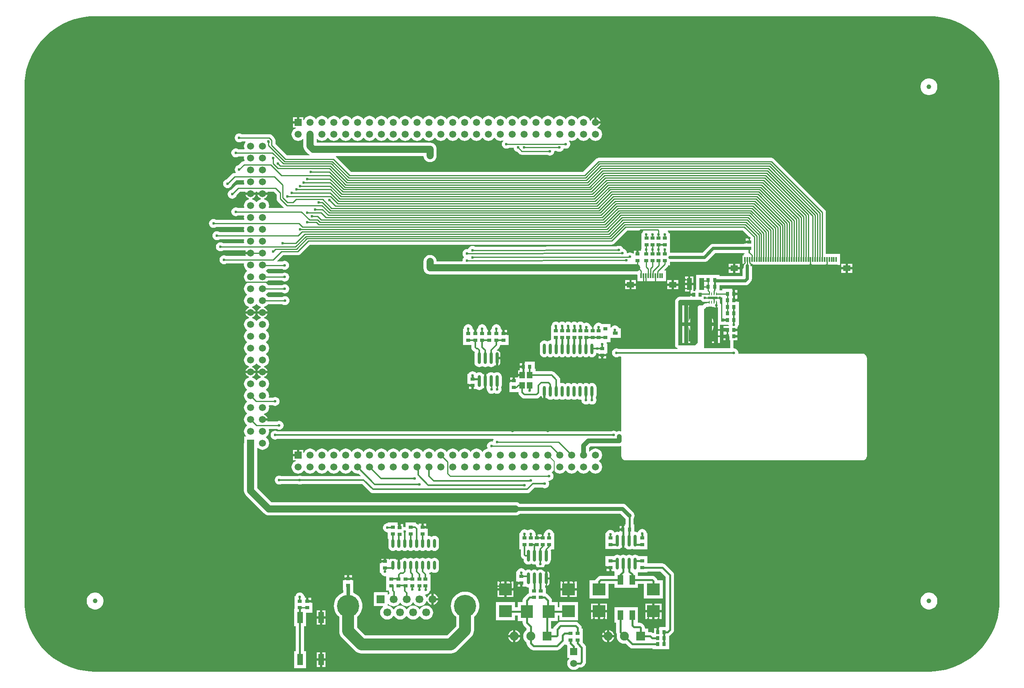
<source format=gbl>
G04*
G04 #@! TF.GenerationSoftware,Altium Limited,Altium Designer,20.0.7 (75)*
G04*
G04 Layer_Physical_Order=2*
G04 Layer_Color=16711680*
%FSLAX44Y44*%
%MOMM*%
G71*
G01*
G75*
%ADD10C,0.2500*%
%ADD11C,0.4500*%
%ADD23C,1.0000*%
%ADD24C,0.1500*%
%ADD25C,0.6500*%
%ADD26C,1.5000*%
%ADD27C,0.3500*%
%ADD28C,1.5000*%
%ADD29R,1.5000X1.5000*%
%ADD30R,1.5000X1.5000*%
%ADD31C,1.9000*%
%ADD32R,1.9000X1.9000*%
%ADD33C,6.0000*%
%ADD34C,1.6900*%
%ADD35R,1.6900X1.6900*%
%ADD36C,4.7600*%
%ADD37C,0.6000*%
%ADD38R,0.9500X7.3000*%
%ADD39R,0.8000X0.9000*%
%ADD40R,1.1000X0.6500*%
%ADD41R,0.9000X0.6500*%
%ADD42R,0.9000X0.8000*%
%ADD43R,1.6500X1.3000*%
%ADD44R,0.3000X1.0000*%
%ADD45R,1.2000X2.4000*%
%ADD46O,0.7000X2.5000*%
%ADD47O,0.6000X2.3000*%
%ADD48R,1.1498X1.3995*%
%ADD49R,2.1500X0.5600*%
G04:AMPARAMS|DCode=50|XSize=0.25mm|YSize=0.7mm|CornerRadius=0.0625mm|HoleSize=0mm|Usage=FLASHONLY|Rotation=180.000|XOffset=0mm|YOffset=0mm|HoleType=Round|Shape=RoundedRectangle|*
%AMROUNDEDRECTD50*
21,1,0.2500,0.5750,0,0,180.0*
21,1,0.1250,0.7000,0,0,180.0*
1,1,0.1250,-0.0625,0.2875*
1,1,0.1250,0.0625,0.2875*
1,1,0.1250,0.0625,-0.2875*
1,1,0.1250,-0.0625,-0.2875*
%
%ADD50ROUNDEDRECTD50*%
%ADD51R,1.1000X2.6000*%
%ADD52R,2.6162X2.7432*%
%ADD53R,1.2000X2.0000*%
%ADD54R,2.7432X2.6162*%
%ADD55O,0.6000X1.9000*%
%ADD56C,1.0000*%
%ADD57C,0.8500*%
%ADD58C,2.5000*%
%ADD59C,0.8000*%
G36*
X902246Y700124D02*
X914020Y698730D01*
X925648Y696418D01*
X937058Y693199D01*
X948181Y689096D01*
X958948Y684133D01*
X969292Y678340D01*
X979149Y671753D01*
X988460Y664413D01*
X997166Y656366D01*
X1005213Y647660D01*
X1012553Y638349D01*
X1019140Y628492D01*
X1024932Y618148D01*
X1029896Y607381D01*
X1033999Y596258D01*
X1037218Y584848D01*
X1039530Y573220D01*
X1040924Y561446D01*
X1041374Y549992D01*
X1041322Y549600D01*
Y-549600D01*
X1041374Y-549992D01*
X1040924Y-561446D01*
X1039530Y-573220D01*
X1037218Y-584848D01*
X1033999Y-596258D01*
X1029896Y-607381D01*
X1024932Y-618148D01*
X1019140Y-628492D01*
X1012553Y-638349D01*
X1005213Y-647660D01*
X997166Y-656366D01*
X988460Y-664413D01*
X979149Y-671753D01*
X969292Y-678340D01*
X958948Y-684133D01*
X948181Y-689096D01*
X937058Y-693199D01*
X925648Y-696418D01*
X914020Y-698730D01*
X902246Y-700124D01*
X890792Y-700574D01*
X890400Y-700522D01*
X-890400D01*
X-890792Y-700574D01*
X-902246Y-700124D01*
X-914020Y-698730D01*
X-925648Y-696418D01*
X-937058Y-693199D01*
X-948181Y-689096D01*
X-958948Y-684133D01*
X-969292Y-678340D01*
X-979149Y-671753D01*
X-988460Y-664413D01*
X-997166Y-656366D01*
X-1005213Y-647660D01*
X-1012553Y-638349D01*
X-1019140Y-628492D01*
X-1024932Y-618148D01*
X-1029896Y-607381D01*
X-1033999Y-596258D01*
X-1037218Y-584848D01*
X-1039530Y-573220D01*
X-1040924Y-561446D01*
X-1041374Y-549992D01*
X-1041322Y-549600D01*
Y549600D01*
X-1041374Y549992D01*
X-1040924Y561446D01*
X-1039530Y573220D01*
X-1037218Y584848D01*
X-1033999Y596258D01*
X-1029896Y607381D01*
X-1024932Y618148D01*
X-1019140Y628492D01*
X-1012553Y638349D01*
X-1005213Y647660D01*
X-997166Y656366D01*
X-988460Y664413D01*
X-979149Y671753D01*
X-969292Y678340D01*
X-958948Y684133D01*
X-948181Y689096D01*
X-937058Y693199D01*
X-925648Y696418D01*
X-914020Y698730D01*
X-902246Y700124D01*
X-890792Y700574D01*
X-890400Y700522D01*
X890400D01*
X890792Y700574D01*
X902246Y700124D01*
D02*
G37*
%LPC*%
G36*
X892173Y567600D02*
X888627D01*
X885150Y566908D01*
X881874Y565551D01*
X878926Y563582D01*
X876419Y561074D01*
X874449Y558126D01*
X873092Y554850D01*
X872400Y551373D01*
Y547827D01*
X873092Y544350D01*
X874449Y541074D01*
X876419Y538126D01*
X878926Y535619D01*
X881874Y533649D01*
X885150Y532292D01*
X888627Y531600D01*
X892173D01*
X895650Y532292D01*
X898926Y533649D01*
X901874Y535619D01*
X904381Y538126D01*
X906351Y541074D01*
X907708Y544350D01*
X908400Y547827D01*
Y551373D01*
X907708Y554850D01*
X906351Y558126D01*
X904381Y561074D01*
X901874Y563582D01*
X898926Y565551D01*
X895650Y566908D01*
X892173Y567600D01*
D02*
G37*
G36*
X152899Y487421D02*
X149244Y486940D01*
X145838Y485529D01*
X142914Y483285D01*
X140950Y480727D01*
X140607Y480624D01*
X139790D01*
X139447Y480727D01*
X137484Y483285D01*
X134559Y485529D01*
X131153Y486940D01*
X127499Y487421D01*
X123844Y486940D01*
X120438Y485529D01*
X117514Y483285D01*
X115550Y480727D01*
X115207Y480624D01*
X114390D01*
X114047Y480727D01*
X112084Y483285D01*
X109159Y485529D01*
X105753Y486940D01*
X102099Y487421D01*
X98444Y486940D01*
X95038Y485529D01*
X92114Y483285D01*
X90150Y480727D01*
X89807Y480624D01*
X88990D01*
X88647Y480727D01*
X86684Y483285D01*
X83759Y485529D01*
X80353Y486940D01*
X76699Y487421D01*
X73044Y486940D01*
X69638Y485529D01*
X66714Y483285D01*
X64750Y480727D01*
X64407Y480624D01*
X63590D01*
X63247Y480727D01*
X61283Y483285D01*
X58359Y485529D01*
X54953Y486940D01*
X51299Y487421D01*
X47644Y486940D01*
X44238Y485529D01*
X41314Y483285D01*
X39351Y480727D01*
X39007Y480624D01*
X38190D01*
X37847Y480727D01*
X35884Y483285D01*
X32959Y485529D01*
X29553Y486940D01*
X25899Y487421D01*
X22244Y486940D01*
X18838Y485529D01*
X15914Y483285D01*
X13951Y480727D01*
X13607Y480624D01*
X12790D01*
X12447Y480727D01*
X10483Y483285D01*
X7559Y485529D01*
X4153Y486940D01*
X499Y487421D01*
X-3156Y486940D01*
X-6562Y485529D01*
X-9486Y483285D01*
X-11450Y480727D01*
X-11793Y480624D01*
X-12610D01*
X-12953Y480727D01*
X-14916Y483285D01*
X-17841Y485529D01*
X-21247Y486940D01*
X-24901Y487421D01*
X-28556Y486940D01*
X-31962Y485529D01*
X-34886Y483285D01*
X-36850Y480727D01*
X-37193Y480624D01*
X-38010D01*
X-38353Y480727D01*
X-40317Y483285D01*
X-43241Y485529D01*
X-46647Y486940D01*
X-50301Y487421D01*
X-53956Y486940D01*
X-57362Y485529D01*
X-60286Y483285D01*
X-62249Y480727D01*
X-62593Y480624D01*
X-63410D01*
X-63753Y480727D01*
X-65717Y483285D01*
X-68641Y485529D01*
X-72047Y486940D01*
X-75701Y487421D01*
X-79356Y486940D01*
X-82762Y485529D01*
X-85686Y483285D01*
X-87649Y480727D01*
X-87993Y480624D01*
X-88810D01*
X-89153Y480727D01*
X-91117Y483285D01*
X-94041Y485529D01*
X-97447Y486940D01*
X-101101Y487421D01*
X-104756Y486940D01*
X-108162Y485529D01*
X-111086Y483285D01*
X-113049Y480727D01*
X-113393Y480624D01*
X-114210D01*
X-114553Y480727D01*
X-116517Y483285D01*
X-119441Y485529D01*
X-122847Y486940D01*
X-126501Y487421D01*
X-130156Y486940D01*
X-133562Y485529D01*
X-136486Y483285D01*
X-138449Y480727D01*
X-138793Y480624D01*
X-139610D01*
X-139953Y480727D01*
X-141917Y483285D01*
X-144841Y485529D01*
X-148247Y486940D01*
X-151901Y487421D01*
X-155556Y486940D01*
X-158962Y485529D01*
X-161886Y483285D01*
X-163850Y480727D01*
X-164193Y480624D01*
X-165010D01*
X-165353Y480727D01*
X-167316Y483285D01*
X-170241Y485529D01*
X-173647Y486940D01*
X-177301Y487421D01*
X-180956Y486940D01*
X-184362Y485529D01*
X-187286Y483285D01*
X-189249Y480727D01*
X-189593Y480624D01*
X-190410D01*
X-190753Y480727D01*
X-192717Y483285D01*
X-195641Y485529D01*
X-199047Y486940D01*
X-202701Y487421D01*
X-206356Y486940D01*
X-209762Y485529D01*
X-212686Y483285D01*
X-214650Y480727D01*
X-214993Y480624D01*
X-215810D01*
X-216153Y480727D01*
X-218116Y483285D01*
X-221041Y485529D01*
X-224447Y486940D01*
X-228101Y487421D01*
X-231756Y486940D01*
X-235162Y485529D01*
X-238086Y483285D01*
X-240049Y480727D01*
X-240393Y480624D01*
X-241210D01*
X-241553Y480727D01*
X-243517Y483285D01*
X-246441Y485529D01*
X-249847Y486940D01*
X-253501Y487421D01*
X-257156Y486940D01*
X-260562Y485529D01*
X-263486Y483285D01*
X-265450Y480727D01*
X-265793Y480624D01*
X-266610D01*
X-266953Y480727D01*
X-268916Y483285D01*
X-271841Y485529D01*
X-275247Y486940D01*
X-278901Y487421D01*
X-282556Y486940D01*
X-285962Y485529D01*
X-288886Y483285D01*
X-290849Y480727D01*
X-291193Y480624D01*
X-292010D01*
X-292353Y480727D01*
X-294317Y483285D01*
X-297241Y485529D01*
X-300647Y486940D01*
X-304301Y487421D01*
X-307956Y486940D01*
X-311362Y485529D01*
X-314286Y483285D01*
X-316250Y480727D01*
X-316593Y480624D01*
X-317410D01*
X-317753Y480727D01*
X-319716Y483285D01*
X-322641Y485529D01*
X-326047Y486940D01*
X-329701Y487421D01*
X-333356Y486940D01*
X-336762Y485529D01*
X-339686Y483285D01*
X-341650Y480727D01*
X-341993Y480624D01*
X-342810D01*
X-343153Y480727D01*
X-345117Y483285D01*
X-348041Y485529D01*
X-351447Y486940D01*
X-355101Y487421D01*
X-358756Y486940D01*
X-362162Y485529D01*
X-365086Y483285D01*
X-367049Y480727D01*
X-367393Y480624D01*
X-368210D01*
X-368553Y480727D01*
X-370517Y483285D01*
X-373441Y485529D01*
X-376847Y486940D01*
X-380501Y487421D01*
X-384156Y486940D01*
X-387562Y485529D01*
X-390486Y483285D01*
X-392449Y480727D01*
X-392793Y480624D01*
X-393610D01*
X-393953Y480727D01*
X-395916Y483285D01*
X-398841Y485529D01*
X-402247Y486940D01*
X-405901Y487421D01*
X-409556Y486940D01*
X-412962Y485529D01*
X-415886Y483285D01*
X-417850Y480727D01*
X-418193Y480624D01*
X-419010D01*
X-419353Y480727D01*
X-421316Y483285D01*
X-424241Y485529D01*
X-427647Y486940D01*
X-431301Y487421D01*
X-434956Y486940D01*
X-438362Y485529D01*
X-441286Y483285D01*
X-443530Y480360D01*
X-444431Y478185D01*
X-445701Y478438D01*
Y484300D01*
X-454201D01*
Y473300D01*
X-456701D01*
Y470800D01*
X-467701D01*
Y462300D01*
X-461839D01*
X-461586Y461030D01*
X-463762Y460129D01*
X-466686Y457885D01*
X-468930Y454960D01*
X-470341Y451555D01*
X-470822Y447900D01*
X-470341Y444245D01*
X-468930Y440840D01*
X-466686Y437915D01*
X-463762Y435671D01*
X-460356Y434260D01*
X-456701Y433779D01*
X-453047Y434260D01*
X-449641Y435671D01*
X-446716Y437915D01*
X-446625Y438035D01*
X-445422Y437626D01*
Y422301D01*
X-444941Y418647D01*
X-443530Y415241D01*
X-441286Y412317D01*
X-434985Y406015D01*
X-432472Y404087D01*
X-432903Y402817D01*
X-480574D01*
X-505433Y427676D01*
Y435296D01*
X-505700Y437319D01*
X-506480Y439204D01*
X-507723Y440823D01*
X-508075Y441175D01*
X-508075Y441175D01*
X-512827Y445927D01*
X-514446Y447170D01*
X-516331Y447951D01*
X-518354Y448217D01*
X-577082D01*
X-577709Y448698D01*
X-580020Y449655D01*
X-582500Y449982D01*
X-584980Y449655D01*
X-587291Y448698D01*
X-589276Y447175D01*
X-590798Y445191D01*
X-591755Y442880D01*
X-592082Y440400D01*
X-591755Y437920D01*
X-590798Y435609D01*
X-589276Y433624D01*
X-587291Y432102D01*
X-584980Y431144D01*
X-582500Y430818D01*
X-580020Y431144D01*
X-577709Y432102D01*
X-577082Y432583D01*
X-569723D01*
X-569161Y431444D01*
X-570528Y429662D01*
X-571939Y426256D01*
X-572420Y422602D01*
X-571939Y418947D01*
X-571267Y417324D01*
X-571973Y416269D01*
X-584582D01*
X-585209Y416750D01*
X-587520Y417707D01*
X-590000Y418034D01*
X-592480Y417707D01*
X-594791Y416750D01*
X-596776Y415227D01*
X-598298Y413243D01*
X-599255Y410932D01*
X-599582Y408452D01*
X-599255Y405972D01*
X-598298Y403661D01*
X-596776Y401676D01*
X-594791Y400153D01*
X-592480Y399196D01*
X-590000Y398870D01*
X-587520Y399196D01*
X-585209Y400153D01*
X-584582Y400635D01*
X-572931D01*
X-572094Y399680D01*
X-572420Y397202D01*
X-571939Y393547D01*
X-571258Y391902D01*
X-571276Y391875D01*
X-572191Y390836D01*
X-573971Y390602D01*
X-575857Y389821D01*
X-577476Y388579D01*
X-584196Y381859D01*
X-584980Y381755D01*
X-587291Y380798D01*
X-589276Y379276D01*
X-590798Y377291D01*
X-591755Y374980D01*
X-592082Y372500D01*
X-591755Y370020D01*
X-590798Y367709D01*
X-590053Y366739D01*
X-590680Y365468D01*
X-592348D01*
X-594372Y365202D01*
X-596257Y364421D01*
X-597876Y363179D01*
X-609196Y351859D01*
X-609980Y351755D01*
X-612291Y350798D01*
X-614276Y349276D01*
X-615798Y347291D01*
X-616755Y344980D01*
X-617082Y342500D01*
X-616755Y340020D01*
X-615798Y337709D01*
X-614276Y335724D01*
X-612291Y334202D01*
X-609980Y333245D01*
X-607500Y332918D01*
X-605020Y333245D01*
X-602709Y334202D01*
X-600724Y335724D01*
X-599202Y337709D01*
X-598245Y340020D01*
X-598141Y340804D01*
X-589110Y349835D01*
X-572931D01*
X-572094Y348880D01*
X-572420Y346402D01*
X-571939Y342747D01*
X-571536Y341773D01*
X-572241Y340717D01*
X-584600D01*
X-586623Y340451D01*
X-588508Y339670D01*
X-590127Y338427D01*
X-599196Y329359D01*
X-599980Y329255D01*
X-602291Y328298D01*
X-604276Y326776D01*
X-605798Y324791D01*
X-606755Y322480D01*
X-607082Y320000D01*
X-606755Y317520D01*
X-605798Y315209D01*
X-604276Y313225D01*
X-602291Y311702D01*
X-599980Y310744D01*
X-597500Y310418D01*
X-595020Y310744D01*
X-592709Y311702D01*
X-590724Y313225D01*
X-589202Y315209D01*
X-588245Y317520D01*
X-588141Y318304D01*
X-581362Y325083D01*
X-569658D01*
X-569027Y324138D01*
X-569024Y323813D01*
X-569065Y323502D01*
X-558299D01*
X-547534D01*
X-547575Y323813D01*
X-547572Y324138D01*
X-546941Y325083D01*
X-544258D01*
X-543627Y324138D01*
X-543624Y323813D01*
X-543665Y323502D01*
X-532900D01*
X-522134D01*
X-522175Y323813D01*
X-522172Y324138D01*
X-521541Y325083D01*
X-508638D01*
X-502817Y319262D01*
Y310429D01*
X-502551Y308406D01*
X-502227Y307625D01*
X-501770Y306521D01*
X-500527Y304902D01*
X-487116Y291490D01*
X-487602Y290317D01*
X-518792D01*
X-519498Y291373D01*
X-519260Y291947D01*
X-518779Y295602D01*
X-519260Y299256D01*
X-520671Y302662D01*
X-522915Y305586D01*
X-525839Y307831D01*
X-529237Y309238D01*
X-529248Y309265D01*
X-529404Y310543D01*
X-527352Y311393D01*
X-525054Y313156D01*
X-523291Y315454D01*
X-522183Y318130D01*
X-522134Y318502D01*
X-532900D01*
X-543665D01*
X-543616Y318130D01*
X-542508Y315454D01*
X-540745Y313156D01*
X-538447Y311393D01*
X-536395Y310543D01*
X-536551Y309265D01*
X-536562Y309238D01*
X-539960Y307831D01*
X-542884Y305586D01*
X-544847Y303028D01*
X-545191Y302925D01*
X-546008D01*
X-546351Y303028D01*
X-548315Y305586D01*
X-551239Y307831D01*
X-554637Y309238D01*
X-554648Y309265D01*
X-554804Y310543D01*
X-552752Y311393D01*
X-550454Y313156D01*
X-548691Y315454D01*
X-547583Y318130D01*
X-547534Y318502D01*
X-558299D01*
X-569065D01*
X-569016Y318130D01*
X-567908Y315454D01*
X-566145Y313156D01*
X-563847Y311393D01*
X-561795Y310543D01*
X-561951Y309265D01*
X-561962Y309238D01*
X-565360Y307831D01*
X-568284Y305586D01*
X-570528Y302662D01*
X-571939Y299256D01*
X-572420Y295602D01*
X-571939Y291947D01*
X-571701Y291373D01*
X-572407Y290317D01*
X-584582D01*
X-585209Y290798D01*
X-587520Y291756D01*
X-590000Y292082D01*
X-592480Y291756D01*
X-594791Y290798D01*
X-596776Y289275D01*
X-598298Y287291D01*
X-599255Y284980D01*
X-599582Y282500D01*
X-599255Y280020D01*
X-598298Y277709D01*
X-596776Y275725D01*
X-594791Y274202D01*
X-592480Y273244D01*
X-590000Y272918D01*
X-587520Y273244D01*
X-585209Y274202D01*
X-584582Y274683D01*
X-572817D01*
X-571997Y273413D01*
X-572420Y270202D01*
X-571944Y266587D01*
X-571931Y266321D01*
X-572721Y265317D01*
X-632082D01*
X-632709Y265798D01*
X-635020Y266756D01*
X-637500Y267082D01*
X-639980Y266756D01*
X-642291Y265798D01*
X-644276Y264275D01*
X-645798Y262291D01*
X-646756Y259980D01*
X-647082Y257500D01*
X-646756Y255020D01*
X-645798Y252709D01*
X-644276Y250725D01*
X-642291Y249202D01*
X-639980Y248244D01*
X-637500Y247918D01*
X-635020Y248244D01*
X-632709Y249202D01*
X-632082Y249683D01*
X-572721D01*
X-571934Y248678D01*
X-571945Y248413D01*
X-572420Y244802D01*
X-571939Y241147D01*
X-571515Y240123D01*
X-572220Y239067D01*
X-624582D01*
X-625209Y239548D01*
X-627520Y240506D01*
X-630000Y240832D01*
X-632480Y240506D01*
X-634791Y239548D01*
X-636776Y238025D01*
X-638298Y236041D01*
X-639255Y233730D01*
X-639582Y231250D01*
X-639255Y228770D01*
X-638298Y226459D01*
X-636776Y224475D01*
X-634791Y222952D01*
X-632480Y221994D01*
X-630000Y221668D01*
X-627520Y221994D01*
X-625209Y222952D01*
X-624582Y223433D01*
X-573076D01*
X-572057Y222163D01*
X-572420Y219402D01*
X-572050Y216587D01*
X-573046Y215317D01*
X-617082D01*
X-617709Y215798D01*
X-620020Y216756D01*
X-622500Y217082D01*
X-624980Y216756D01*
X-627291Y215798D01*
X-629276Y214275D01*
X-630798Y212291D01*
X-631755Y209980D01*
X-632082Y207500D01*
X-631755Y205020D01*
X-630798Y202709D01*
X-629276Y200725D01*
X-627291Y199202D01*
X-624980Y198244D01*
X-622500Y197918D01*
X-620020Y198244D01*
X-617709Y199202D01*
X-617082Y199683D01*
X-569227D01*
X-568378Y198413D01*
X-569016Y196873D01*
X-569065Y196502D01*
X-558299D01*
Y191502D01*
X-569065D01*
X-569016Y191130D01*
X-568170Y189087D01*
X-568930Y187817D01*
X-609582D01*
X-610209Y188298D01*
X-612520Y189256D01*
X-615000Y189582D01*
X-617480Y189256D01*
X-619791Y188298D01*
X-621776Y186775D01*
X-623298Y184791D01*
X-624255Y182480D01*
X-624582Y180000D01*
X-624255Y177520D01*
X-623298Y175209D01*
X-621776Y173225D01*
X-619791Y171702D01*
X-617480Y170744D01*
X-615000Y170418D01*
X-612520Y170744D01*
X-610209Y171702D01*
X-609582Y172183D01*
X-572912D01*
X-572074Y171228D01*
X-572420Y168602D01*
X-571939Y164947D01*
X-570528Y161541D01*
X-568284Y158617D01*
X-565726Y156654D01*
X-565623Y156310D01*
Y155493D01*
X-565726Y155150D01*
X-568284Y153187D01*
X-570528Y150262D01*
X-571939Y146856D01*
X-572420Y143202D01*
X-571939Y139547D01*
X-570528Y136141D01*
X-568284Y133217D01*
X-565726Y131254D01*
X-565623Y130910D01*
Y130093D01*
X-565726Y129750D01*
X-568284Y127787D01*
X-570528Y124862D01*
X-571939Y121456D01*
X-572420Y117802D01*
X-571939Y114147D01*
X-570528Y110741D01*
X-568284Y107817D01*
X-565726Y105854D01*
X-565623Y105510D01*
Y104693D01*
X-565726Y104350D01*
X-568284Y102387D01*
X-570528Y99462D01*
X-571939Y96056D01*
X-572420Y92402D01*
X-571939Y88747D01*
X-570528Y85341D01*
X-568284Y82417D01*
X-565360Y80173D01*
X-561962Y78765D01*
X-561951Y78738D01*
X-561795Y77460D01*
X-563847Y76610D01*
X-566145Y74847D01*
X-567908Y72549D01*
X-569016Y69873D01*
X-569065Y69502D01*
X-558299D01*
X-547534D01*
X-547583Y69873D01*
X-548691Y72549D01*
X-550454Y74847D01*
X-552752Y76610D01*
X-554804Y77460D01*
X-554648Y78738D01*
X-554637Y78765D01*
X-551239Y80173D01*
X-548315Y82417D01*
X-546351Y84975D01*
X-546008Y85078D01*
X-545191D01*
X-544847Y84975D01*
X-542884Y82417D01*
X-539960Y80173D01*
X-536562Y78765D01*
X-536551Y78738D01*
X-536395Y77460D01*
X-538447Y76610D01*
X-540745Y74847D01*
X-542508Y72549D01*
X-543616Y69873D01*
X-543665Y69502D01*
X-532900D01*
X-522134D01*
X-522183Y69873D01*
X-523291Y72549D01*
X-525054Y74847D01*
X-527352Y76610D01*
X-529404Y77460D01*
X-529248Y78738D01*
X-529237Y78765D01*
X-525839Y80173D01*
X-522915Y82417D01*
X-521213Y84634D01*
X-490467D01*
X-489840Y84153D01*
X-487529Y83195D01*
X-485049Y82869D01*
X-482569Y83195D01*
X-480258Y84153D01*
X-478274Y85675D01*
X-476751Y87660D01*
X-475794Y89971D01*
X-475467Y92451D01*
X-475794Y94931D01*
X-476751Y97242D01*
X-478274Y99226D01*
X-480258Y100749D01*
X-482569Y101706D01*
X-485049Y102033D01*
X-487529Y101706D01*
X-489840Y100749D01*
X-490467Y100268D01*
X-521289D01*
X-522915Y102387D01*
X-525473Y104350D01*
X-525576Y104693D01*
Y105510D01*
X-525473Y105854D01*
X-522915Y107817D01*
X-521367Y109834D01*
X-490569D01*
X-489942Y109353D01*
X-487631Y108395D01*
X-485151Y108069D01*
X-482671Y108395D01*
X-480360Y109353D01*
X-478375Y110875D01*
X-476853Y112860D01*
X-475895Y115171D01*
X-475569Y117651D01*
X-475895Y120131D01*
X-476853Y122442D01*
X-478375Y124426D01*
X-480360Y125949D01*
X-482671Y126906D01*
X-485151Y127233D01*
X-487631Y126906D01*
X-489942Y125949D01*
X-490569Y125468D01*
X-521135D01*
X-522915Y127787D01*
X-525473Y129750D01*
X-525576Y130093D01*
Y130910D01*
X-525473Y131254D01*
X-522915Y133217D01*
X-521385Y135209D01*
X-490998D01*
X-490142Y134553D01*
X-487831Y133595D01*
X-485351Y133269D01*
X-482871Y133595D01*
X-480560Y134553D01*
X-478575Y136075D01*
X-477053Y138060D01*
X-476095Y140371D01*
X-475769Y142851D01*
X-476095Y145331D01*
X-477053Y147642D01*
X-478575Y149626D01*
X-480560Y151149D01*
X-482871Y152106D01*
X-485351Y152433D01*
X-487831Y152106D01*
X-490142Y151149D01*
X-490541Y150843D01*
X-521116D01*
X-522915Y153187D01*
X-525473Y155150D01*
X-525576Y155493D01*
Y156310D01*
X-525473Y156654D01*
X-522915Y158617D01*
X-521674Y160234D01*
X-490969D01*
X-490342Y159753D01*
X-488031Y158795D01*
X-485551Y158469D01*
X-483071Y158795D01*
X-480760Y159753D01*
X-478775Y161275D01*
X-477253Y163260D01*
X-476295Y165571D01*
X-475969Y168051D01*
X-476295Y170531D01*
X-477253Y172842D01*
X-478775Y174826D01*
X-480760Y176349D01*
X-483071Y177306D01*
X-485551Y177633D01*
X-488031Y177306D01*
X-490342Y176349D01*
X-490969Y175868D01*
X-501418D01*
X-501904Y177041D01*
X-489262Y189683D01*
X-457500D01*
X-455477Y189949D01*
X-453592Y190730D01*
X-451973Y191973D01*
X-431762Y212183D01*
X-350000D01*
X212990Y212183D01*
X215013Y212449D01*
X215794Y212773D01*
X216898Y213230D01*
X218517Y214473D01*
X246228Y242183D01*
X280084D01*
X280492Y240980D01*
X280224Y240776D01*
X278702Y238791D01*
X277753Y236500D01*
X276131D01*
Y215500D01*
Y202502D01*
X276000D01*
Y200772D01*
X276000Y199502D01*
X270500D01*
Y192002D01*
X265500D01*
Y199502D01*
X260000D01*
Y193155D01*
X259186Y192879D01*
X258730Y192810D01*
X256791Y194298D01*
X254480Y195256D01*
X252000Y195582D01*
X249520Y195256D01*
X247209Y194298D01*
X246394Y193673D01*
X245641Y193837D01*
X245135Y194052D01*
X244822Y196425D01*
X243865Y198736D01*
X242342Y200720D01*
X240358Y202243D01*
X238047Y203200D01*
X237607Y203258D01*
X237591Y203381D01*
X236634Y205692D01*
X235111Y207676D01*
X233126Y209199D01*
X230815Y210156D01*
X228335Y210483D01*
X225855Y210156D01*
X223544Y209199D01*
X222909Y208712D01*
X-78602Y207833D01*
X-79209Y208298D01*
X-81520Y209256D01*
X-84000Y209582D01*
X-86480Y209256D01*
X-88791Y208298D01*
X-90775Y206775D01*
X-92298Y204791D01*
X-93256Y202480D01*
X-93266Y202402D01*
X-93520Y202255D01*
X-96000Y202582D01*
X-98480Y202255D01*
X-100791Y201298D01*
X-102775Y199776D01*
X-104298Y197791D01*
X-105255Y195480D01*
X-105582Y193000D01*
X-105255Y190520D01*
X-104298Y188209D01*
X-102775Y186224D01*
X-102659Y186135D01*
Y184865D01*
X-102775Y184776D01*
X-104298Y182791D01*
X-105255Y180480D01*
X-105582Y178000D01*
X-105526Y177576D01*
X-106363Y176621D01*
X-160961D01*
X-161360Y179655D01*
X-162771Y183060D01*
X-165015Y185985D01*
X-167940Y188229D01*
X-171345Y189640D01*
X-175000Y190121D01*
X-178655Y189640D01*
X-182060Y188229D01*
X-184985Y185985D01*
X-187229Y183060D01*
X-188640Y179655D01*
X-189121Y176000D01*
Y162500D01*
X-188640Y158845D01*
X-187229Y155440D01*
X-184985Y152515D01*
X-182060Y150271D01*
X-178655Y148860D01*
X-175000Y148379D01*
X266500D01*
X266950Y148438D01*
X267904Y147601D01*
Y134100D01*
X328904D01*
Y157100D01*
X325814D01*
X325328Y158273D01*
X331527Y164473D01*
X332770Y166092D01*
X333354Y167502D01*
X337000D01*
Y174945D01*
X337252Y175166D01*
X411000D01*
X413545Y175501D01*
X414528Y175908D01*
X415917Y176483D01*
X417954Y178046D01*
X434075Y194167D01*
X496000D01*
Y193502D01*
X497548D01*
X497675Y193270D01*
X496923Y192000D01*
X494500D01*
Y189000D01*
X492500D01*
Y172000D01*
X492643D01*
X493492Y170730D01*
X493001Y169545D01*
X492666Y167000D01*
Y144834D01*
X443500D01*
Y147500D01*
X408500D01*
Y147500D01*
X393502D01*
Y116000D01*
X391503D01*
Y113000D01*
X387502D01*
Y125500D01*
X378502D01*
X369502D01*
Y111500D01*
X380503D01*
Y107500D01*
X388003D01*
Y102500D01*
X380503D01*
Y100556D01*
X358000D01*
X356303Y100333D01*
X354722Y99678D01*
X353364Y98636D01*
X350364Y95636D01*
X349322Y94278D01*
X348667Y92697D01*
X348444Y91000D01*
Y-3000D01*
X348667Y-4697D01*
X349322Y-6278D01*
X350364Y-7636D01*
X351722Y-8678D01*
X353303Y-9333D01*
X353881Y-9409D01*
X353798Y-10679D01*
X227736D01*
X225480Y-9744D01*
X223000Y-9418D01*
X220520Y-9744D01*
X218209Y-10702D01*
X216224Y-12225D01*
X214702Y-14209D01*
X213745Y-16520D01*
X213418Y-19000D01*
X213745Y-21480D01*
X214702Y-23791D01*
X216224Y-25775D01*
X218209Y-27298D01*
X220520Y-28256D01*
X223000Y-28582D01*
X225480Y-28256D01*
X227736Y-27321D01*
X232567D01*
X233608Y-28591D01*
X233422Y-30000D01*
Y-186241D01*
X232366Y-186947D01*
X232002Y-186796D01*
X229000Y-186401D01*
X225998Y-186796D01*
X223346Y-187895D01*
X221791Y-186702D01*
X219480Y-185744D01*
X217000Y-185418D01*
X214520Y-185744D01*
X212264Y-186679D01*
X-501264D01*
X-503520Y-185744D01*
X-506000Y-185418D01*
X-508480Y-185744D01*
X-510791Y-186702D01*
X-512775Y-188225D01*
X-514298Y-190209D01*
X-515256Y-192520D01*
X-515582Y-195000D01*
X-515256Y-197480D01*
X-514298Y-199791D01*
X-512775Y-201775D01*
X-510791Y-203298D01*
X-508480Y-204256D01*
X-506000Y-204582D01*
X-503520Y-204256D01*
X-501264Y-203321D01*
X-40285D01*
X-39724Y-204460D01*
X-40298Y-205209D01*
X-41255Y-207520D01*
X-41408Y-208680D01*
X-41520Y-208745D01*
X-44000Y-208418D01*
X-46480Y-208745D01*
X-48791Y-209702D01*
X-50775Y-211224D01*
X-52298Y-213209D01*
X-53256Y-215520D01*
X-53582Y-218000D01*
X-53256Y-220480D01*
X-52298Y-222791D01*
X-52199Y-222920D01*
X-52685Y-224093D01*
X-53953Y-224260D01*
X-57359Y-225671D01*
X-60283Y-227915D01*
X-62246Y-230473D01*
X-62589Y-230576D01*
X-63407D01*
X-63750Y-230473D01*
X-65713Y-227915D01*
X-68638Y-225671D01*
X-72043Y-224260D01*
X-75698Y-223779D01*
X-79353Y-224260D01*
X-82759Y-225671D01*
X-85683Y-227915D01*
X-87646Y-230473D01*
X-87989Y-230576D01*
X-88807D01*
X-89150Y-230473D01*
X-91113Y-227915D01*
X-94038Y-225671D01*
X-97443Y-224260D01*
X-101098Y-223779D01*
X-104753Y-224260D01*
X-108159Y-225671D01*
X-111083Y-227915D01*
X-113046Y-230473D01*
X-113389Y-230576D01*
X-114207D01*
X-114550Y-230473D01*
X-116513Y-227915D01*
X-119438Y-225671D01*
X-122843Y-224260D01*
X-126498Y-223779D01*
X-130153Y-224260D01*
X-133559Y-225671D01*
X-136483Y-227915D01*
X-138446Y-230473D01*
X-138789Y-230576D01*
X-139607D01*
X-139950Y-230473D01*
X-141913Y-227915D01*
X-144838Y-225671D01*
X-148243Y-224260D01*
X-151898Y-223779D01*
X-155553Y-224260D01*
X-158959Y-225671D01*
X-161883Y-227915D01*
X-163846Y-230473D01*
X-164189Y-230576D01*
X-165007D01*
X-165350Y-230473D01*
X-167313Y-227915D01*
X-170238Y-225671D01*
X-173643Y-224260D01*
X-177298Y-223779D01*
X-180953Y-224260D01*
X-184359Y-225671D01*
X-187283Y-227915D01*
X-189246Y-230473D01*
X-189589Y-230576D01*
X-190407D01*
X-190750Y-230473D01*
X-192713Y-227915D01*
X-195638Y-225671D01*
X-199043Y-224260D01*
X-202698Y-223779D01*
X-206353Y-224260D01*
X-209759Y-225671D01*
X-212683Y-227915D01*
X-214646Y-230473D01*
X-214989Y-230576D01*
X-215807D01*
X-216150Y-230473D01*
X-218113Y-227915D01*
X-221038Y-225671D01*
X-224443Y-224260D01*
X-228098Y-223779D01*
X-231753Y-224260D01*
X-235159Y-225671D01*
X-238083Y-227915D01*
X-240046Y-230473D01*
X-240389Y-230576D01*
X-241207D01*
X-241550Y-230473D01*
X-243513Y-227915D01*
X-246438Y-225671D01*
X-249843Y-224260D01*
X-253498Y-223779D01*
X-257153Y-224260D01*
X-260559Y-225671D01*
X-263483Y-227915D01*
X-265446Y-230473D01*
X-265789Y-230576D01*
X-266607D01*
X-266950Y-230473D01*
X-268913Y-227915D01*
X-271838Y-225671D01*
X-275243Y-224260D01*
X-278898Y-223779D01*
X-282553Y-224260D01*
X-285959Y-225671D01*
X-288883Y-227915D01*
X-290846Y-230473D01*
X-291189Y-230576D01*
X-292007D01*
X-292350Y-230473D01*
X-294313Y-227915D01*
X-297238Y-225671D01*
X-300643Y-224260D01*
X-304298Y-223779D01*
X-307953Y-224260D01*
X-311359Y-225671D01*
X-314283Y-227915D01*
X-316246Y-230473D01*
X-316589Y-230576D01*
X-317407D01*
X-317750Y-230473D01*
X-319713Y-227915D01*
X-322638Y-225671D01*
X-326043Y-224260D01*
X-329698Y-223779D01*
X-333353Y-224260D01*
X-336759Y-225671D01*
X-339683Y-227915D01*
X-341646Y-230473D01*
X-341989Y-230576D01*
X-342807D01*
X-343150Y-230473D01*
X-345113Y-227915D01*
X-348038Y-225671D01*
X-351443Y-224260D01*
X-355098Y-223779D01*
X-358753Y-224260D01*
X-362159Y-225671D01*
X-365083Y-227915D01*
X-367046Y-230473D01*
X-367389Y-230576D01*
X-368207D01*
X-368550Y-230473D01*
X-370513Y-227915D01*
X-373438Y-225671D01*
X-376843Y-224260D01*
X-380498Y-223779D01*
X-384153Y-224260D01*
X-387559Y-225671D01*
X-390483Y-227915D01*
X-392446Y-230473D01*
X-392789Y-230576D01*
X-393607D01*
X-393950Y-230473D01*
X-395913Y-227915D01*
X-398838Y-225671D01*
X-402243Y-224260D01*
X-405898Y-223779D01*
X-409553Y-224260D01*
X-412959Y-225671D01*
X-415883Y-227915D01*
X-417846Y-230473D01*
X-418189Y-230576D01*
X-419007D01*
X-419350Y-230473D01*
X-421313Y-227915D01*
X-424238Y-225671D01*
X-427643Y-224260D01*
X-431298Y-223779D01*
X-434953Y-224260D01*
X-438359Y-225671D01*
X-441283Y-227915D01*
X-443527Y-230840D01*
X-444428Y-233015D01*
X-445698Y-232762D01*
Y-226900D01*
X-454198D01*
Y-237900D01*
X-456698D01*
Y-240400D01*
X-467698D01*
Y-248900D01*
X-461836D01*
X-461583Y-250170D01*
X-463759Y-251071D01*
X-466683Y-253315D01*
X-468927Y-256240D01*
X-470338Y-259645D01*
X-470819Y-263300D01*
X-470338Y-266955D01*
X-468927Y-270360D01*
X-466683Y-273285D01*
X-463759Y-275529D01*
X-460353Y-276940D01*
X-456698Y-277421D01*
X-453043Y-276940D01*
X-449638Y-275529D01*
X-446713Y-273285D01*
X-444750Y-270727D01*
X-444407Y-270624D01*
X-443589D01*
X-443246Y-270727D01*
X-441283Y-273285D01*
X-438359Y-275529D01*
X-434953Y-276940D01*
X-431298Y-277421D01*
X-427643Y-276940D01*
X-424238Y-275529D01*
X-421313Y-273285D01*
X-419350Y-270727D01*
X-419007Y-270624D01*
X-418189D01*
X-417846Y-270727D01*
X-415883Y-273285D01*
X-412959Y-275529D01*
X-409553Y-276940D01*
X-405898Y-277421D01*
X-402243Y-276940D01*
X-398838Y-275529D01*
X-395913Y-273285D01*
X-393950Y-270727D01*
X-393607Y-270624D01*
X-392789D01*
X-392446Y-270727D01*
X-390483Y-273285D01*
X-387559Y-275529D01*
X-384153Y-276940D01*
X-380498Y-277421D01*
X-376843Y-276940D01*
X-373438Y-275529D01*
X-370513Y-273285D01*
X-368550Y-270727D01*
X-368207Y-270624D01*
X-367389D01*
X-367046Y-270727D01*
X-365083Y-273285D01*
X-362159Y-275529D01*
X-358753Y-276940D01*
X-355098Y-277421D01*
X-351443Y-276940D01*
X-348038Y-275529D01*
X-345113Y-273285D01*
X-343150Y-270727D01*
X-342807Y-270624D01*
X-341989D01*
X-341646Y-270727D01*
X-339683Y-273285D01*
X-336759Y-275529D01*
X-333353Y-276940D01*
X-329698Y-277421D01*
X-327619Y-277147D01*
X-323261Y-281506D01*
X-323747Y-282679D01*
X-448264D01*
X-450520Y-281744D01*
X-453000Y-281418D01*
X-455480Y-281744D01*
X-457736Y-282679D01*
X-492264D01*
X-494520Y-281744D01*
X-497000Y-281418D01*
X-499480Y-281744D01*
X-501791Y-282702D01*
X-503775Y-284224D01*
X-505298Y-286209D01*
X-506255Y-288520D01*
X-506582Y-291000D01*
X-506255Y-293480D01*
X-505298Y-295791D01*
X-503775Y-297775D01*
X-501791Y-299298D01*
X-499480Y-300256D01*
X-497000Y-300582D01*
X-494520Y-300256D01*
X-492264Y-299321D01*
X-457736D01*
X-455480Y-300256D01*
X-453000Y-300582D01*
X-450520Y-300256D01*
X-448264Y-299321D01*
X-320447D01*
X-302884Y-316884D01*
X-301161Y-318206D01*
X-299154Y-319038D01*
X-297000Y-319321D01*
X32667D01*
X34821Y-319038D01*
X36828Y-318206D01*
X38551Y-316884D01*
X48114Y-307321D01*
X65264D01*
X67520Y-308256D01*
X70000Y-308582D01*
X72480Y-308256D01*
X74791Y-307298D01*
X76775Y-305776D01*
X78298Y-303791D01*
X79255Y-301480D01*
X79582Y-299000D01*
X79255Y-296520D01*
X78298Y-294209D01*
X77841Y-293613D01*
X78476Y-292513D01*
X79000Y-292582D01*
X81480Y-292255D01*
X83791Y-291298D01*
X85775Y-289776D01*
X87298Y-287791D01*
X88256Y-285480D01*
X88582Y-283000D01*
X88256Y-280520D01*
X87298Y-278209D01*
X85775Y-276224D01*
X85143Y-275739D01*
Y-274469D01*
X86687Y-273285D01*
X88650Y-270727D01*
X88993Y-270624D01*
X89811D01*
X90154Y-270727D01*
X92117Y-273285D01*
X95041Y-275529D01*
X98447Y-276940D01*
X102102Y-277421D01*
X105757Y-276940D01*
X109162Y-275529D01*
X112087Y-273285D01*
X114050Y-270727D01*
X114393Y-270624D01*
X115211D01*
X115554Y-270727D01*
X117517Y-273285D01*
X120441Y-275529D01*
X123847Y-276940D01*
X127502Y-277421D01*
X131157Y-276940D01*
X134562Y-275529D01*
X137487Y-273285D01*
X139450Y-270727D01*
X139793Y-270624D01*
X140611D01*
X140954Y-270727D01*
X142917Y-273285D01*
X145841Y-275529D01*
X149247Y-276940D01*
X152902Y-277421D01*
X156557Y-276940D01*
X159962Y-275529D01*
X162887Y-273285D01*
X164850Y-270727D01*
X165193Y-270624D01*
X166011D01*
X166354Y-270727D01*
X168317Y-273285D01*
X171241Y-275529D01*
X174647Y-276940D01*
X178302Y-277421D01*
X181957Y-276940D01*
X185362Y-275529D01*
X188287Y-273285D01*
X190531Y-270360D01*
X191942Y-266955D01*
X192423Y-263300D01*
X191942Y-259645D01*
X190531Y-256240D01*
X188287Y-253315D01*
X185728Y-251352D01*
X185626Y-251009D01*
Y-250191D01*
X185728Y-249848D01*
X188287Y-247885D01*
X190531Y-244960D01*
X191942Y-241555D01*
X192423Y-237900D01*
X191942Y-234245D01*
X190531Y-230840D01*
X188287Y-227915D01*
X185362Y-225671D01*
X181957Y-224260D01*
X178302Y-223779D01*
X174647Y-224260D01*
X171241Y-225671D01*
X168317Y-227915D01*
X166623Y-230123D01*
X165198Y-230253D01*
X164501Y-229593D01*
Y-221903D01*
X167681Y-218722D01*
X220000D01*
X220062Y-218714D01*
X220123Y-218722D01*
X229000D01*
X232002Y-218327D01*
X232366Y-218176D01*
X233422Y-218882D01*
Y-240000D01*
X233422Y-240000D01*
X233731Y-242350D01*
X234638Y-244539D01*
X236081Y-246419D01*
X237961Y-247862D01*
X240150Y-248768D01*
X242500Y-249078D01*
X748750D01*
X751099Y-248768D01*
X753289Y-247862D01*
X755169Y-246419D01*
X756611Y-244539D01*
X757518Y-242350D01*
X757828Y-240000D01*
Y-30000D01*
X757518Y-27650D01*
X756611Y-25461D01*
X755169Y-23581D01*
X753289Y-22139D01*
X751099Y-21232D01*
X748750Y-20922D01*
X484292D01*
X483455Y-19967D01*
X483582Y-19000D01*
X483256Y-16520D01*
X482298Y-14209D01*
X480775Y-12225D01*
X478791Y-10702D01*
X476480Y-9744D01*
X474000Y-9418D01*
X473706Y-9457D01*
X472556Y-8327D01*
Y7500D01*
X472995Y8000D01*
X481498D01*
Y13500D01*
X473998D01*
Y18500D01*
X481498D01*
Y22000D01*
Y27500D01*
X473998D01*
Y31418D01*
X474000Y31418D01*
X476480Y31744D01*
X478306Y32500D01*
X481498D01*
Y35166D01*
X482298Y36209D01*
X483256Y38520D01*
X483450Y40000D01*
X484498D01*
Y54000D01*
X484502D01*
Y76000D01*
X484498D01*
Y90000D01*
X481498D01*
Y90500D01*
X473998D01*
Y95500D01*
X481498D01*
Y98998D01*
X481502D01*
Y104498D01*
X474002D01*
Y106998D01*
X471502D01*
Y114998D01*
X470502D01*
Y117998D01*
X449502D01*
Y114567D01*
X443500D01*
Y125166D01*
X498192D01*
X500738Y125501D01*
X503109Y126483D01*
X505146Y128046D01*
X509454Y132354D01*
X511017Y134390D01*
X511592Y135780D01*
X511999Y136762D01*
X512334Y139307D01*
Y167000D01*
X512197Y168045D01*
X513034Y169000D01*
X700500D01*
Y192000D01*
X670317D01*
Y281489D01*
X670051Y283512D01*
X669270Y285397D01*
X668027Y287016D01*
X559516Y395527D01*
X557897Y396770D01*
X556793Y397227D01*
X556012Y397551D01*
X553989Y397817D01*
X185000D01*
X182977Y397551D01*
X181092Y396770D01*
X179473Y395527D01*
X151762Y367817D01*
X-335000Y367817D01*
X-343478D01*
X-376189Y400527D01*
X-376295Y400609D01*
X-375864Y401879D01*
X-189039D01*
X-188640Y398845D01*
X-187229Y395440D01*
X-184985Y392515D01*
X-182060Y390271D01*
X-178655Y388860D01*
X-175000Y388379D01*
X-171345Y388860D01*
X-167940Y390271D01*
X-165015Y392515D01*
X-162771Y395440D01*
X-161360Y398845D01*
X-160879Y402500D01*
Y416000D01*
X-161360Y419655D01*
X-162771Y423060D01*
X-165015Y425985D01*
X-167940Y428229D01*
X-171345Y429640D01*
X-175000Y430121D01*
X-417181D01*
Y437626D01*
X-415978Y438035D01*
X-415886Y437915D01*
X-412962Y435671D01*
X-409556Y434260D01*
X-405901Y433779D01*
X-402247Y434260D01*
X-398841Y435671D01*
X-395916Y437915D01*
X-393953Y440474D01*
X-393610Y440576D01*
X-392793D01*
X-392449Y440474D01*
X-390486Y437915D01*
X-387562Y435671D01*
X-384156Y434260D01*
X-380501Y433779D01*
X-376847Y434260D01*
X-373441Y435671D01*
X-370517Y437915D01*
X-368553Y440474D01*
X-368210Y440576D01*
X-367393D01*
X-367049Y440474D01*
X-365086Y437915D01*
X-362162Y435671D01*
X-358756Y434260D01*
X-355101Y433779D01*
X-351447Y434260D01*
X-348041Y435671D01*
X-345117Y437915D01*
X-343153Y440474D01*
X-342810Y440576D01*
X-341993D01*
X-341650Y440474D01*
X-339686Y437915D01*
X-336762Y435671D01*
X-333356Y434260D01*
X-329701Y433779D01*
X-326047Y434260D01*
X-322641Y435671D01*
X-319716Y437915D01*
X-317753Y440474D01*
X-317410Y440576D01*
X-316593D01*
X-316250Y440474D01*
X-314286Y437915D01*
X-311362Y435671D01*
X-307956Y434260D01*
X-304301Y433779D01*
X-300647Y434260D01*
X-297241Y435671D01*
X-294317Y437915D01*
X-292353Y440474D01*
X-292010Y440576D01*
X-291193D01*
X-290849Y440474D01*
X-288886Y437915D01*
X-285962Y435671D01*
X-282556Y434260D01*
X-278901Y433779D01*
X-275247Y434260D01*
X-271841Y435671D01*
X-268916Y437915D01*
X-266953Y440474D01*
X-266610Y440576D01*
X-265793D01*
X-265450Y440474D01*
X-263486Y437915D01*
X-260562Y435671D01*
X-257156Y434260D01*
X-253501Y433779D01*
X-249847Y434260D01*
X-246441Y435671D01*
X-243517Y437915D01*
X-241553Y440474D01*
X-241210Y440576D01*
X-240393D01*
X-240049Y440474D01*
X-238086Y437915D01*
X-235162Y435671D01*
X-231756Y434260D01*
X-228101Y433779D01*
X-224447Y434260D01*
X-221041Y435671D01*
X-218116Y437915D01*
X-216153Y440474D01*
X-215810Y440576D01*
X-214993D01*
X-214650Y440474D01*
X-212686Y437915D01*
X-209762Y435671D01*
X-206356Y434260D01*
X-202701Y433779D01*
X-199047Y434260D01*
X-195641Y435671D01*
X-192717Y437915D01*
X-190753Y440474D01*
X-190410Y440576D01*
X-189593D01*
X-189249Y440474D01*
X-187286Y437915D01*
X-184362Y435671D01*
X-180956Y434260D01*
X-177301Y433779D01*
X-173647Y434260D01*
X-170241Y435671D01*
X-167316Y437915D01*
X-165353Y440474D01*
X-165010Y440576D01*
X-164193D01*
X-163850Y440474D01*
X-161886Y437915D01*
X-158962Y435671D01*
X-155556Y434260D01*
X-151901Y433779D01*
X-148247Y434260D01*
X-144841Y435671D01*
X-141917Y437915D01*
X-139953Y440474D01*
X-139610Y440576D01*
X-138793D01*
X-138449Y440474D01*
X-136486Y437915D01*
X-133562Y435671D01*
X-130156Y434260D01*
X-126501Y433779D01*
X-122847Y434260D01*
X-119441Y435671D01*
X-116517Y437915D01*
X-114553Y440474D01*
X-114210Y440576D01*
X-113393D01*
X-113049Y440474D01*
X-111086Y437915D01*
X-108162Y435671D01*
X-104756Y434260D01*
X-101101Y433779D01*
X-97447Y434260D01*
X-94041Y435671D01*
X-91117Y437915D01*
X-89153Y440474D01*
X-88810Y440576D01*
X-87993D01*
X-87649Y440474D01*
X-85686Y437915D01*
X-82762Y435671D01*
X-79356Y434260D01*
X-75701Y433779D01*
X-72047Y434260D01*
X-68641Y435671D01*
X-65717Y437915D01*
X-63753Y440474D01*
X-63410Y440576D01*
X-62593D01*
X-62249Y440474D01*
X-60286Y437915D01*
X-57362Y435671D01*
X-53956Y434260D01*
X-50301Y433779D01*
X-46647Y434260D01*
X-43241Y435671D01*
X-40317Y437915D01*
X-38353Y440474D01*
X-38010Y440576D01*
X-37193D01*
X-36850Y440474D01*
X-34886Y437915D01*
X-31962Y435671D01*
X-28556Y434260D01*
X-24901Y433779D01*
X-21247Y434260D01*
X-19037Y435176D01*
X-18396Y434066D01*
X-18776Y433775D01*
X-20298Y431791D01*
X-21256Y429480D01*
X-21582Y427000D01*
X-21256Y424520D01*
X-20298Y422209D01*
X-18776Y420224D01*
X-16791Y418702D01*
X-14480Y417744D01*
X-12000Y417418D01*
X-9520Y417744D01*
X-7209Y418702D01*
X-6582Y419183D01*
X3526D01*
X3744Y417520D01*
X4702Y415209D01*
X6224Y413224D01*
X8209Y411702D01*
X10520Y410745D01*
X11304Y410641D01*
X15473Y406473D01*
X17092Y405230D01*
X18977Y404450D01*
X21000Y404183D01*
X75582D01*
X76209Y403702D01*
X78520Y402744D01*
X81000Y402418D01*
X83480Y402744D01*
X85791Y403702D01*
X87775Y405224D01*
X89298Y407209D01*
X90255Y409520D01*
X90582Y412000D01*
X90743Y412183D01*
X95582D01*
X96209Y411702D01*
X98520Y410745D01*
X101000Y410418D01*
X103480Y410745D01*
X105791Y411702D01*
X107775Y413224D01*
X109298Y415209D01*
X110181Y417339D01*
X110584Y417773D01*
X111364Y418223D01*
X112520Y417744D01*
X115000Y417418D01*
X117480Y417744D01*
X119791Y418702D01*
X121776Y420224D01*
X123298Y422209D01*
X124256Y424520D01*
X124582Y427000D01*
X124256Y429480D01*
X123298Y431791D01*
X121776Y433775D01*
X122509Y434813D01*
X123844Y434260D01*
X127499Y433779D01*
X131153Y434260D01*
X134559Y435671D01*
X137484Y437915D01*
X139447Y440474D01*
X139790Y440576D01*
X140607D01*
X140950Y440474D01*
X142914Y437915D01*
X145838Y435671D01*
X149244Y434260D01*
X152899Y433779D01*
X156553Y434260D01*
X159959Y435671D01*
X162883Y437915D01*
X164847Y440474D01*
X165190Y440576D01*
X166007D01*
X166350Y440474D01*
X168314Y437915D01*
X171238Y435671D01*
X174644Y434260D01*
X178299Y433779D01*
X181953Y434260D01*
X185359Y435671D01*
X188284Y437915D01*
X190528Y440840D01*
X191938Y444245D01*
X192419Y447900D01*
X191938Y451555D01*
X190528Y454960D01*
X188284Y457885D01*
X185359Y460129D01*
X181961Y461536D01*
X181950Y461563D01*
X181794Y462842D01*
X183846Y463692D01*
X186144Y465455D01*
X187907Y467753D01*
X189015Y470428D01*
X189064Y470800D01*
X178299D01*
Y473300D01*
X175799D01*
Y484066D01*
X175427Y484017D01*
X172751Y482909D01*
X170453Y481145D01*
X168690Y478848D01*
X167840Y476796D01*
X166562Y476952D01*
X166535Y476963D01*
X165128Y480360D01*
X162883Y483285D01*
X159959Y485529D01*
X156553Y486940D01*
X152899Y487421D01*
D02*
G37*
G36*
X180799Y484066D02*
Y475800D01*
X189064D01*
X189015Y476172D01*
X187907Y478848D01*
X186144Y481145D01*
X183846Y482909D01*
X181170Y484017D01*
X180799Y484066D01*
D02*
G37*
G36*
X-459201Y484300D02*
X-467701D01*
Y475800D01*
X-459201D01*
Y484300D01*
D02*
G37*
G36*
X486500Y171500D02*
X477250D01*
Y164000D01*
X486500D01*
Y171500D01*
D02*
G37*
G36*
X472250D02*
X463000D01*
Y164000D01*
X472250D01*
Y171500D01*
D02*
G37*
G36*
X727000D02*
X717750D01*
Y164000D01*
X727000D01*
Y171500D01*
D02*
G37*
G36*
X712750D02*
X703500D01*
Y164000D01*
X712750D01*
Y171500D01*
D02*
G37*
G36*
X727000Y159000D02*
X717750D01*
Y151500D01*
X727000D01*
Y159000D01*
D02*
G37*
G36*
X712750D02*
X703500D01*
Y151500D01*
X712750D01*
Y159000D01*
D02*
G37*
G36*
X486500Y159000D02*
X477250D01*
Y151500D01*
X486500D01*
Y159000D01*
D02*
G37*
G36*
X472250D02*
X463000D01*
Y151500D01*
X472250D01*
Y159000D01*
D02*
G37*
G36*
X387502Y144500D02*
X381002D01*
Y130500D01*
X387502D01*
Y144500D01*
D02*
G37*
G36*
X376002D02*
X369502D01*
Y130500D01*
X376002D01*
Y144500D01*
D02*
G37*
G36*
X264904Y136600D02*
X255655D01*
Y129100D01*
X264904D01*
Y136600D01*
D02*
G37*
G36*
X250655D02*
X241404D01*
Y129100D01*
X250655D01*
Y136600D01*
D02*
G37*
G36*
X355405D02*
X346155D01*
Y129100D01*
X355405D01*
Y136600D01*
D02*
G37*
G36*
X341155D02*
X331904D01*
Y129100D01*
X341155D01*
Y136600D01*
D02*
G37*
G36*
X355405Y124100D02*
X346155D01*
Y116600D01*
X355405D01*
Y124100D01*
D02*
G37*
G36*
X341155D02*
X331904D01*
Y116600D01*
X341155D01*
Y124100D01*
D02*
G37*
G36*
X264904Y124100D02*
X255655D01*
Y116600D01*
X264904D01*
Y124100D01*
D02*
G37*
G36*
X250655D02*
X241404D01*
Y116600D01*
X250655D01*
Y124100D01*
D02*
G37*
G36*
X481502Y114998D02*
X476502D01*
Y109498D01*
X481502D01*
Y114998D01*
D02*
G37*
G36*
X-522134Y64502D02*
X-532900D01*
X-543665D01*
X-543616Y64130D01*
X-542508Y61454D01*
X-540745Y59156D01*
X-538447Y57393D01*
X-536395Y56543D01*
X-536551Y55265D01*
X-536562Y55238D01*
X-539960Y53831D01*
X-542884Y51586D01*
X-544847Y49028D01*
X-545191Y48925D01*
X-546008D01*
X-546351Y49028D01*
X-548315Y51586D01*
X-551239Y53831D01*
X-554637Y55238D01*
X-554648Y55265D01*
X-554804Y56543D01*
X-552752Y57393D01*
X-550454Y59156D01*
X-548691Y61454D01*
X-547583Y64130D01*
X-547534Y64502D01*
X-558299D01*
X-569065D01*
X-569016Y64130D01*
X-567908Y61454D01*
X-566145Y59156D01*
X-563847Y57393D01*
X-561795Y56543D01*
X-561951Y55265D01*
X-561962Y55238D01*
X-565360Y53831D01*
X-568284Y51586D01*
X-570528Y48662D01*
X-571939Y45256D01*
X-572420Y41602D01*
X-571939Y37947D01*
X-570528Y34541D01*
X-568284Y31617D01*
X-565726Y29654D01*
X-565623Y29310D01*
Y28493D01*
X-565726Y28150D01*
X-568284Y26186D01*
X-570528Y23262D01*
X-571939Y19856D01*
X-572420Y16202D01*
X-571939Y12547D01*
X-570528Y9141D01*
X-568284Y6217D01*
X-565726Y4254D01*
X-565623Y3910D01*
Y3093D01*
X-565726Y2750D01*
X-568284Y786D01*
X-570528Y-2138D01*
X-571939Y-5544D01*
X-572420Y-9198D01*
X-571939Y-12853D01*
X-570528Y-16259D01*
X-568284Y-19183D01*
X-565726Y-21146D01*
X-565623Y-21490D01*
Y-22307D01*
X-565726Y-22650D01*
X-568284Y-24613D01*
X-570528Y-27538D01*
X-571939Y-30944D01*
X-572420Y-34598D01*
X-571939Y-38253D01*
X-570528Y-41659D01*
X-568284Y-44583D01*
X-565360Y-46827D01*
X-561962Y-48235D01*
X-561951Y-48262D01*
X-561795Y-49540D01*
X-563847Y-50390D01*
X-566145Y-52153D01*
X-567908Y-54451D01*
X-569016Y-57127D01*
X-569065Y-57498D01*
X-558299D01*
X-547534D01*
X-547583Y-57127D01*
X-548691Y-54451D01*
X-550454Y-52153D01*
X-552752Y-50390D01*
X-554804Y-49540D01*
X-554648Y-48262D01*
X-554637Y-48235D01*
X-551239Y-46827D01*
X-548315Y-44583D01*
X-546351Y-42025D01*
X-546008Y-41922D01*
X-545191D01*
X-544847Y-42025D01*
X-542884Y-44583D01*
X-539960Y-46827D01*
X-536562Y-48235D01*
X-536551Y-48262D01*
X-536395Y-49540D01*
X-538447Y-50390D01*
X-540745Y-52153D01*
X-542508Y-54451D01*
X-543616Y-57127D01*
X-543665Y-57498D01*
X-532900D01*
X-522134D01*
X-522183Y-57127D01*
X-523291Y-54451D01*
X-525054Y-52153D01*
X-527352Y-50390D01*
X-529404Y-49540D01*
X-529248Y-48262D01*
X-529237Y-48235D01*
X-525839Y-46827D01*
X-522915Y-44583D01*
X-520671Y-41659D01*
X-519260Y-38253D01*
X-518779Y-34598D01*
X-519260Y-30944D01*
X-520671Y-27538D01*
X-522915Y-24613D01*
X-525473Y-22650D01*
X-525576Y-22307D01*
Y-21490D01*
X-525473Y-21146D01*
X-522915Y-19183D01*
X-520671Y-16259D01*
X-519260Y-12853D01*
X-518779Y-9198D01*
X-519260Y-5544D01*
X-520671Y-2138D01*
X-522915Y786D01*
X-525473Y2750D01*
X-525576Y3093D01*
Y3910D01*
X-525473Y4254D01*
X-522915Y6217D01*
X-520671Y9141D01*
X-519260Y12547D01*
X-518779Y16202D01*
X-519260Y19856D01*
X-520671Y23262D01*
X-522915Y26186D01*
X-525473Y28150D01*
X-525576Y28493D01*
Y29310D01*
X-525473Y29654D01*
X-522915Y31617D01*
X-520671Y34541D01*
X-519260Y37947D01*
X-518779Y41602D01*
X-519260Y45256D01*
X-520671Y48662D01*
X-522915Y51586D01*
X-525839Y53831D01*
X-529237Y55238D01*
X-529248Y55265D01*
X-529404Y56543D01*
X-527352Y57393D01*
X-525054Y59156D01*
X-523291Y61454D01*
X-522183Y64130D01*
X-522134Y64502D01*
D02*
G37*
G36*
X145934Y47648D02*
X143454Y47321D01*
X141143Y46364D01*
X139424Y45045D01*
X137791Y46298D01*
X135480Y47256D01*
X133000Y47582D01*
X130520Y47256D01*
X128209Y46298D01*
X126500Y44987D01*
X124791Y46298D01*
X122480Y47256D01*
X120000Y47582D01*
X117520Y47256D01*
X115209Y46298D01*
X113500Y44987D01*
X111791Y46298D01*
X109480Y47256D01*
X107000Y47582D01*
X104520Y47256D01*
X102209Y46298D01*
X100500Y44987D01*
X98791Y46298D01*
X96480Y47256D01*
X94000Y47582D01*
X91520Y47256D01*
X89209Y46298D01*
X87225Y44776D01*
X85702Y42791D01*
X84745Y40480D01*
X84484Y38498D01*
X83000D01*
Y17498D01*
Y8400D01*
X82045Y7563D01*
X81900Y7582D01*
X79420Y7255D01*
X77109Y6298D01*
X75550Y5102D01*
X73991Y6298D01*
X71680Y7255D01*
X69200Y7582D01*
X66720Y7255D01*
X64409Y6298D01*
X62425Y4775D01*
X60902Y2791D01*
X59945Y480D01*
X59618Y-2000D01*
Y-19000D01*
X59945Y-21480D01*
X60902Y-23791D01*
X62425Y-25775D01*
X64409Y-27298D01*
X66720Y-28256D01*
X69200Y-28582D01*
X71680Y-28256D01*
X73991Y-27298D01*
X75550Y-26102D01*
X77109Y-27298D01*
X79420Y-28256D01*
X81900Y-28582D01*
X84380Y-28256D01*
X86691Y-27298D01*
X88250Y-26102D01*
X89809Y-27298D01*
X92120Y-28256D01*
X94600Y-28582D01*
X97080Y-28256D01*
X99391Y-27298D01*
X100950Y-26102D01*
X102509Y-27298D01*
X104820Y-28256D01*
X107300Y-28582D01*
X109780Y-28256D01*
X112091Y-27298D01*
X113650Y-26102D01*
X115209Y-27298D01*
X117520Y-28256D01*
X120000Y-28582D01*
X122480Y-28256D01*
X124791Y-27298D01*
X126350Y-26102D01*
X127909Y-27298D01*
X130220Y-28256D01*
X132700Y-28582D01*
X135180Y-28256D01*
X137491Y-27298D01*
X139050Y-26102D01*
X140609Y-27298D01*
X142920Y-28256D01*
X145400Y-28582D01*
X147880Y-28256D01*
X150191Y-27298D01*
X151750Y-26102D01*
X153309Y-27298D01*
X155620Y-28256D01*
X158100Y-28582D01*
X160580Y-28256D01*
X162891Y-27298D01*
X164450Y-26102D01*
X166009Y-27298D01*
X168320Y-28256D01*
X170800Y-28582D01*
X173280Y-28256D01*
X175591Y-27298D01*
X177575Y-25775D01*
X179098Y-23791D01*
X180056Y-21480D01*
X180337Y-19341D01*
X182000Y-19561D01*
Y-20498D01*
X185000D01*
Y-21498D01*
X201000D01*
Y-20498D01*
X204000D01*
Y502D01*
X202384D01*
X202255Y1480D01*
X201753Y2694D01*
X202458Y3750D01*
X210625D01*
Y13250D01*
X232375D01*
Y32750D01*
X229144D01*
X228298Y34791D01*
X226775Y36776D01*
X224791Y38298D01*
X222480Y39255D01*
X220000Y39582D01*
X217520Y39255D01*
X215209Y38298D01*
X213225Y36776D01*
X211895Y35043D01*
X210828Y35264D01*
X210625Y35374D01*
Y42250D01*
X192179D01*
X191775Y42776D01*
X189791Y44298D01*
X187480Y45255D01*
X185000Y45582D01*
X182520Y45255D01*
X180209Y44298D01*
X178225Y42776D01*
X176702Y40791D01*
X175752Y38498D01*
X174000D01*
Y35502D01*
X170000D01*
Y38502D01*
X168246D01*
X167298Y40791D01*
X165776Y42776D01*
X163791Y44298D01*
X161480Y45255D01*
X159000Y45582D01*
X156520Y45255D01*
X154209Y44298D01*
X153528Y43775D01*
X152710Y44841D01*
X150725Y46364D01*
X148414Y47321D01*
X145934Y47648D01*
D02*
G37*
G36*
X-10496Y29496D02*
X-15996D01*
Y24496D01*
X-10496D01*
Y29496D01*
D02*
G37*
G36*
X-33496Y42080D02*
X-35976Y41753D01*
X-38287Y40796D01*
X-40271Y39273D01*
X-41794Y37288D01*
X-42751Y34978D01*
X-43078Y32497D01*
X-43079Y32496D01*
X-44496D01*
Y29496D01*
X-45996D01*
Y21996D01*
X-50996D01*
Y29496D01*
X-52496D01*
Y32496D01*
X-53912D01*
X-53914Y32497D01*
X-54240Y34978D01*
X-55198Y37288D01*
X-56720Y39273D01*
X-58705Y40796D01*
X-61016Y41753D01*
X-63496Y42080D01*
X-65976Y41753D01*
X-68287Y40796D01*
X-70271Y39273D01*
X-71794Y37288D01*
X-72751Y34978D01*
X-73078Y32497D01*
X-73079Y32496D01*
X-74496D01*
Y29496D01*
X-75996D01*
Y21996D01*
X-80996D01*
Y29496D01*
X-82496D01*
Y32496D01*
X-83912D01*
X-83914Y32497D01*
X-84240Y34978D01*
X-85198Y37288D01*
X-86720Y39273D01*
X-88705Y40796D01*
X-91016Y41753D01*
X-93496Y42080D01*
X-95976Y41753D01*
X-98287Y40796D01*
X-100271Y39273D01*
X-101794Y37288D01*
X-102751Y34978D01*
X-103078Y32497D01*
X-103079Y32496D01*
X-104496D01*
Y11496D01*
Y-2504D01*
X-86817D01*
Y-7502D01*
X-86533Y-9656D01*
X-85702Y-11663D01*
X-84380Y-13386D01*
X-81880Y-15886D01*
X-80156Y-17209D01*
X-79252Y-17584D01*
X-79793Y-18889D01*
X-80136Y-21500D01*
Y-39500D01*
X-79793Y-42111D01*
X-78785Y-44543D01*
X-77182Y-46632D01*
X-75093Y-48235D01*
X-72660Y-49243D01*
X-70050Y-49586D01*
X-67439Y-49243D01*
X-65007Y-48235D01*
X-63700Y-47232D01*
X-62393Y-48235D01*
X-59960Y-49243D01*
X-57350Y-49586D01*
X-54739Y-49243D01*
X-52307Y-48235D01*
X-51000Y-47232D01*
X-49693Y-48235D01*
X-47260Y-49243D01*
X-44650Y-49586D01*
X-42039Y-49243D01*
X-39607Y-48235D01*
X-37518Y-46632D01*
X-36271Y-45008D01*
X-35480Y-45615D01*
X-34450Y-46041D01*
Y-30500D01*
X-31950D01*
Y-28000D01*
X-24890D01*
Y-21500D01*
X-25130Y-19673D01*
X-25835Y-17970D01*
X-26958Y-16508D01*
X-28420Y-15386D01*
X-30123Y-14680D01*
X-31878Y-14449D01*
X-32035Y-14233D01*
X-32450Y-13224D01*
X-27612Y-8386D01*
X-26290Y-6663D01*
X-25458Y-4656D01*
X-25175Y-2504D01*
X-7496D01*
Y18496D01*
X-10496D01*
Y19496D01*
X-18496D01*
Y21996D01*
X-20996D01*
Y29496D01*
X-22496D01*
Y32496D01*
X-23912D01*
X-23914Y32497D01*
X-24240Y34978D01*
X-25198Y37288D01*
X-26720Y39273D01*
X-28705Y40796D01*
X-31016Y41753D01*
X-33496Y42080D01*
D02*
G37*
G36*
X201000Y-26498D02*
X195500D01*
Y-31498D01*
X201000D01*
Y-26498D01*
D02*
G37*
G36*
X190500D02*
X185000D01*
Y-31498D01*
X190500D01*
Y-26498D01*
D02*
G37*
G36*
X-24890Y-33000D02*
X-29450D01*
Y-46041D01*
X-28420Y-45615D01*
X-26958Y-44492D01*
X-25835Y-43030D01*
X-25130Y-41327D01*
X-24890Y-39500D01*
Y-33000D01*
D02*
G37*
G36*
X21498Y-41000D02*
X16498D01*
Y-46500D01*
X21498D01*
Y-41000D01*
D02*
G37*
G36*
X-31950Y-60414D02*
X-34560Y-60757D01*
X-36993Y-61765D01*
X-38300Y-62768D01*
X-39607Y-61765D01*
X-42039Y-60757D01*
X-44650Y-60414D01*
X-47260Y-60757D01*
X-49693Y-61765D01*
X-51782Y-63368D01*
X-53029Y-64992D01*
X-53820Y-64385D01*
X-54850Y-63959D01*
Y-79500D01*
Y-95041D01*
X-54591Y-94934D01*
X-53428Y-95827D01*
X-53582Y-97000D01*
X-53256Y-99480D01*
X-52298Y-101791D01*
X-50775Y-103776D01*
X-48791Y-105298D01*
X-46480Y-106256D01*
X-44000Y-106582D01*
X-41520Y-106256D01*
X-39209Y-105298D01*
X-38000Y-104370D01*
X-36791Y-105298D01*
X-34480Y-106256D01*
X-32000Y-106582D01*
X-29520Y-106256D01*
X-27209Y-105298D01*
X-25224Y-103776D01*
X-23702Y-101791D01*
X-22745Y-99480D01*
X-22418Y-97000D01*
X-22745Y-94520D01*
X-23182Y-93464D01*
X-22207Y-91110D01*
X-21864Y-88500D01*
Y-70500D01*
X-22207Y-67889D01*
X-23215Y-65457D01*
X-24818Y-63368D01*
X-26907Y-61765D01*
X-29339Y-60757D01*
X-31950Y-60414D01*
D02*
G37*
G36*
X1500Y-71502D02*
X-4000D01*
Y-76502D01*
X1500D01*
Y-71502D01*
D02*
G37*
G36*
X-522134Y-62498D02*
X-532900D01*
X-543665D01*
X-543616Y-62870D01*
X-542508Y-65546D01*
X-540745Y-67844D01*
X-538447Y-69607D01*
X-536395Y-70457D01*
X-536551Y-71735D01*
X-536562Y-71762D01*
X-539960Y-73169D01*
X-542884Y-75413D01*
X-544847Y-77972D01*
X-545191Y-78075D01*
X-546008D01*
X-546351Y-77972D01*
X-548315Y-75413D01*
X-551239Y-73169D01*
X-554637Y-71762D01*
X-554648Y-71735D01*
X-554804Y-70457D01*
X-552752Y-69607D01*
X-550454Y-67844D01*
X-548691Y-65546D01*
X-547583Y-62870D01*
X-547534Y-62498D01*
X-558299D01*
X-569065D01*
X-569016Y-62870D01*
X-567908Y-65546D01*
X-566145Y-67844D01*
X-563847Y-69607D01*
X-561795Y-70457D01*
X-561951Y-71735D01*
X-561962Y-71762D01*
X-565360Y-73169D01*
X-568284Y-75413D01*
X-570528Y-78338D01*
X-571939Y-81744D01*
X-572420Y-85398D01*
X-571939Y-89053D01*
X-570528Y-92459D01*
X-568284Y-95383D01*
X-565726Y-97346D01*
X-565623Y-97690D01*
Y-98507D01*
X-565726Y-98850D01*
X-568284Y-100814D01*
X-570528Y-103738D01*
X-571939Y-107144D01*
X-572420Y-110798D01*
X-571939Y-114453D01*
X-570528Y-117859D01*
X-568284Y-120783D01*
X-565726Y-122746D01*
X-565623Y-123090D01*
Y-123907D01*
X-565726Y-124250D01*
X-568284Y-126214D01*
X-570528Y-129138D01*
X-571939Y-132544D01*
X-572420Y-136198D01*
X-571939Y-139853D01*
X-570528Y-143259D01*
X-568284Y-146183D01*
X-565726Y-148146D01*
X-565623Y-148490D01*
Y-149307D01*
X-565726Y-149650D01*
X-568284Y-151614D01*
X-570528Y-154538D01*
X-571939Y-157944D01*
X-572420Y-161598D01*
X-571939Y-165253D01*
X-570528Y-168659D01*
X-568284Y-171583D01*
X-565726Y-173546D01*
X-565623Y-173890D01*
Y-174707D01*
X-565726Y-175050D01*
X-568284Y-177013D01*
X-570528Y-179938D01*
X-571939Y-183344D01*
X-572420Y-186998D01*
X-571939Y-190653D01*
X-570528Y-194059D01*
X-568284Y-196983D01*
X-568007Y-197196D01*
X-568416Y-198398D01*
X-572299D01*
Y-211481D01*
X-572420Y-212398D01*
Y-313701D01*
X-571939Y-317355D01*
X-570528Y-320761D01*
X-568284Y-323685D01*
X-529485Y-362485D01*
X-526560Y-364729D01*
X-523155Y-366140D01*
X-519500Y-366621D01*
X-290000D01*
X-290000Y-366621D01*
X7500D01*
X11155Y-366140D01*
X14560Y-364729D01*
X16367Y-363343D01*
X231627D01*
X242176Y-373892D01*
Y-386000D01*
X240502D01*
Y-389000D01*
X239502D01*
Y-397000D01*
X237002D01*
Y-399500D01*
X229502D01*
Y-401418D01*
X228446Y-402124D01*
X227561Y-401757D01*
X224950Y-401414D01*
X222339Y-401757D01*
X219907Y-402765D01*
X219688Y-402933D01*
X218462Y-402604D01*
X218298Y-402209D01*
X216775Y-400224D01*
X214791Y-398702D01*
X212480Y-397744D01*
X210000Y-397418D01*
X207520Y-397744D01*
X205209Y-398702D01*
X203225Y-400224D01*
X201702Y-402209D01*
X200752Y-404502D01*
X199000D01*
Y-425502D01*
Y-439502D01*
X221000D01*
Y-439502D01*
X221752Y-438999D01*
X222339Y-439243D01*
X224950Y-439586D01*
X227561Y-439243D01*
X229993Y-438235D01*
X232082Y-436632D01*
X233329Y-435008D01*
X234120Y-435615D01*
X235150Y-436041D01*
Y-420500D01*
X240150D01*
Y-436041D01*
X241180Y-435615D01*
X241971Y-435008D01*
X243218Y-436632D01*
X245307Y-438235D01*
X247740Y-439243D01*
X250350Y-439586D01*
X252961Y-439243D01*
X255393Y-438235D01*
X256700Y-437232D01*
X258007Y-438235D01*
X260439Y-439243D01*
X263050Y-439586D01*
X265661Y-439243D01*
X266248Y-438999D01*
X267000Y-439502D01*
Y-439502D01*
X289000D01*
Y-425502D01*
Y-404502D01*
X287516D01*
X287255Y-402520D01*
X286298Y-400209D01*
X284776Y-398224D01*
X282791Y-396702D01*
X280480Y-395745D01*
X278000Y-395418D01*
X275520Y-395745D01*
X273209Y-396702D01*
X271224Y-398224D01*
X269702Y-400209D01*
X269014Y-401870D01*
X268350Y-402515D01*
X267465Y-402505D01*
X265661Y-401757D01*
X263050Y-401414D01*
X262456Y-401492D01*
X261502Y-400654D01*
Y-386000D01*
X259827D01*
Y-373540D01*
X260392Y-372805D01*
X261475Y-370190D01*
X261844Y-367383D01*
X261475Y-364577D01*
X260392Y-361962D01*
X258669Y-359716D01*
X243785Y-344833D01*
X241540Y-343110D01*
X238925Y-342027D01*
X236118Y-341657D01*
X16367D01*
X14560Y-340271D01*
X11155Y-338860D01*
X7500Y-338379D01*
X7500Y-338379D01*
X-290000D01*
X-290000Y-338379D01*
X-513651D01*
X-544179Y-307852D01*
Y-222672D01*
X-542976Y-222264D01*
X-542884Y-222383D01*
X-539960Y-224627D01*
X-536554Y-226038D01*
X-532899Y-226519D01*
X-529245Y-226038D01*
X-525839Y-224627D01*
X-522915Y-222383D01*
X-520671Y-219459D01*
X-519260Y-216053D01*
X-518779Y-212398D01*
X-519260Y-208744D01*
X-520671Y-205338D01*
X-522915Y-202414D01*
X-525473Y-200450D01*
X-525576Y-200107D01*
Y-199290D01*
X-525473Y-198946D01*
X-522915Y-196983D01*
X-520671Y-194059D01*
X-519260Y-190653D01*
X-518779Y-186998D01*
X-519260Y-183344D01*
X-519455Y-182873D01*
X-518749Y-181817D01*
X-502418D01*
X-501791Y-182298D01*
X-499480Y-183256D01*
X-497000Y-183582D01*
X-494520Y-183256D01*
X-492209Y-182298D01*
X-490224Y-180776D01*
X-488702Y-178791D01*
X-487744Y-176480D01*
X-487418Y-174000D01*
X-487744Y-171520D01*
X-488702Y-169209D01*
X-490224Y-167225D01*
X-492209Y-165702D01*
X-494520Y-164744D01*
X-497000Y-164418D01*
X-499480Y-164744D01*
X-501791Y-165702D01*
X-502418Y-166183D01*
X-521749D01*
X-522455Y-165127D01*
X-522183Y-164470D01*
X-522134Y-164098D01*
X-532900D01*
Y-159098D01*
X-522134D01*
X-522183Y-158727D01*
X-523291Y-156051D01*
X-525054Y-153753D01*
X-527352Y-151990D01*
X-529404Y-151140D01*
X-529248Y-149862D01*
X-529237Y-149835D01*
X-525839Y-148427D01*
X-522915Y-146183D01*
X-520671Y-143259D01*
X-519260Y-139853D01*
X-518779Y-136198D01*
X-519260Y-132544D01*
X-519538Y-131873D01*
X-518832Y-130817D01*
X-511418D01*
X-510791Y-131298D01*
X-508480Y-132255D01*
X-506000Y-132582D01*
X-503520Y-132255D01*
X-501209Y-131298D01*
X-499225Y-129775D01*
X-497702Y-127791D01*
X-496744Y-125480D01*
X-496418Y-123000D01*
X-496744Y-120520D01*
X-497702Y-118209D01*
X-499225Y-116224D01*
X-501209Y-114702D01*
X-503520Y-113744D01*
X-506000Y-113418D01*
X-508480Y-113744D01*
X-510791Y-114702D01*
X-511418Y-115183D01*
X-518326D01*
X-519189Y-113913D01*
X-518779Y-110798D01*
X-519260Y-107144D01*
X-520671Y-103738D01*
X-522915Y-100814D01*
X-525473Y-98850D01*
X-525576Y-98507D01*
Y-97690D01*
X-525473Y-97346D01*
X-522915Y-95383D01*
X-520671Y-92459D01*
X-519260Y-89053D01*
X-518779Y-85398D01*
X-519260Y-81744D01*
X-520671Y-78338D01*
X-522915Y-75413D01*
X-525839Y-73169D01*
X-529237Y-71762D01*
X-529248Y-71735D01*
X-529404Y-70457D01*
X-527352Y-69607D01*
X-525054Y-67844D01*
X-523291Y-65546D01*
X-522183Y-62870D01*
X-522134Y-62498D01*
D02*
G37*
G36*
X-83996Y-58421D02*
X-86476Y-58747D01*
X-88787Y-59704D01*
X-90771Y-61227D01*
X-92294Y-63211D01*
X-92829Y-64503D01*
X-94996D01*
Y-85503D01*
X-91996D01*
Y-86503D01*
X-83996D01*
Y-89003D01*
X-81496D01*
Y-96503D01*
X-76048D01*
X-75093Y-97235D01*
X-72660Y-98243D01*
X-70050Y-98586D01*
X-67439Y-98243D01*
X-65007Y-97235D01*
X-62918Y-95632D01*
X-61671Y-94008D01*
X-60880Y-94614D01*
X-59850Y-95041D01*
Y-79500D01*
Y-63959D01*
X-60880Y-64385D01*
X-61671Y-64992D01*
X-62918Y-63368D01*
X-65007Y-61765D01*
X-67439Y-60757D01*
X-70050Y-60414D01*
X-72660Y-60757D01*
X-75093Y-61765D01*
X-76172Y-62593D01*
X-77220Y-61227D01*
X-79205Y-59704D01*
X-81516Y-58747D01*
X-83996Y-58421D01*
D02*
G37*
G36*
X-86496Y-91503D02*
X-91996D01*
Y-96503D01*
X-86496D01*
Y-91503D01*
D02*
G37*
G36*
X48498Y-38000D02*
X27498D01*
Y-41000D01*
X26498D01*
Y-49000D01*
X23998D01*
Y-51500D01*
X16498D01*
Y-56504D01*
X12750D01*
Y-64502D01*
X21999D01*
Y-69502D01*
X12750D01*
Y-70542D01*
X12000Y-71502D01*
X6500D01*
Y-79002D01*
X4000D01*
Y-81502D01*
X-4000D01*
Y-82502D01*
X-7000D01*
Y-103502D01*
X13678D01*
Y-103999D01*
X13961Y-106153D01*
X14793Y-108160D01*
X16115Y-109883D01*
X20616Y-114384D01*
X22339Y-115706D01*
X24346Y-116538D01*
X26500Y-116821D01*
X52500D01*
X54654Y-116538D01*
X56661Y-115706D01*
X58384Y-114384D01*
X61526Y-111242D01*
X62741Y-111574D01*
X62864Y-111673D01*
X62867Y-111697D01*
X63522Y-113278D01*
X64564Y-114636D01*
X65922Y-115678D01*
X66700Y-116000D01*
Y-101500D01*
X71700D01*
Y-116000D01*
X72478Y-115678D01*
X72901Y-115353D01*
X74160Y-115519D01*
X75125Y-116776D01*
X77109Y-118298D01*
X79420Y-119256D01*
X81900Y-119582D01*
X84380Y-119256D01*
X86691Y-118298D01*
X88250Y-117102D01*
X89809Y-118298D01*
X92120Y-119256D01*
X94600Y-119582D01*
X97080Y-119256D01*
X99391Y-118298D01*
X100950Y-117102D01*
X102509Y-118298D01*
X104820Y-119256D01*
X107300Y-119582D01*
X109780Y-119256D01*
X112091Y-118298D01*
X113650Y-117102D01*
X115209Y-118298D01*
X117520Y-119256D01*
X120000Y-119582D01*
X122480Y-119256D01*
X124791Y-118298D01*
X126350Y-117102D01*
X127909Y-118298D01*
X130220Y-119256D01*
X132700Y-119582D01*
X135180Y-119256D01*
X137491Y-118298D01*
X139050Y-117102D01*
X140609Y-118298D01*
X142920Y-119256D01*
X145400Y-119582D01*
X147356Y-119324D01*
X148406Y-120142D01*
X148535Y-120359D01*
X148844Y-122709D01*
X149802Y-125020D01*
X151325Y-127004D01*
X153309Y-128527D01*
X155620Y-129484D01*
X158100Y-129811D01*
X160580Y-129484D01*
X162891Y-128527D01*
X164450Y-127331D01*
X166009Y-128527D01*
X168320Y-129484D01*
X170800Y-129811D01*
X173280Y-129484D01*
X175591Y-128527D01*
X177575Y-127004D01*
X179098Y-125020D01*
X180056Y-122709D01*
X180382Y-120229D01*
X180056Y-117749D01*
X179121Y-115493D01*
Y-114736D01*
X180056Y-112480D01*
X180382Y-110000D01*
Y-93000D01*
X180056Y-90520D01*
X179098Y-88209D01*
X177575Y-86224D01*
X175591Y-84702D01*
X173280Y-83744D01*
X170800Y-83418D01*
X168320Y-83744D01*
X166009Y-84702D01*
X164450Y-85898D01*
X162891Y-84702D01*
X160580Y-83744D01*
X158100Y-83418D01*
X155620Y-83744D01*
X153309Y-84702D01*
X151750Y-85898D01*
X150191Y-84702D01*
X147880Y-83744D01*
X145400Y-83418D01*
X142920Y-83744D01*
X140609Y-84702D01*
X139050Y-85898D01*
X137491Y-84702D01*
X135180Y-83744D01*
X132700Y-83418D01*
X130220Y-83744D01*
X127909Y-84702D01*
X126350Y-85898D01*
X124791Y-84702D01*
X122480Y-83744D01*
X120000Y-83418D01*
X117520Y-83744D01*
X115209Y-84702D01*
X113650Y-85898D01*
X112091Y-84702D01*
X109780Y-83744D01*
X107300Y-83418D01*
X104820Y-83744D01*
X103977Y-84094D01*
X102921Y-83388D01*
Y-76600D01*
X102638Y-74446D01*
X101806Y-72439D01*
X100484Y-70716D01*
X90886Y-61118D01*
X89162Y-59795D01*
X87156Y-58964D01*
X85002Y-58681D01*
X50250D01*
Y-53504D01*
X48498D01*
Y-38000D01*
D02*
G37*
G36*
X-459198Y-226900D02*
X-467698D01*
Y-235400D01*
X-459198D01*
Y-226900D01*
D02*
G37*
G36*
X-183000Y-384502D02*
X-188500D01*
Y-389502D01*
X-183000D01*
Y-384502D01*
D02*
G37*
G36*
X-205000Y-381502D02*
X-227000D01*
Y-390718D01*
X-227955Y-391556D01*
X-229000Y-391418D01*
X-230730Y-391646D01*
X-232000Y-390690D01*
Y-385502D01*
X-237500D01*
Y-393002D01*
X-242500D01*
Y-385502D01*
X-243710D01*
Y-381748D01*
X-265710D01*
Y-383164D01*
X-266000Y-383418D01*
X-268480Y-383745D01*
X-270791Y-384702D01*
X-272775Y-386225D01*
X-274298Y-388209D01*
X-275256Y-390520D01*
X-275582Y-393000D01*
X-275256Y-395480D01*
X-274298Y-397791D01*
X-272775Y-399776D01*
X-270791Y-401298D01*
X-268480Y-402256D01*
X-266000Y-402582D01*
X-265710Y-403825D01*
Y-416748D01*
X-264615D01*
X-263771Y-418018D01*
X-264032Y-420000D01*
Y-433000D01*
X-263706Y-435480D01*
X-262748Y-437791D01*
X-261225Y-439775D01*
X-259241Y-441298D01*
X-256930Y-442256D01*
X-254450Y-442582D01*
X-251970Y-442256D01*
X-249659Y-441298D01*
X-248100Y-440102D01*
X-246541Y-441298D01*
X-244230Y-442256D01*
X-241750Y-442582D01*
X-239270Y-442256D01*
X-236959Y-441298D01*
X-235400Y-440102D01*
X-233841Y-441298D01*
X-231530Y-442256D01*
X-229050Y-442582D01*
X-226570Y-442256D01*
X-224259Y-441298D01*
X-222700Y-440102D01*
X-221141Y-441298D01*
X-218830Y-442256D01*
X-216350Y-442582D01*
X-213870Y-442256D01*
X-211559Y-441298D01*
X-210000Y-440102D01*
X-208441Y-441298D01*
X-206130Y-442256D01*
X-203650Y-442582D01*
X-201170Y-442256D01*
X-198859Y-441298D01*
X-197300Y-440102D01*
X-195741Y-441298D01*
X-193430Y-442256D01*
X-190950Y-442582D01*
X-188470Y-442256D01*
X-186159Y-441298D01*
X-184600Y-440102D01*
X-183041Y-441298D01*
X-180730Y-442256D01*
X-178250Y-442582D01*
X-175770Y-442256D01*
X-173459Y-441298D01*
X-171900Y-440102D01*
X-170341Y-441298D01*
X-168030Y-442256D01*
X-165550Y-442582D01*
X-163070Y-442256D01*
X-160759Y-441298D01*
X-158774Y-439775D01*
X-157252Y-437791D01*
X-156294Y-435480D01*
X-155968Y-433000D01*
Y-420000D01*
X-156294Y-417520D01*
X-157252Y-415209D01*
X-158774Y-413224D01*
X-160759Y-411702D01*
X-163070Y-410745D01*
X-165550Y-410418D01*
X-168030Y-410745D01*
X-170341Y-411702D01*
X-171900Y-412898D01*
X-173459Y-411702D01*
X-175770Y-410745D01*
X-178250Y-410418D01*
X-179045Y-410523D01*
X-180000Y-409685D01*
Y-395502D01*
X-183000D01*
Y-394502D01*
X-191000D01*
Y-392002D01*
X-193500D01*
Y-384502D01*
X-199000D01*
Y-386573D01*
X-200173Y-387059D01*
X-201114Y-386118D01*
X-202838Y-384795D01*
X-204845Y-383964D01*
X-205000Y-383943D01*
Y-381502D01*
D02*
G37*
G36*
X234502Y-389000D02*
X229502D01*
Y-394500D01*
X234502D01*
Y-389000D01*
D02*
G37*
G36*
X79000Y-396418D02*
X76520Y-396744D01*
X74209Y-397702D01*
X72224Y-399225D01*
X70702Y-401209D01*
X69745Y-403520D01*
X69616Y-404498D01*
X68000D01*
Y-407502D01*
X51000D01*
Y-404498D01*
X49384D01*
X49255Y-403520D01*
X48298Y-401209D01*
X46775Y-399225D01*
X44791Y-397702D01*
X42480Y-396744D01*
X40000Y-396418D01*
X37520Y-396744D01*
X35209Y-397702D01*
X33500Y-399013D01*
X31791Y-397702D01*
X29480Y-396744D01*
X27000Y-396418D01*
X24520Y-396744D01*
X22209Y-397702D01*
X20224Y-399225D01*
X18702Y-401209D01*
X17744Y-403520D01*
X17616Y-404498D01*
X16000D01*
Y-425498D01*
Y-439498D01*
X18679D01*
Y-451000D01*
X18962Y-453154D01*
X19794Y-455161D01*
X21116Y-456884D01*
X22616Y-458384D01*
X24339Y-459706D01*
X24864Y-459924D01*
Y-461500D01*
X25207Y-464110D01*
X26215Y-466543D01*
X27818Y-468632D01*
X29907Y-470235D01*
X32339Y-471243D01*
X34950Y-471586D01*
X37561Y-471243D01*
X39993Y-470235D01*
X41300Y-469232D01*
X42607Y-470235D01*
X45040Y-471243D01*
X47650Y-471586D01*
X49577Y-471333D01*
X50971Y-472188D01*
X51094Y-473130D01*
X52052Y-475441D01*
X53575Y-477425D01*
X55559Y-478948D01*
X57870Y-479906D01*
X60350Y-480232D01*
X62830Y-479906D01*
X65141Y-478948D01*
X67126Y-477425D01*
X68648Y-475441D01*
X69605Y-473130D01*
X69730Y-472188D01*
X71123Y-471333D01*
X73050Y-471586D01*
X75661Y-471243D01*
X78093Y-470235D01*
X80182Y-468632D01*
X81785Y-466543D01*
X82793Y-464110D01*
X83136Y-461500D01*
Y-443500D01*
X82803Y-440965D01*
X84270Y-439498D01*
X90000D01*
Y-425498D01*
Y-404498D01*
X88384D01*
X88256Y-403520D01*
X87298Y-401209D01*
X85775Y-399225D01*
X83791Y-397702D01*
X81480Y-396744D01*
X79000Y-396418D01*
D02*
G37*
G36*
X263050Y-450414D02*
X260439Y-450757D01*
X258007Y-451765D01*
X256700Y-452768D01*
X255393Y-451765D01*
X252961Y-450757D01*
X250350Y-450414D01*
X247740Y-450757D01*
X245307Y-451765D01*
X244000Y-452768D01*
X242693Y-451765D01*
X240261Y-450757D01*
X237650Y-450414D01*
X235040Y-450757D01*
X232607Y-451765D01*
X231300Y-452768D01*
X229993Y-451765D01*
X227561Y-450757D01*
X224950Y-450414D01*
X222339Y-450757D01*
X219907Y-451765D01*
X217818Y-453368D01*
X217718Y-453498D01*
X199000D01*
Y-474498D01*
X202000D01*
Y-475498D01*
X210000D01*
Y-477998D01*
X212500D01*
Y-485498D01*
X217715D01*
X217818Y-485632D01*
X219249Y-486730D01*
X218818Y-488000D01*
X218800D01*
Y-495675D01*
X189500D01*
X187216Y-495975D01*
X185087Y-496857D01*
X183259Y-498259D01*
X179759Y-501759D01*
X178357Y-503587D01*
X177803Y-504924D01*
X165784D01*
Y-544086D01*
X206216D01*
Y-513326D01*
X218800D01*
Y-521000D01*
X242930D01*
X243800Y-521000D01*
Y-521000D01*
X244200D01*
Y-521000D01*
X269200D01*
Y-513326D01*
X281784D01*
Y-544086D01*
X322216D01*
Y-504924D01*
X310552D01*
X310525Y-504716D01*
X309643Y-502587D01*
X308241Y-500759D01*
X305741Y-498259D01*
X303913Y-496857D01*
X301784Y-495975D01*
X299500Y-495675D01*
X269200D01*
Y-488502D01*
X289000D01*
Y-486827D01*
X317346D01*
X328175Y-497656D01*
Y-605000D01*
X314502D01*
Y-608000D01*
X313502D01*
Y-616000D01*
X308502D01*
Y-608000D01*
X303502D01*
Y-618000D01*
X300502D01*
X300502Y-618000D01*
Y-618000D01*
X299485Y-617413D01*
X299413Y-617357D01*
X297284Y-616475D01*
X295000Y-616175D01*
X291001D01*
Y-609000D01*
X283827D01*
Y-607001D01*
X283526Y-604717D01*
X282644Y-602588D01*
X281242Y-600761D01*
X279241Y-598759D01*
X277413Y-597357D01*
X275284Y-596475D01*
X273000Y-596175D01*
X270398D01*
X269200Y-596000D01*
Y-563000D01*
X244200D01*
Y-563000D01*
X243800D01*
Y-563000D01*
X218800D01*
Y-596000D01*
X222474D01*
Y-616300D01*
X222775Y-618584D01*
X223657Y-620713D01*
X224319Y-621576D01*
X224231Y-621864D01*
X223923Y-625000D01*
X224231Y-628136D01*
X225146Y-631153D01*
X226632Y-633932D01*
X228631Y-636368D01*
X231068Y-638368D01*
X233847Y-639854D01*
X236863Y-640769D01*
X240000Y-641077D01*
X243137Y-640769D01*
X243252Y-640733D01*
X250759Y-648241D01*
X252587Y-649643D01*
X254716Y-650525D01*
X257000Y-650826D01*
X300502D01*
Y-653000D01*
X335502D01*
Y-640000D01*
Y-624021D01*
X336413Y-623643D01*
X338241Y-622241D01*
X343241Y-617241D01*
X344643Y-615413D01*
X345525Y-613284D01*
X345826Y-611000D01*
Y-494000D01*
X345525Y-491716D01*
X344643Y-489587D01*
X343241Y-487759D01*
X327242Y-471761D01*
X325414Y-470359D01*
X323286Y-469477D01*
X321002Y-469176D01*
X289000D01*
Y-453502D01*
X270285D01*
X270182Y-453368D01*
X268093Y-451765D01*
X265661Y-450757D01*
X263050Y-450414D01*
D02*
G37*
G36*
X-165550Y-457418D02*
X-168030Y-457744D01*
X-170341Y-458702D01*
X-171900Y-459898D01*
X-173459Y-458702D01*
X-175770Y-457744D01*
X-178250Y-457418D01*
X-180730Y-457744D01*
X-183041Y-458702D01*
X-184600Y-459898D01*
X-186159Y-458702D01*
X-188470Y-457744D01*
X-190950Y-457418D01*
X-193430Y-457744D01*
X-195741Y-458702D01*
X-197300Y-459898D01*
X-198859Y-458702D01*
X-201170Y-457744D01*
X-203650Y-457418D01*
X-206130Y-457744D01*
X-208441Y-458702D01*
X-210000Y-459898D01*
X-211559Y-458702D01*
X-213870Y-457744D01*
X-216350Y-457418D01*
X-218830Y-457744D01*
X-221141Y-458702D01*
X-222700Y-459898D01*
X-224259Y-458702D01*
X-226570Y-457744D01*
X-229050Y-457418D01*
X-231530Y-457744D01*
X-233841Y-458702D01*
X-235826Y-460224D01*
X-236790Y-461481D01*
X-238049Y-461647D01*
X-238472Y-461322D01*
X-239250Y-461000D01*
Y-473500D01*
X-244250D01*
Y-461000D01*
X-245028Y-461322D01*
X-245451Y-461647D01*
X-246710Y-461481D01*
X-247675Y-460224D01*
X-249659Y-458702D01*
X-251970Y-457744D01*
X-254450Y-457418D01*
X-256930Y-457744D01*
X-259241Y-458702D01*
X-261225Y-460224D01*
X-261730Y-460882D01*
X-263000Y-460451D01*
Y-457502D01*
X-268500D01*
Y-465002D01*
X-271000D01*
Y-467502D01*
X-279000D01*
Y-468502D01*
X-282000D01*
Y-489502D01*
X-280247D01*
X-279298Y-491791D01*
X-277775Y-493775D01*
X-275791Y-495298D01*
X-273480Y-496255D01*
X-271000Y-496582D01*
X-269770Y-496420D01*
X-268500Y-497534D01*
Y-513502D01*
Y-527502D01*
X-263003D01*
X-262748Y-529444D01*
X-261916Y-531451D01*
X-260924Y-532744D01*
X-261046Y-533309D01*
X-263322Y-535178D01*
X-264180Y-536222D01*
X-265450Y-535768D01*
Y-530850D01*
X-295350D01*
Y-560750D01*
X-275729D01*
X-275275Y-562020D01*
X-277172Y-563578D01*
X-279041Y-565854D01*
X-280429Y-568451D01*
X-281284Y-571269D01*
X-281572Y-574200D01*
X-281284Y-577131D01*
X-280429Y-579949D01*
X-279041Y-582546D01*
X-277172Y-584822D01*
X-274896Y-586691D01*
X-272299Y-588079D01*
X-269481Y-588934D01*
X-266550Y-589222D01*
X-263619Y-588934D01*
X-260801Y-588079D01*
X-258204Y-586691D01*
X-255928Y-584822D01*
X-254059Y-582546D01*
X-253335Y-581191D01*
X-252065D01*
X-251341Y-582546D01*
X-249472Y-584822D01*
X-247196Y-586691D01*
X-244599Y-588079D01*
X-241781Y-588934D01*
X-238850Y-589222D01*
X-235919Y-588934D01*
X-233101Y-588079D01*
X-230504Y-586691D01*
X-228228Y-584822D01*
X-226359Y-582546D01*
X-225635Y-581191D01*
X-224365D01*
X-223641Y-582546D01*
X-221772Y-584822D01*
X-219496Y-586691D01*
X-216899Y-588079D01*
X-214081Y-588934D01*
X-211150Y-589222D01*
X-208219Y-588934D01*
X-205401Y-588079D01*
X-202804Y-586691D01*
X-200528Y-584822D01*
X-198659Y-582546D01*
X-197935Y-581191D01*
X-196665D01*
X-195941Y-582546D01*
X-194072Y-584822D01*
X-191796Y-586691D01*
X-189199Y-588079D01*
X-186381Y-588934D01*
X-183450Y-589222D01*
X-180519Y-588934D01*
X-177701Y-588079D01*
X-175104Y-586691D01*
X-172828Y-584822D01*
X-170959Y-582546D01*
X-169571Y-579949D01*
X-168716Y-577131D01*
X-168428Y-574200D01*
X-168716Y-571269D01*
X-169571Y-568451D01*
X-170959Y-565854D01*
X-172828Y-563578D01*
X-175104Y-561709D01*
X-177701Y-560321D01*
X-180519Y-559466D01*
X-183450Y-559178D01*
X-186381Y-559466D01*
X-189199Y-560321D01*
X-191796Y-561709D01*
X-194072Y-563578D01*
X-195941Y-565854D01*
X-196665Y-567209D01*
X-197935D01*
X-198659Y-565854D01*
X-200528Y-563578D01*
X-202804Y-561709D01*
X-205401Y-560321D01*
X-208219Y-559466D01*
X-211150Y-559178D01*
X-214081Y-559466D01*
X-216899Y-560321D01*
X-219496Y-561709D01*
X-221772Y-563578D01*
X-223641Y-565854D01*
X-224365Y-567209D01*
X-225635D01*
X-226359Y-565854D01*
X-228228Y-563578D01*
X-230504Y-561709D01*
X-233101Y-560321D01*
X-235919Y-559466D01*
X-238850Y-559178D01*
X-241781Y-559466D01*
X-244599Y-560321D01*
X-247196Y-561709D01*
X-249472Y-563578D01*
X-251341Y-565854D01*
X-252065Y-567209D01*
X-253335D01*
X-254059Y-565854D01*
X-255928Y-563578D01*
X-258204Y-561709D01*
X-260801Y-560321D01*
X-263619Y-559466D01*
X-265450Y-559286D01*
Y-555832D01*
X-264180Y-555377D01*
X-263322Y-556422D01*
X-261046Y-558291D01*
X-258449Y-559679D01*
X-255631Y-560534D01*
X-252700Y-560822D01*
X-249769Y-560534D01*
X-246951Y-559679D01*
X-244354Y-558291D01*
X-242078Y-556422D01*
X-240209Y-554146D01*
X-239485Y-552791D01*
X-238215D01*
X-237491Y-554146D01*
X-235622Y-556422D01*
X-233346Y-558291D01*
X-230749Y-559679D01*
X-227931Y-560534D01*
X-225000Y-560822D01*
X-222069Y-560534D01*
X-219251Y-559679D01*
X-216654Y-558291D01*
X-214378Y-556422D01*
X-212509Y-554146D01*
X-211785Y-552791D01*
X-210515D01*
X-209791Y-554146D01*
X-207922Y-556422D01*
X-205646Y-558291D01*
X-203049Y-559679D01*
X-200231Y-560534D01*
X-197300Y-560822D01*
X-194369Y-560534D01*
X-191551Y-559679D01*
X-188954Y-558291D01*
X-186678Y-556422D01*
X-184809Y-554146D01*
X-183421Y-551549D01*
X-182566Y-548731D01*
X-182559Y-548652D01*
X-181280Y-548631D01*
X-181243Y-548920D01*
X-180038Y-551827D01*
X-178123Y-554323D01*
X-175627Y-556238D01*
X-172720Y-557442D01*
X-172100Y-557524D01*
Y-545800D01*
Y-534076D01*
X-172720Y-534158D01*
X-175627Y-535362D01*
X-178123Y-537277D01*
X-180038Y-539773D01*
X-181243Y-542680D01*
X-181280Y-542969D01*
X-182559Y-542948D01*
X-182566Y-542869D01*
X-183421Y-540051D01*
X-184809Y-537454D01*
X-185473Y-536645D01*
X-184856Y-535535D01*
X-184500Y-535582D01*
X-182020Y-535256D01*
X-179709Y-534298D01*
X-177724Y-532775D01*
X-176202Y-530791D01*
X-175245Y-528480D01*
X-175115Y-527498D01*
X-174000D01*
Y-513498D01*
Y-492498D01*
X-176679D01*
X-176917Y-490687D01*
X-176259Y-489320D01*
X-175770Y-489255D01*
X-173459Y-488298D01*
X-171900Y-487102D01*
X-170341Y-488298D01*
X-168030Y-489255D01*
X-165550Y-489582D01*
X-163070Y-489255D01*
X-160759Y-488298D01*
X-158774Y-486776D01*
X-157252Y-484791D01*
X-156294Y-482480D01*
X-155968Y-480000D01*
Y-467000D01*
X-156294Y-464520D01*
X-157252Y-462209D01*
X-158774Y-460224D01*
X-160759Y-458702D01*
X-163070Y-457744D01*
X-165550Y-457418D01*
D02*
G37*
G36*
X-273500Y-457502D02*
X-279000D01*
Y-462502D01*
X-273500D01*
Y-457502D01*
D02*
G37*
G36*
X207500Y-480498D02*
X202000D01*
Y-485498D01*
X207500D01*
Y-480498D01*
D02*
G37*
G36*
X75550Y-485959D02*
Y-499000D01*
X80110D01*
Y-492500D01*
X79870Y-490673D01*
X79165Y-488970D01*
X78042Y-487508D01*
X76580Y-486385D01*
X75550Y-485959D01*
D02*
G37*
G36*
X-342000Y-494502D02*
X-347500D01*
Y-499502D01*
X-342000D01*
Y-494502D01*
D02*
G37*
G36*
X-352500D02*
X-358000D01*
Y-499502D01*
X-352500D01*
Y-494502D01*
D02*
G37*
G36*
X17500Y-513498D02*
X12000D01*
Y-518498D01*
X17500D01*
Y-513498D01*
D02*
G37*
G36*
X138216Y-507924D02*
X123500D01*
Y-522005D01*
X138216D01*
Y-507924D01*
D02*
G37*
G36*
X3216D02*
X-11500D01*
Y-522005D01*
X3216D01*
Y-507924D01*
D02*
G37*
G36*
X118500D02*
X103784D01*
Y-522005D01*
X118500D01*
Y-507924D01*
D02*
G37*
G36*
X-16500D02*
X-31216D01*
Y-522005D01*
X-16500D01*
Y-507924D01*
D02*
G37*
G36*
X138216Y-527005D02*
X123500D01*
Y-541086D01*
X138216D01*
Y-527005D01*
D02*
G37*
G36*
X118500D02*
X103784D01*
Y-541086D01*
X118500D01*
Y-527005D01*
D02*
G37*
G36*
X3216D02*
X-11500D01*
Y-541086D01*
X3216D01*
Y-527005D01*
D02*
G37*
G36*
X-16500D02*
X-31216D01*
Y-541086D01*
X-16500D01*
Y-527005D01*
D02*
G37*
G36*
X-167100Y-534076D02*
Y-543300D01*
X-157876D01*
X-157958Y-542680D01*
X-159162Y-539773D01*
X-161077Y-537277D01*
X-163573Y-535362D01*
X-166481Y-534158D01*
X-167100Y-534076D01*
D02*
G37*
G36*
X-429000Y-542502D02*
X-434500D01*
Y-547502D01*
X-429000D01*
Y-542502D01*
D02*
G37*
G36*
X-157876Y-548300D02*
X-167100D01*
Y-557524D01*
X-166481Y-557442D01*
X-163573Y-556238D01*
X-161077Y-554323D01*
X-159162Y-551827D01*
X-157958Y-548920D01*
X-157876Y-548300D01*
D02*
G37*
G36*
X20000Y-479418D02*
X17520Y-479744D01*
X15209Y-480702D01*
X13225Y-482225D01*
X11702Y-484209D01*
X10754Y-486498D01*
X9000D01*
Y-507498D01*
X12000D01*
Y-508498D01*
X20000D01*
Y-510998D01*
X22500D01*
Y-518498D01*
X28000D01*
Y-518498D01*
X28576Y-518214D01*
X29907Y-519235D01*
X32339Y-520243D01*
X34950Y-520586D01*
X35045Y-520574D01*
X36000Y-521411D01*
Y-533439D01*
X35714Y-533477D01*
X33586Y-534358D01*
X31758Y-535761D01*
X25264Y-542254D01*
X23862Y-544082D01*
X22980Y-546211D01*
X22680Y-548495D01*
Y-551784D01*
X11924D01*
Y-563175D01*
X6216D01*
Y-551914D01*
X-34216D01*
Y-591076D01*
X6216D01*
Y-580826D01*
X11924D01*
Y-592216D01*
X22680D01*
Y-595505D01*
X22980Y-597789D01*
X23862Y-599918D01*
X25264Y-601746D01*
X31174Y-607656D01*
Y-611575D01*
X31068Y-611632D01*
X28632Y-613632D01*
X26632Y-616068D01*
X25146Y-618847D01*
X24232Y-621864D01*
X23923Y-625000D01*
X24232Y-628136D01*
X25146Y-631153D01*
X26632Y-633932D01*
X28632Y-636368D01*
X31068Y-638368D01*
X31174Y-638425D01*
Y-640000D01*
X31475Y-642284D01*
X32357Y-644413D01*
X33759Y-646241D01*
X39759Y-652241D01*
X41587Y-653643D01*
X43716Y-654525D01*
X46000Y-654826D01*
X96000D01*
X98284Y-654525D01*
X100413Y-653643D01*
X102241Y-652241D01*
X112827Y-641654D01*
X114000Y-642141D01*
Y-643498D01*
X116978D01*
X117357Y-644413D01*
X118000Y-645251D01*
Y-671300D01*
X121884D01*
X122292Y-672503D01*
X122015Y-672715D01*
X119771Y-675640D01*
X118360Y-679045D01*
X117879Y-682700D01*
X118360Y-686355D01*
X119771Y-689760D01*
X122015Y-692685D01*
X124940Y-694929D01*
X128345Y-696340D01*
X132000Y-696821D01*
X135655Y-696340D01*
X139060Y-694929D01*
X141985Y-692685D01*
X142874Y-691525D01*
X146300D01*
X148584Y-691225D01*
X150713Y-690343D01*
X152541Y-688941D01*
X155241Y-686241D01*
X156643Y-684413D01*
X157525Y-682284D01*
X157825Y-680000D01*
Y-649000D01*
X157525Y-646716D01*
X156643Y-644587D01*
X155241Y-642759D01*
X151000Y-638519D01*
Y-629498D01*
Y-608498D01*
X148826D01*
Y-607000D01*
X148525Y-604716D01*
X147643Y-602587D01*
X146241Y-600759D01*
X142241Y-596759D01*
X140413Y-595357D01*
X138284Y-594475D01*
X136000Y-594174D01*
X104000D01*
X101716Y-594475D01*
X99587Y-595357D01*
X97759Y-596759D01*
X90759Y-603759D01*
X89357Y-605587D01*
X88475Y-607716D01*
X88306Y-609000D01*
X83827D01*
Y-592216D01*
X98076D01*
Y-580826D01*
X100784D01*
Y-591076D01*
X141216D01*
Y-551914D01*
X100784D01*
Y-563175D01*
X98076D01*
Y-551784D01*
X85321D01*
Y-548495D01*
X85020Y-546211D01*
X84138Y-544082D01*
X82736Y-542254D01*
X76242Y-535761D01*
X74414Y-534358D01*
X72286Y-533477D01*
X72000Y-533439D01*
Y-518703D01*
X73050Y-517560D01*
X73257Y-517533D01*
X74877Y-517320D01*
X76580Y-516614D01*
X78042Y-515492D01*
X79165Y-514030D01*
X79870Y-512327D01*
X80110Y-510500D01*
Y-504000D01*
X73050D01*
Y-501500D01*
X70550D01*
Y-485959D01*
X69520Y-486385D01*
X68729Y-486992D01*
X67482Y-485368D01*
X65393Y-483765D01*
X62961Y-482757D01*
X60350Y-482414D01*
X57740Y-482757D01*
X55307Y-483765D01*
X54000Y-484768D01*
X52693Y-483765D01*
X50261Y-482757D01*
X47650Y-482414D01*
X45040Y-482757D01*
X42607Y-483765D01*
X41300Y-484768D01*
X39993Y-483765D01*
X37561Y-482757D01*
X34950Y-482414D01*
X32339Y-482757D01*
X29907Y-483765D01*
X29062Y-484413D01*
X28298Y-484209D01*
X26776Y-482225D01*
X24791Y-480702D01*
X22480Y-479744D01*
X20000Y-479418D01*
D02*
G37*
G36*
X892173Y-531600D02*
X888627D01*
X885150Y-532292D01*
X881874Y-533649D01*
X878926Y-535619D01*
X876419Y-538126D01*
X874449Y-541074D01*
X873092Y-544350D01*
X872400Y-547827D01*
Y-551373D01*
X873092Y-554850D01*
X874449Y-558126D01*
X876419Y-561074D01*
X878926Y-563582D01*
X881874Y-565551D01*
X885150Y-566908D01*
X888627Y-567600D01*
X892173D01*
X895650Y-566908D01*
X898926Y-565551D01*
X901874Y-563582D01*
X904381Y-561074D01*
X906351Y-558126D01*
X907708Y-554850D01*
X908400Y-551373D01*
Y-547827D01*
X907708Y-544350D01*
X906351Y-541074D01*
X904381Y-538126D01*
X901874Y-535619D01*
X898926Y-533649D01*
X895650Y-532292D01*
X892173Y-531600D01*
D02*
G37*
G36*
X-888627D02*
X-892173D01*
X-895650Y-532292D01*
X-898926Y-533649D01*
X-901874Y-535619D01*
X-904381Y-538126D01*
X-906351Y-541074D01*
X-907708Y-544350D01*
X-908400Y-547827D01*
Y-551373D01*
X-907708Y-554850D01*
X-906351Y-558126D01*
X-904381Y-561074D01*
X-901874Y-563582D01*
X-898926Y-565551D01*
X-895650Y-566908D01*
X-892173Y-567600D01*
X-888627D01*
X-885150Y-566908D01*
X-881874Y-565551D01*
X-878926Y-563582D01*
X-876419Y-561074D01*
X-874449Y-558126D01*
X-873092Y-554850D01*
X-872400Y-551373D01*
Y-547827D01*
X-873092Y-544350D01*
X-874449Y-541074D01*
X-876419Y-538126D01*
X-878926Y-535619D01*
X-881874Y-533649D01*
X-885150Y-532292D01*
X-888627Y-531600D01*
D02*
G37*
G36*
X203216Y-554914D02*
X188500D01*
Y-568995D01*
X203216D01*
Y-554914D01*
D02*
G37*
G36*
X183500D02*
X168784D01*
Y-568995D01*
X183500D01*
Y-554914D01*
D02*
G37*
G36*
X319216D02*
X304500D01*
Y-568995D01*
X319216D01*
Y-554914D01*
D02*
G37*
G36*
X299500D02*
X284784D01*
Y-568995D01*
X299500D01*
Y-554914D01*
D02*
G37*
G36*
X-398000Y-569500D02*
X-405000D01*
Y-582500D01*
X-398000D01*
Y-569500D01*
D02*
G37*
G36*
X-410000D02*
X-417000D01*
Y-582500D01*
X-410000D01*
Y-569500D01*
D02*
G37*
G36*
X319216Y-573995D02*
X304500D01*
Y-588076D01*
X319216D01*
Y-573995D01*
D02*
G37*
G36*
X299500D02*
X284784D01*
Y-588076D01*
X299500D01*
Y-573995D01*
D02*
G37*
G36*
X203216Y-573995D02*
X188500D01*
Y-588076D01*
X203216D01*
Y-573995D01*
D02*
G37*
G36*
X183500D02*
X168784D01*
Y-588076D01*
X183500D01*
Y-573995D01*
D02*
G37*
G36*
X-398000Y-587500D02*
X-405000D01*
Y-600500D01*
X-398000D01*
Y-587500D01*
D02*
G37*
G36*
X-410000D02*
X-417000D01*
Y-600500D01*
X-410000D01*
Y-587500D01*
D02*
G37*
G36*
X207502Y-612217D02*
Y-622500D01*
X217784D01*
X217667Y-621606D01*
X216357Y-618444D01*
X214273Y-615728D01*
X211557Y-613644D01*
X208395Y-612335D01*
X207502Y-612217D01*
D02*
G37*
G36*
X7502Y-612217D02*
Y-622500D01*
X17784D01*
X17667Y-621606D01*
X16357Y-618444D01*
X14273Y-615728D01*
X11557Y-613644D01*
X8395Y-612335D01*
X7502Y-612217D01*
D02*
G37*
G36*
X2501Y-612217D02*
X1608Y-612335D01*
X-1555Y-613644D01*
X-4270Y-615728D01*
X-6354Y-618444D01*
X-7664Y-621606D01*
X-7782Y-622500D01*
X2501D01*
Y-612217D01*
D02*
G37*
G36*
X202502D02*
X201608Y-612335D01*
X198445Y-613644D01*
X195730Y-615728D01*
X193646Y-618444D01*
X192336Y-621606D01*
X192218Y-622500D01*
X202502D01*
Y-612217D01*
D02*
G37*
G36*
X217784Y-627500D02*
X207502D01*
Y-637783D01*
X208395Y-637665D01*
X211557Y-636355D01*
X214273Y-634272D01*
X216357Y-631556D01*
X217667Y-628394D01*
X217784Y-627500D01*
D02*
G37*
G36*
X17784D02*
X7502D01*
Y-637783D01*
X8395Y-637665D01*
X11557Y-636355D01*
X14273Y-634272D01*
X16357Y-631556D01*
X17667Y-628394D01*
X17784Y-627500D01*
D02*
G37*
G36*
X2501D02*
X-7782D01*
X-7664Y-628394D01*
X-6354Y-631556D01*
X-4270Y-634272D01*
X-1555Y-636355D01*
X1608Y-637665D01*
X2501Y-637783D01*
Y-627500D01*
D02*
G37*
G36*
X202502D02*
X192218D01*
X192336Y-628394D01*
X193646Y-631556D01*
X195730Y-634272D01*
X198445Y-636355D01*
X201608Y-637665D01*
X202502Y-637783D01*
Y-627500D01*
D02*
G37*
G36*
X-342000Y-504502D02*
X-350000D01*
X-358000D01*
Y-505502D01*
X-361000D01*
Y-526502D01*
X-360591D01*
Y-531611D01*
X-363748Y-532919D01*
X-367815Y-535411D01*
X-371442Y-538508D01*
X-374539Y-542135D01*
X-377031Y-546202D01*
X-378856Y-550608D01*
X-379969Y-555245D01*
X-380344Y-560000D01*
X-379969Y-564755D01*
X-378856Y-569392D01*
X-377031Y-573798D01*
X-374539Y-577865D01*
X-371442Y-581492D01*
X-369042Y-583541D01*
Y-614050D01*
X-369042Y-614050D01*
X-368675Y-617775D01*
X-367589Y-621356D01*
X-365824Y-624657D01*
X-363450Y-627550D01*
X-335000Y-656000D01*
X-335000Y-656000D01*
X-332107Y-658374D01*
X-328806Y-660139D01*
X-325225Y-661225D01*
X-321500Y-661592D01*
X-130500D01*
X-130500Y-661592D01*
X-126775Y-661225D01*
X-123194Y-660139D01*
X-119893Y-658374D01*
X-117000Y-656000D01*
X-86550Y-625550D01*
X-86550Y-625550D01*
X-84176Y-622657D01*
X-82411Y-619356D01*
X-81325Y-615775D01*
X-80958Y-612050D01*
X-80958Y-612050D01*
Y-583541D01*
X-78558Y-581492D01*
X-75461Y-577865D01*
X-72969Y-573798D01*
X-71144Y-569392D01*
X-70030Y-564755D01*
X-69656Y-560000D01*
X-70030Y-555245D01*
X-71144Y-550608D01*
X-72969Y-546202D01*
X-75461Y-542135D01*
X-78558Y-538508D01*
X-82185Y-535411D01*
X-86252Y-532919D01*
X-90658Y-531094D01*
X-95295Y-529981D01*
X-100050Y-529606D01*
X-104805Y-529981D01*
X-109442Y-531094D01*
X-113848Y-532919D01*
X-117915Y-535411D01*
X-121542Y-538508D01*
X-124639Y-542135D01*
X-127131Y-546202D01*
X-128956Y-550608D01*
X-130070Y-555245D01*
X-130444Y-560000D01*
X-130070Y-564755D01*
X-128956Y-569392D01*
X-127131Y-573798D01*
X-124639Y-577865D01*
X-121542Y-581492D01*
X-119142Y-583541D01*
Y-604142D01*
X-138408Y-623408D01*
X-313592D01*
X-330858Y-606142D01*
Y-583541D01*
X-328458Y-581492D01*
X-325361Y-577865D01*
X-322869Y-573798D01*
X-321044Y-569392D01*
X-319930Y-564755D01*
X-319556Y-560000D01*
X-319930Y-555245D01*
X-321044Y-550608D01*
X-322869Y-546202D01*
X-325361Y-542135D01*
X-328458Y-538508D01*
X-332085Y-535411D01*
X-336152Y-532919D01*
X-339409Y-531570D01*
Y-526502D01*
X-339000D01*
Y-505502D01*
X-342000D01*
Y-504502D01*
D02*
G37*
G36*
X-398000Y-659500D02*
X-405000D01*
Y-672500D01*
X-398000D01*
Y-659500D01*
D02*
G37*
G36*
X-410000D02*
X-417000D01*
Y-672500D01*
X-410000D01*
Y-659500D01*
D02*
G37*
G36*
X-398000Y-677500D02*
X-405000D01*
Y-690500D01*
X-398000D01*
Y-677500D01*
D02*
G37*
G36*
X-410000D02*
X-417000D01*
Y-690500D01*
X-410000D01*
Y-677500D01*
D02*
G37*
G36*
X-453000Y-531418D02*
X-455480Y-531744D01*
X-457791Y-532702D01*
X-459776Y-534225D01*
X-461298Y-536209D01*
X-462256Y-538520D01*
X-462384Y-539498D01*
X-464000D01*
Y-560498D01*
Y-566500D01*
X-465000D01*
Y-603500D01*
X-461825D01*
Y-656500D01*
X-465000D01*
Y-693500D01*
X-440000D01*
Y-656500D01*
X-444174D01*
Y-603500D01*
X-440000D01*
Y-574502D01*
X-426000D01*
Y-553502D01*
X-429000D01*
Y-552502D01*
X-437000D01*
Y-550002D01*
X-439500D01*
Y-542502D01*
X-442000D01*
Y-539498D01*
X-443616D01*
X-443745Y-538520D01*
X-444702Y-536209D01*
X-446225Y-534225D01*
X-448209Y-532702D01*
X-450520Y-531744D01*
X-453000Y-531418D01*
D02*
G37*
%LPD*%
G36*
X508270Y226675D02*
X507784Y225502D01*
X499000D01*
Y220502D01*
X507000D01*
Y215502D01*
X499000D01*
Y214502D01*
X496000D01*
Y213836D01*
X430002D01*
X427456Y213501D01*
X425084Y212518D01*
X423048Y210956D01*
X406927Y194834D01*
X337252D01*
X337000Y195055D01*
Y201500D01*
X337131D01*
Y215500D01*
Y236500D01*
X335247D01*
X334298Y238791D01*
X332775Y240776D01*
X332508Y240980D01*
X332916Y242183D01*
X492762D01*
X508270Y226675D01*
D02*
G37*
G36*
X449498Y82000D02*
Y68000D01*
X449502D01*
Y54000D01*
X452498D01*
Y53500D01*
X459998D01*
Y48500D01*
X452498D01*
Y47556D01*
X447000Y47556D01*
Y85000D01*
X445596D01*
X444800Y86921D01*
X444319Y87548D01*
Y89250D01*
X444313Y89291D01*
Y92125D01*
X444068Y93985D01*
X443350Y95718D01*
X443252Y95847D01*
Y98933D01*
X449498D01*
Y82000D01*
D02*
G37*
G36*
X403920Y93335D02*
X405403Y91403D01*
X405403Y91403D01*
X407335Y89920D01*
X409585Y88988D01*
X412000Y88670D01*
X416161D01*
Y86569D01*
X414500D01*
X412412Y86294D01*
X410466Y85488D01*
X408794Y84206D01*
X407512Y82535D01*
X407291Y82000D01*
X399000D01*
X397000Y80000D01*
Y3000D01*
X391000Y-3000D01*
X355000D01*
Y91000D01*
X358000Y94000D01*
X403645D01*
X403920Y93335D01*
D02*
G37*
G36*
X427000Y78500D02*
X431000D01*
Y46000D01*
X435750D01*
Y42000D01*
X439750D01*
Y1500D01*
X444500D01*
Y40807D01*
X445424Y41189D01*
X445614Y41000D01*
X462000Y41000D01*
X463500Y39500D01*
X463086Y38500D01*
X451998D01*
Y34000D01*
X459998D01*
Y26000D01*
X451998D01*
Y21500D01*
Y20000D01*
X459998D01*
Y16000D01*
X463998D01*
Y7500D01*
X466000D01*
Y-9166D01*
X410000D01*
Y74444D01*
X410378Y74545D01*
X410837Y74810D01*
X411325Y75012D01*
X411745Y75334D01*
X412203Y75598D01*
X412577Y75972D01*
X412996Y76294D01*
X413318Y76714D01*
X413692Y77088D01*
X413957Y77546D01*
X414279Y77965D01*
X414398Y78254D01*
X414500Y78387D01*
Y78500D01*
X416161D01*
X418250Y78775D01*
X419998Y79499D01*
X427000D01*
Y78500D01*
D02*
G37*
%LPC*%
G36*
X381000Y56333D02*
X380500Y55500D01*
X379500Y53500D01*
X377500Y47500D01*
X377364Y46000D01*
X381000D01*
Y56333D01*
D02*
G37*
G36*
Y82500D02*
X376250D01*
Y46000D01*
X377000D01*
Y78500D01*
X381000D01*
Y82500D01*
D02*
G37*
G36*
X368250D02*
X363500D01*
Y46000D01*
X368250D01*
Y82500D01*
D02*
G37*
G36*
X381000Y38000D02*
X377400D01*
X377500Y37000D01*
X378000Y34500D01*
X378500Y32500D01*
X380000Y29500D01*
X381000Y27750D01*
Y38000D01*
D02*
G37*
G36*
X377000D02*
X376250D01*
Y1500D01*
X381000D01*
Y5500D01*
X377000D01*
Y38000D01*
D02*
G37*
G36*
X368250D02*
X363500D01*
Y1500D01*
X368250D01*
Y38000D01*
D02*
G37*
G36*
X427000Y56333D02*
Y46000D01*
X430600D01*
X430500Y47000D01*
X430000Y49000D01*
X429500Y51000D01*
X428500Y53500D01*
X427500Y55500D01*
X427000Y56333D01*
D02*
G37*
G36*
X430636Y38000D02*
X427000D01*
Y27500D01*
X429500Y32500D01*
X430500Y36500D01*
X430636Y38000D01*
D02*
G37*
G36*
X455998Y12000D02*
X451998D01*
Y7500D01*
X455998D01*
Y12000D01*
D02*
G37*
G36*
X431750Y38000D02*
X431000D01*
Y5500D01*
X427000D01*
Y1500D01*
X431750D01*
Y38000D01*
D02*
G37*
%LPD*%
D10*
X268000Y200000D02*
Y211000D01*
X-431000D02*
X268000D01*
X-655998Y194002D02*
X-558299D01*
X-453000Y143000D02*
Y189000D01*
X-464000Y132000D02*
X-453000Y143000D01*
X-528191Y132000D02*
X-464000D01*
X-528240Y131952D02*
X-528191Y132000D01*
X-647952Y131952D02*
X-528240D01*
X-660000Y144000D02*
X-647952Y131952D01*
X-660000Y144000D02*
Y190000D01*
X-655998Y194002D01*
X-558299D02*
X-532899D01*
X268000Y211000D02*
Y237000D01*
X-453000Y189000D02*
X-431000Y211000D01*
X-84000Y185000D02*
X-83314Y185686D01*
X251686D01*
X252000Y186000D01*
X225000Y178936D02*
X244209D01*
X287000Y201500D02*
Y210998D01*
Y192002D02*
Y201500D01*
X228000Y193945D02*
X235567D01*
X225000Y200901D02*
X228335D01*
X313000Y224998D02*
Y234000D01*
X268000Y237000D02*
X275000Y244000D01*
X311000D01*
X313000Y242000D01*
Y234000D02*
Y242000D01*
X-531798Y167500D02*
X-531247Y168051D01*
X287000Y224998D02*
Y234000D01*
X184000Y63000D02*
X226000Y105000D01*
X172000Y51000D02*
X184000Y63000D01*
X240536D01*
X173465D02*
X184000D01*
X172000Y51000D02*
Y61536D01*
Y38000D02*
Y51000D01*
X242000Y23000D02*
Y61536D01*
X240536Y63000D02*
X242000Y61536D01*
X172000D02*
X173465Y63000D01*
X25700Y105000D02*
X226000D01*
X-18496D02*
X25700D01*
X-65000D02*
X-18496D01*
X-78496Y32497D02*
Y91504D01*
X-65000Y105000D01*
X-18496Y32497D02*
Y105000D01*
X226000D02*
X380002D01*
Y131747D01*
X412000Y98000D02*
X412000Y98000D01*
X429002D01*
X379000Y132749D02*
Y137000D01*
Y128498D02*
Y132749D01*
X380002Y131747D01*
X344000Y126945D02*
Y137911D01*
Y126945D02*
X345054Y128000D01*
X368002D01*
X379000Y137000D02*
X379002D01*
X368502D02*
X379000D01*
Y154000D01*
X462000Y162000D02*
X491535D01*
X387000D02*
X462000D01*
X673000Y169000D02*
Y170000D01*
Y168000D02*
Y169000D01*
X378502Y128000D02*
X379000Y128498D01*
Y154000D02*
X387000Y162000D01*
X491535D02*
X493000Y163465D01*
Y169000D01*
X672500Y170000D02*
Y180500D01*
X702000Y162000D02*
X713000D01*
X715250Y161500D02*
X725250D01*
X475000Y163000D02*
Y173000D01*
X462000Y162000D02*
X472000D01*
X637500Y170500D02*
Y180500D01*
X172000Y38000D02*
X172000Y38000D01*
Y28002D02*
Y38000D01*
X460002Y65000D02*
Y106998D01*
X459753Y106750D02*
X460002Y106998D01*
X436502Y106750D02*
X459753D01*
X326000Y224998D02*
Y234000D01*
X300000Y224998D02*
Y234000D01*
X20000Y-497002D02*
Y-489000D01*
X436502Y82130D02*
Y89250D01*
Y42752D02*
Y82130D01*
X-545898Y-174000D02*
X-497000D01*
X-558299Y-161598D02*
X-545898Y-174000D01*
X507000Y218002D02*
Y226000D01*
Y218002D02*
X507000Y218002D01*
X493000Y169000D02*
X497500Y173500D01*
Y180500D01*
X507500Y173500D02*
X512000Y169000D01*
X507500Y173500D02*
Y180500D01*
X507500Y180500D02*
X507500Y180500D01*
X507000Y195000D02*
X512500Y189500D01*
Y180500D02*
Y189500D01*
X502500Y167000D02*
Y180500D01*
X435750Y42000D02*
X436502Y42752D01*
X379000Y85000D02*
X383250Y89250D01*
X421502D01*
X379000Y66000D02*
Y85000D01*
X-546098Y-123000D02*
X-506000D01*
X-558299Y-110798D02*
X-546098Y-123000D01*
X473998Y30000D02*
X482000D01*
X473998Y30000D02*
X473998Y30000D01*
Y16000D02*
X482000D01*
X473998Y16000D02*
X473998Y16000D01*
X444002Y98000D02*
Y99002D01*
X252999Y126755D02*
Y139220D01*
X662500Y180500D02*
Y281489D01*
X185000Y390000D02*
X553989D01*
X657500Y180500D02*
Y279418D01*
X187071Y385000D02*
X551918D01*
X652500Y180500D02*
Y277347D01*
X189142Y380000D02*
X549847D01*
X647500Y180500D02*
Y275276D01*
X161213Y345000D02*
X191213Y375000D01*
X642500Y180500D02*
Y273205D01*
X163284Y340000D02*
X193284Y370000D01*
X632500Y180500D02*
Y276134D01*
X165355Y335000D02*
X195355Y365000D01*
X627500Y180500D02*
Y274063D01*
X197426Y360000D02*
X541563D01*
X622500Y180500D02*
Y271992D01*
X169498Y325000D02*
X199498Y355000D01*
X617500Y180500D02*
Y269921D01*
X201569Y350000D02*
X537421D01*
X612500Y180500D02*
Y267850D01*
X203640Y345000D02*
X535350D01*
X607500Y180500D02*
Y265779D01*
X205711Y340000D02*
X533279D01*
X602500Y180500D02*
Y263708D01*
X177782Y305000D02*
X207782Y335000D01*
X597500Y180500D02*
Y261637D01*
X179853Y300000D02*
X209853Y330000D01*
X592500Y180500D02*
Y259566D01*
X181924Y295000D02*
X211924Y325000D01*
X587500Y180500D02*
Y257495D01*
X183995Y290000D02*
X213995Y320000D01*
X582500Y180500D02*
Y255423D01*
X186066Y285000D02*
X216066Y315000D01*
X577500Y180500D02*
Y253353D01*
X188137Y280000D02*
X218137Y310000D01*
X572500Y180500D02*
Y251281D01*
X190208Y275000D02*
X220208Y305000D01*
X567500Y180500D02*
Y249210D01*
X192279Y270000D02*
X222279Y300000D01*
X562500Y180500D02*
Y247139D01*
X224350Y295000D02*
X514639D01*
X557500Y180500D02*
Y245068D01*
X226421Y290000D02*
X512568D01*
X552500Y180500D02*
Y242997D01*
X228493Y285000D02*
X510497D01*
X547500Y180500D02*
Y240926D01*
X230564Y280000D02*
X508426D01*
X542500Y180500D02*
Y238855D01*
X232635Y275000D02*
X506355D01*
X537500Y180500D02*
Y236784D01*
X234706Y270000D02*
X504284D01*
X532500Y180500D02*
Y234713D01*
X236777Y265000D02*
X502213D01*
X527500Y180500D02*
Y232642D01*
X238848Y260000D02*
X500142D01*
X522500Y180500D02*
Y230571D01*
X240919Y255000D02*
X498071D01*
X522500Y230571D01*
X500142Y260000D02*
X527500Y232642D01*
X502213Y265000D02*
X532500Y234713D01*
X504284Y270000D02*
X537500Y236784D01*
X506355Y275000D02*
X542500Y238855D01*
X508426Y280000D02*
X547500Y240926D01*
X510497Y285000D02*
X552500Y242997D01*
X512568Y290000D02*
X557500Y245068D01*
X514639Y295000D02*
X562500Y247139D01*
X516710Y300000D02*
X567500Y249210D01*
X222279Y300000D02*
X516710D01*
X518781Y305000D02*
X572500Y251281D01*
X220208Y305000D02*
X518781D01*
X520853Y310000D02*
X577500Y253353D01*
X218137Y310000D02*
X520853D01*
X522924Y315000D02*
X582500Y255423D01*
X216066Y315000D02*
X522924D01*
X524995Y320000D02*
X587500Y257495D01*
X213995Y320000D02*
X524995D01*
X527066Y325000D02*
X592500Y259566D01*
X211924Y325000D02*
X527066D01*
X529137Y330000D02*
X597500Y261637D01*
X209853Y330000D02*
X529137D01*
X531208Y335000D02*
X602500Y263708D01*
X207782Y335000D02*
X531208D01*
X533279Y340000D02*
X607500Y265779D01*
X535350Y345000D02*
X612500Y267850D01*
X537421Y350000D02*
X617500Y269921D01*
X539492Y355000D02*
X622500Y271992D01*
X199498Y355000D02*
X539492D01*
X541563Y360000D02*
X627500Y274063D01*
X543634Y365000D02*
X632500Y276134D01*
X195355Y365000D02*
X543634D01*
X545705Y370000D02*
X642500Y273205D01*
X193284Y370000D02*
X545705D01*
X547776Y375000D02*
X647500Y275276D01*
X191213Y375000D02*
X547776D01*
X549847Y380000D02*
X652500Y277347D01*
X551918Y385000D02*
X657500Y279418D01*
X553989Y390000D02*
X662500Y281489D01*
X517500Y180500D02*
Y228500D01*
X496000Y250000D02*
X517500Y228500D01*
X242990Y250000D02*
X496000D01*
X-137748Y-277252D02*
X-132000Y-283000D01*
X-137748Y-277252D02*
Y-252050D01*
X-151898Y-237900D02*
X-137748Y-252050D01*
X-132000Y-283000D02*
X79000D01*
X-44000Y-97000D02*
Y-80150D01*
X-44650Y-79500D02*
X-44000Y-80150D01*
X-44650Y-96350D02*
X-44000Y-97000D01*
X-32000D02*
X-31950Y-96950D01*
Y-79500D01*
X-32000Y-210000D02*
X99602D01*
X127502Y-237900D01*
X-44000Y-218000D02*
X82202D01*
X102102Y-237900D01*
X21000Y412000D02*
X81000D01*
X13000Y420000D02*
X21000Y412000D01*
X26000Y420000D02*
X101000D01*
X-12000Y427000D02*
X115000D01*
X-84000Y200000D02*
X225000Y200901D01*
X-96000Y193000D02*
X228000Y193945D01*
X-96000Y178000D02*
X225000Y178936D01*
X313000Y202000D02*
Y211873D01*
X313131Y212003D01*
X313000Y224998D02*
X313000Y224998D01*
X326000Y224998D02*
X326000Y224998D01*
X300000Y224998D02*
X300000Y224998D01*
X287000Y224998D02*
X287000Y224998D01*
X212990Y220000D02*
X242990Y250000D01*
X204706Y240000D02*
X234706Y270000D01*
X157071Y355000D02*
X187071Y385000D01*
X159142Y350000D02*
X189142Y380000D01*
X167426Y330000D02*
X197426Y360000D01*
X171569Y320000D02*
X201569Y350000D01*
X173640Y315000D02*
X203640Y345000D01*
X175711Y310000D02*
X205711Y340000D01*
X194350Y265000D02*
X224350Y295000D01*
X198492Y255000D02*
X228493Y285000D01*
X200564Y250000D02*
X230564Y280000D01*
X196421Y260000D02*
X226421Y290000D01*
X202635Y245000D02*
X232635Y275000D01*
X210919Y225000D02*
X240919Y255000D01*
X206777Y235000D02*
X236777Y265000D01*
X208848Y230000D02*
X238848Y260000D01*
X155000Y360000D02*
X185000Y390000D01*
X-532899Y168602D02*
X-531798Y167500D01*
X-532749Y117651D02*
X-485151D01*
X-532899Y117802D02*
X-532749Y117651D01*
X-532850Y92451D02*
X-485049D01*
X-532899Y92402D02*
X-532850Y92451D01*
X-559498Y-135000D02*
X-558299Y-136198D01*
X-531247Y168051D02*
X-485551D01*
X-520000Y432500D02*
X-518750Y431250D01*
X-532899Y143202D02*
X-532724Y143026D01*
X-485526D01*
X-485351Y142851D01*
X-607500Y342500D02*
X-592348Y357652D01*
X-582500Y372500D02*
X-571948Y383052D01*
X-590000Y408452D02*
X-511406D01*
X-597500Y320000D02*
X-584600Y332900D01*
X-630000Y231250D02*
X-456704D01*
X-447954Y240000D01*
X-357500D01*
X-510000Y197500D02*
X-505000Y202500D01*
X-460429D01*
X-357500Y225000D02*
X210919Y225000D01*
X-437929Y225000D02*
X-357500D01*
X-460429Y202500D02*
X-437929Y225000D01*
X-457500Y390000D02*
X-383787D01*
X-348787Y355000D01*
X-337500D01*
X157071Y355000D01*
X-350000Y285000D02*
X186066Y285000D01*
X-387500Y285000D02*
X-350000D01*
Y220000D02*
X212990Y220000D01*
X-435000Y220000D02*
X-350000D01*
X-332500Y335000D02*
X165355Y335000D01*
X-357145Y335000D02*
X-332500D01*
X-407500Y265000D02*
X194350Y265000D01*
X-350000Y295000D02*
X181924Y295000D01*
X-377500Y295000D02*
X-350000D01*
X-352500Y320000D02*
X171569Y320000D01*
X-363358Y320000D02*
X-352500D01*
X-350000Y315000D02*
X173640Y315000D01*
X-365429Y315000D02*
X-350000D01*
X-412071Y255000D02*
X198492Y255000D01*
X-412071Y255000D02*
X-412071Y255000D01*
X-412500Y255000D02*
X-412071D01*
X-345000Y280000D02*
X188137Y280000D01*
X-345000Y280000D02*
Y280000D01*
X-390000D02*
X-345000D01*
X-405602Y295602D02*
X-390000Y280000D01*
X-480173Y295602D02*
X-405602D01*
X-495000Y310429D02*
X-480173Y295602D01*
X-495000Y310429D02*
Y322500D01*
X-505400Y332900D02*
X-495000Y322500D01*
X-342500Y345000D02*
X161213Y345000D01*
X-352929Y345000D02*
X-342500D01*
X-335000Y330000D02*
X167426Y330000D01*
X-359216Y330000D02*
X-335000D01*
X-345000Y350000D02*
X159142Y350000D01*
X-350858Y350000D02*
X-345000D01*
X-385858Y385000D02*
X-350858Y350000D01*
X-487954Y385000D02*
X-385858D01*
X-355000Y300000D02*
X179853Y300000D01*
X-372500Y300000D02*
X-355000D01*
X-352500Y310000D02*
X175711Y310000D01*
X-367500Y310000D02*
X-352500D01*
X-357500Y250000D02*
X200564Y250000D01*
X-378750Y250000D02*
X-357500D01*
X-378750Y250000D02*
X-378750Y250000D01*
X-355000Y340000D02*
X-340000D01*
X163284Y340000D01*
X-335000Y360000D02*
X155000Y360000D01*
X-346716Y360000D02*
X-335000D01*
X-381716Y395000D02*
X-346716Y360000D01*
X-483812Y395000D02*
X-381716D01*
X-513250Y424438D02*
X-483812Y395000D01*
X-513250Y424438D02*
Y435296D01*
X-513602Y435648D02*
X-513250Y435296D01*
X-345000Y270000D02*
X192279Y270000D01*
X-345000Y270000D02*
Y270000D01*
X-397500D02*
X-345000D01*
X-520000Y424117D02*
Y430000D01*
Y424117D02*
X-485883Y390000D01*
X-457500D01*
X-427500Y272500D02*
X-415000D01*
X-407500Y265000D01*
X-412500Y302500D02*
X-405000D01*
X-387500Y285000D01*
X-357500Y240000D02*
X204706Y240000D01*
X-437500Y260000D02*
X-417500D01*
X-412500Y255000D01*
X-492500Y197500D02*
X-457500D01*
X-615000Y180000D02*
X-510000D01*
X-492500Y197500D01*
X-457500D02*
X-435000Y220000D01*
X-430000Y367500D02*
X-389645D01*
X-357145Y335000D01*
X-584600Y332900D02*
X-505400D01*
X-390000Y307500D02*
X-377500Y295000D01*
X-515552Y383052D02*
X-492500Y360000D01*
X-571948Y383052D02*
X-515552D01*
X-492500Y360000D02*
X-389216D01*
X-359216Y330000D01*
X-437500Y280000D02*
X-407500D01*
X-397500Y270000D01*
X-637500Y257500D02*
X-455000D01*
X-447500Y250000D02*
X-378750D01*
X-455000Y257500D02*
X-447500Y250000D01*
X-420000Y287500D02*
X-405000D01*
X-392500Y275000D02*
X-352500D01*
Y275000D02*
Y275000D01*
X-405000Y287500D02*
X-392500Y275000D01*
X-352500Y275000D02*
X190208Y275000D01*
X-590000Y282500D02*
X-449571D01*
X-432071Y265000D01*
X-415000D01*
X-410000Y260000D01*
X196421Y260000D01*
X-511406Y408452D02*
X-487954Y385000D01*
X-452500Y337500D02*
X-387929D01*
X-365429Y315000D01*
X-582500Y440400D02*
X-518354D01*
X-513602Y435648D01*
X-480000Y315000D02*
X-387500D01*
X-372500Y300000D01*
X-445000Y345000D02*
X-388358D01*
X-363358Y320000D01*
X-460000Y330000D02*
X-387500D01*
X-367500Y310000D01*
X-490000Y215000D02*
X-462071D01*
X-442071Y235000D01*
X-374179D01*
X-374179Y235000D01*
X-352500D01*
X206777Y235000D01*
X-495000Y380000D02*
X-387929D01*
X-500000Y385000D02*
X-495000Y380000D01*
X-387929D02*
X-352929Y345000D01*
X-592348Y357652D02*
X-507652D01*
X-490000Y312500D02*
Y340000D01*
Y312500D02*
X-480000Y302500D01*
X-460951Y309250D02*
X-404679D01*
X-480000Y302500D02*
X-467701D01*
X-460951Y309250D01*
X-404679D02*
X-385429Y290000D01*
X-352500D01*
X-507652Y357652D02*
X-490000Y340000D01*
X-352500Y290000D02*
X183995Y290000D01*
X-470000Y322500D02*
X-387929D01*
X-370429Y305000D01*
X-335000D01*
X177782Y305000D01*
X-510000Y385000D02*
Y397500D01*
Y385000D02*
X-500000Y375000D01*
X-390000D01*
X-355000Y340000D01*
X-622500Y207500D02*
X-462500D01*
X-440000Y230000D01*
X-376250D01*
X-376250Y230000D01*
X-355000D01*
X208848Y230000D01*
X-355000Y245000D02*
X202635Y245000D01*
X-452500Y245000D02*
X-355000D01*
X-452500Y245000D02*
X-452500Y245000D01*
X-345000Y325000D02*
X169498Y325000D01*
X-361287Y325000D02*
X-345000D01*
X-388787Y352500D02*
X-361287Y325000D01*
X-437500Y352500D02*
X-388787D01*
X313000Y192002D02*
Y202000D01*
Y192002D02*
X313000Y192002D01*
X300000Y201500D02*
Y210998D01*
Y192002D02*
Y201500D01*
X287000Y192002D02*
X287000Y192002D01*
X300000Y210998D02*
X300000Y210998D01*
X268000Y192002D02*
Y200000D01*
Y192002D02*
X268000Y192002D01*
X343655Y126600D02*
X344000Y126945D01*
X252999Y126755D02*
X253155Y126600D01*
X305623D02*
X340400D01*
X285825D02*
X305623D01*
X305905Y126882D01*
Y145600D01*
X281179Y126600D02*
X285825D01*
X253155D02*
X281179D01*
X280905Y126875D02*
X281179Y126600D01*
X280905Y126875D02*
Y145600D01*
X285825Y126600D02*
X285905Y126679D01*
Y145600D01*
X340400Y126600D02*
X341000Y126000D01*
X310905Y154904D02*
X326000Y170000D01*
Y178000D01*
X310905Y145600D02*
Y154904D01*
X300905D02*
X314000Y168000D01*
Y177000D01*
X300905Y145600D02*
Y154904D01*
X300000Y165000D02*
Y179000D01*
X295905Y160905D02*
X300000Y165000D01*
X295905Y145600D02*
Y160905D01*
X287000Y164000D02*
Y179000D01*
Y164000D02*
X290905Y160096D01*
Y145600D02*
Y160096D01*
X268000Y164000D02*
Y177000D01*
Y164000D02*
X275905Y156096D01*
Y145600D02*
Y156096D01*
X405502Y122000D02*
X419000D01*
X405502Y135000D02*
X419000D01*
X402003Y105000D02*
X403753Y106750D01*
X405502Y122000D02*
Y128000D01*
Y135000D01*
X421502Y106750D02*
Y111500D01*
X419000Y114002D02*
X421502Y111500D01*
X419000Y114002D02*
Y122000D01*
Y135000D01*
X403753Y106750D02*
X421502D01*
X431502Y113500D02*
X433000Y114998D01*
X431502Y106750D02*
Y113500D01*
X429002Y98000D02*
X444002D01*
X380002Y105000D02*
X388003D01*
X380002Y105000D02*
X380002Y105000D01*
X368002Y128000D02*
X378502D01*
X368002Y128000D02*
X368002Y128000D01*
X368502Y137000D02*
X368502Y137000D01*
X367502Y119000D02*
X367502Y119000D01*
X378002D01*
X-271000Y-487000D02*
X-271000Y-487000D01*
Y-479002D01*
Y-478998D01*
X-25000Y-507000D02*
X-25000Y-507000D01*
X-25000Y-515002D02*
Y-507000D01*
X-14000D02*
X-14000Y-507000D01*
X-14000Y-515002D02*
Y-507000D01*
X-3000D02*
X-3000Y-507000D01*
X-3000Y-515002D02*
Y-507000D01*
X132000Y-515002D02*
Y-507000D01*
X132000Y-507000D01*
X121000Y-515002D02*
Y-507000D01*
X121000Y-507000D01*
X110000Y-515002D02*
Y-507000D01*
X110000Y-507000D01*
X175000Y-589000D02*
Y-580998D01*
X175000Y-589000D02*
X175000Y-589000D01*
X186000D02*
Y-580998D01*
X186000Y-589000D02*
X186000Y-589000D01*
X197000D02*
Y-580998D01*
X197000Y-589000D02*
X197000Y-589000D01*
X291000D02*
Y-580998D01*
X291000Y-589000D02*
X291000Y-589000D01*
X302000D02*
Y-580998D01*
X302000Y-589000D02*
X302000Y-589000D01*
X313000D02*
Y-580998D01*
X313000Y-589000D02*
X313000Y-589000D01*
X20000Y-489000D02*
X20000Y-489000D01*
Y-519000D02*
X20000Y-519000D01*
X32998Y-496998D02*
X34950Y-498950D01*
Y-501500D02*
Y-498950D01*
X73000Y-519000D02*
Y-510998D01*
X73000Y-519000D02*
X73000Y-519000D01*
X210000Y-486000D02*
Y-477998D01*
X210000Y-486000D02*
X210000Y-486000D01*
X20000Y-510998D02*
X20000D01*
X20000Y-519000D02*
Y-510998D01*
Y-510998D01*
X-14000Y-524505D02*
X495D01*
X14002Y-510998D02*
X20000D01*
X495Y-524505D02*
X7000Y-518000D01*
X14002Y-510998D01*
X431502Y89250D02*
Y95500D01*
X429002Y98000D02*
X431502Y95500D01*
X-453000Y-563998D02*
X-437003D01*
D11*
X24951Y-126000D02*
X69000D01*
X1000D02*
X24951D01*
X-8000Y-117000D02*
X0Y-125000D01*
X-70996Y-102002D02*
X-62996D01*
X-78996D02*
X-70996D01*
X251002Y-397000D02*
Y-367383D01*
X145934Y28064D02*
Y38066D01*
X94000Y27998D02*
Y38000D01*
X120000Y27998D02*
Y38000D01*
X473998Y94500D02*
X482000D01*
X473998Y106998D02*
X482000D01*
X-453000Y-674500D02*
Y-563998D01*
X263050Y-464002D02*
X278000D01*
X210000Y-463998D02*
X224950D01*
X263050Y-429002D02*
X278000D01*
X78495Y-572000D02*
X121495D01*
X75001Y-571494D02*
X76495Y-570000D01*
Y-572000D02*
Y-570000D01*
X75001Y-625000D02*
Y-571494D01*
X158100Y-17500D02*
Y-10500D01*
X-325000Y-525000D02*
X-304000D01*
X-327000Y-523000D02*
X-325000Y-525000D01*
X-327000Y-523000D02*
Y-505000D01*
X-329998Y-502002D02*
X-327000Y-505000D01*
X-350000Y-502002D02*
X-329998D01*
X-295000Y-598000D02*
X-150000D01*
X-298000Y-595000D02*
X-295000Y-598000D01*
X-298000Y-595000D02*
Y-531000D01*
X-150000Y-598000D02*
X-145000Y-593000D01*
Y-552000D01*
X-151200Y-545800D02*
X-145000Y-552000D01*
X-169600Y-545800D02*
X-151200D01*
X433000Y122000D02*
Y135000D01*
X145869Y28130D02*
X146000Y27998D01*
X133000Y38000D02*
X133000Y38000D01*
X133000Y27998D02*
Y38000D01*
X185000Y14000D02*
X185000Y14000D01*
X145400Y13398D02*
X146000Y13998D01*
X145400Y-10500D02*
Y13398D01*
X132700Y13698D02*
X133000Y13998D01*
X132700Y-10500D02*
Y13698D01*
X120000Y13998D02*
X120000Y13998D01*
Y-10500D02*
Y13998D01*
X107000Y13998D02*
X107300Y13698D01*
Y-10500D02*
Y13698D01*
X94000Y13998D02*
X94600Y13398D01*
Y-10500D02*
Y13398D01*
X210000Y-429002D02*
X224950D01*
X263050D02*
Y-420500D01*
X250350D02*
Y-397652D01*
X237650Y-420500D02*
Y-397648D01*
X325002Y-616000D02*
X332000D01*
X337000Y-611000D01*
Y-494000D01*
X321002Y-478002D02*
X337000Y-494000D01*
X278000Y-478002D02*
X321002D01*
X224950Y-469500D02*
Y-463998D01*
X189500Y-504500D02*
X231300D01*
X186000Y-508000D02*
X189500Y-504500D01*
X186000Y-524505D02*
Y-508000D01*
X302000Y-524505D02*
Y-507000D01*
X299500Y-504500D02*
X302000Y-507000D01*
X256700Y-504500D02*
X299500D01*
X256700D02*
Y-492700D01*
X250350Y-486350D02*
X256700Y-492700D01*
X250350Y-486350D02*
Y-469500D01*
X231300Y-504500D02*
Y-493700D01*
X237650Y-487350D01*
Y-469500D01*
X325002Y-629000D02*
Y-616000D01*
Y-642000D02*
Y-629000D01*
X257000Y-642000D02*
X311002D01*
X240000Y-625000D02*
X257000Y-642000D01*
X299000Y-629000D02*
X311002D01*
X295000Y-625000D02*
X299000Y-629000D01*
X275001Y-625000D02*
X295000D01*
X275001D02*
Y-607001D01*
X273000Y-605000D02*
X275001Y-607001D01*
X260000Y-605000D02*
X273000D01*
X256700Y-601700D02*
X260000Y-605000D01*
X256700Y-601700D02*
Y-579500D01*
X231300Y-616300D02*
X240000Y-625000D01*
X231300Y-616300D02*
Y-579500D01*
X149000Y-680000D02*
Y-649000D01*
X140000Y-640000D02*
X149000Y-649000D01*
X140000Y-640000D02*
Y-632998D01*
X132000Y-682700D02*
X146300D01*
X149000Y-680000D01*
X132000Y-657300D02*
Y-647000D01*
X125000Y-640000D02*
X132000Y-647000D01*
X125000Y-640000D02*
Y-632998D01*
X112002Y-618998D02*
X125000D01*
X108000Y-623000D02*
X112002Y-618998D01*
X108000Y-634000D02*
Y-623000D01*
X96000Y-646000D02*
X108000Y-634000D01*
X46000Y-646000D02*
X96000D01*
X40000Y-640000D02*
X46000Y-646000D01*
X40000Y-640000D02*
Y-625000D01*
X97000Y-610000D02*
X104000Y-603000D01*
X75001Y-625000D02*
X95000D01*
X97000Y-623000D02*
Y-610000D01*
X95000Y-625000D02*
X97000Y-623000D01*
X104000Y-603000D02*
X136000D01*
X140000Y-607000D01*
Y-618998D02*
Y-607000D01*
X76495Y-570000D02*
Y-548495D01*
Y-572000D02*
X78495D01*
X40000Y-625000D02*
Y-604000D01*
X31505Y-595505D02*
X40000Y-604000D01*
X31505Y-595505D02*
Y-572000D01*
X70002Y-542002D02*
X76495Y-548495D01*
X61000Y-542002D02*
X70002D01*
X-14000Y-571495D02*
X-13495Y-572000D01*
X31505D01*
X37998Y-542002D02*
X47000D01*
X31505Y-548495D02*
X37998Y-542002D01*
X31505Y-572000D02*
Y-548495D01*
X60350Y-527352D02*
X61000Y-528002D01*
X60350Y-527352D02*
Y-501500D01*
X47000Y-528002D02*
X47650Y-527352D01*
Y-501500D01*
X107000Y38000D02*
X107000Y38000D01*
X107000Y27998D02*
Y38000D01*
X-271000Y-465002D02*
Y-457000D01*
X-271000Y-457000D01*
X-242000Y-460000D02*
X-242000Y-460000D01*
X-242000Y-468002D02*
Y-460000D01*
X237000Y-389000D02*
X237000Y-389000D01*
X237000Y-397002D02*
Y-389000D01*
X-271000Y-457000D02*
X-245000D01*
X-242000Y-460000D01*
X-283000Y-457000D02*
X-271000D01*
X-287000Y-461000D02*
X-283000Y-457000D01*
X-287000Y-520000D02*
Y-461000D01*
X-298000Y-531000D02*
X-287000Y-520000D01*
X278000Y-415002D02*
Y-405000D01*
X278000Y-405000D01*
X-304000Y-525000D02*
X-298000Y-531000D01*
X-83996Y-97002D02*
Y-89003D01*
Y-97002D02*
X-83996Y-97002D01*
X-57350Y-79500D02*
Y-62357D01*
X-83996Y-68003D02*
X-83996Y-68003D01*
X-83996Y-75002D02*
X-83996D01*
Y-76002D02*
Y-75002D01*
Y-68003D01*
Y-75002D02*
X-70996D01*
X-70050Y-75948D01*
Y-79500D02*
Y-75948D01*
X-57350Y-96357D02*
Y-79500D01*
X-62996Y-102002D02*
X-57350Y-96357D01*
X-83996Y-97002D02*
X-78996Y-102002D01*
X-79294Y-102301D02*
X-78996Y-102002D01*
X69200Y-125800D02*
Y-108500D01*
X69000Y-126000D02*
X69200Y-125800D01*
X12002Y-67002D02*
X21999D01*
X12000Y-67000D02*
X12002Y-67002D01*
X38000Y-100000D02*
X38002Y-99998D01*
Y-90001D01*
X4000Y-79002D02*
Y-71000D01*
X4000Y-71000D01*
X16000Y-49000D02*
X23998D01*
X16000Y-49000D02*
X16000Y-49000D01*
X-7002Y-79002D02*
X4000D01*
X-8000Y-80000D02*
X-7002Y-79002D01*
X-8000Y-117000D02*
Y-80000D01*
Y-56000D01*
X-1000Y-49000D01*
X16000D01*
X23998Y-65002D02*
Y-49000D01*
X21999Y-67002D02*
X23998Y-65002D01*
X482000Y94500D02*
X482000Y94500D01*
Y106998D02*
X482000Y106998D01*
X473998Y93998D02*
Y106995D01*
X474002Y106998D01*
X-453000Y-674500D02*
X-452500Y-675000D01*
X-437003Y-563998D02*
X-437000Y-564002D01*
D23*
X163123Y-207123D02*
X220000D01*
X229000D02*
Y-198000D01*
X220123Y-207123D02*
X229000D01*
X163000Y-207000D02*
X163123Y-207123D01*
X152902Y-217098D02*
X163000Y-207000D01*
X152902Y-237900D02*
Y-217098D01*
D24*
X90000Y-337000D02*
Y-251198D01*
X76702Y-237900D02*
X90000Y-251198D01*
X69200Y-125800D02*
X76951Y-133551D01*
Y-186249D02*
Y-133551D01*
X0Y-125000D02*
X1000Y-126000D01*
Y-186000D02*
Y-126000D01*
X0Y-125000D02*
X23951D01*
X-70117D02*
X0D01*
X23951D02*
X24951Y-126000D01*
X-70996Y-124121D02*
X-70117Y-125000D01*
X-70996Y-124121D02*
Y-102002D01*
X23998Y103298D02*
X25700Y105000D01*
X23998Y-49000D02*
Y103298D01*
X673000Y169000D02*
X695000D01*
X637566D02*
X673000D01*
X512000D02*
X637566D01*
X695000D02*
X702000Y162000D01*
D25*
X337252Y185000D02*
X345000D01*
X411000D02*
X430002Y204002D01*
X507000D01*
X345000Y185000D02*
X411000D01*
X433000Y135000D02*
X498192D01*
X502500Y139307D01*
Y167000D01*
D26*
X-55496Y162500D02*
X254888D01*
X-159234D02*
X-55496D01*
X-290000Y-352500D02*
X-165949D01*
X-290000Y-352500D02*
X-290000Y-352500D01*
X-165949D02*
X7500D01*
X7500Y-352500D01*
X-425000Y416000D02*
X-190766D01*
X254888Y162500D02*
X266500D01*
X-175000Y402500D02*
Y416000D01*
X-190766D02*
X-175000D01*
Y162500D02*
X-159234D01*
X-175000D02*
Y176000D01*
X-519500Y-352500D02*
X-290000D01*
X-558299Y-313701D02*
X-519500Y-352500D01*
X-431301Y422301D02*
X-425000Y416000D01*
X-431301Y422301D02*
Y447900D01*
X-558299Y-313701D02*
Y-212398D01*
D27*
X436000Y30000D02*
X459998D01*
X435750Y16000D02*
X459998D01*
X90000Y-394000D02*
X105000D01*
X70000D02*
X90000D01*
X94600Y-101500D02*
Y-76600D01*
X85002Y-67002D02*
X94600Y-76600D01*
X38001Y-67002D02*
X85002D01*
X-271000Y-479002D02*
X-254450D01*
X436000Y30000D02*
X436000Y30000D01*
X-497000Y-291000D02*
X-453000D01*
X507000Y195000D02*
Y204002D01*
X-506000Y-195000D02*
X217000D01*
X223000Y-19000D02*
X474000D01*
X459998Y16000D02*
Y30000D01*
X182151Y-9998D02*
X193000D01*
X171302D02*
X182151D01*
X193000Y-32997D02*
Y-23998D01*
Y-32997D02*
X193000Y-32997D01*
X193000Y-1000D02*
X193000Y-1000D01*
Y-9998D02*
Y-1000D01*
X220000Y23375D02*
Y30000D01*
Y23375D02*
X220375Y23000D01*
X185000Y36000D02*
X185000Y36000D01*
X185000Y27998D02*
Y36000D01*
X170800Y-10500D02*
X171302Y-9998D01*
X158997Y13998D02*
X185000D01*
Y14000D02*
X185500Y13500D01*
X199625D01*
X158100Y13102D02*
X158997Y13998D01*
X158100Y-10500D02*
Y13102D01*
X159000Y28002D02*
Y36000D01*
Y28002D02*
X159000Y28002D01*
X452000Y51000D02*
X452000Y51000D01*
X459998D01*
X473998Y41002D02*
Y51000D01*
Y79000D01*
Y41002D02*
X474000Y41000D01*
X16000Y-475000D02*
X40000D01*
X-297000Y-311000D02*
X32667D01*
X-317000Y-291000D02*
X-297000Y-311000D01*
X-453000Y-291000D02*
X-317000D01*
X32667Y-311000D02*
X44667Y-299000D01*
X70000D01*
X-179000Y-302000D02*
X27000D01*
X-200498Y-280502D02*
X-179000Y-302000D01*
X-200498Y-280502D02*
Y-265501D01*
X-292998Y-300000D02*
X-198000D01*
X-329698Y-263300D02*
X-292998Y-300000D01*
X-279598Y-288000D02*
X-208000D01*
X-304298Y-263300D02*
X-279598Y-288000D01*
X-184500Y-526000D02*
Y-516538D01*
X-202698Y-263300D02*
X-200498Y-265501D01*
X39000Y-293000D02*
X40000Y-292000D01*
X-167000Y-293000D02*
X39000D01*
X-177298Y-282702D02*
X-167000Y-293000D01*
X-177298Y-282702D02*
Y-263300D01*
X210000Y-407000D02*
X210000Y-407000D01*
X210000Y-415002D02*
Y-407000D01*
X170800Y-120229D02*
Y-101500D01*
X158100Y-120229D02*
Y-101500D01*
X326127Y212003D02*
X326131Y212000D01*
X313131Y212003D02*
X326127D01*
X326000Y202000D02*
X326000Y202000D01*
X-33496Y22041D02*
Y32497D01*
X-63496Y22041D02*
Y32497D01*
X326000Y192002D02*
Y202000D01*
X-254710Y-502252D02*
X-241710D01*
X-229000Y-528000D02*
Y-516542D01*
X-212500Y-525000D02*
Y-515962D01*
X-254710Y-527290D02*
Y-516252D01*
X-241750Y-426500D02*
Y-406292D01*
X-185000Y-502998D02*
Y-492500D01*
X-190950Y-486550D02*
X-185000Y-492500D01*
X-190950Y-486550D02*
Y-473500D01*
X-203650Y-486350D02*
Y-473500D01*
Y-486350D02*
X-197500Y-492500D01*
Y-502998D02*
Y-492500D01*
X-227500Y-503002D02*
X-212500D01*
X-216350Y-488650D02*
Y-473500D01*
Y-488650D02*
X-212500Y-492500D01*
Y-503002D02*
Y-492500D01*
X-197500Y-516998D02*
Y-516538D01*
Y-526000D02*
Y-516998D01*
X-18496Y22041D02*
Y32497D01*
X-93496Y22041D02*
Y32497D01*
X-78496Y22041D02*
Y32497D01*
X-48496Y22041D02*
Y32497D01*
X-31453Y-30003D02*
X-20996D01*
X-31950Y-30500D02*
X-31453Y-30003D01*
X-93496Y7996D02*
X-78496D01*
X-63496D02*
X-48496D01*
X-33496D02*
X-18496D01*
X-44650Y-13657D02*
X-33496Y-2503D01*
Y7996D01*
X-44650Y-30500D02*
Y-13657D01*
X-63496Y-7502D02*
Y7996D01*
Y-7502D02*
X-57350Y-13648D01*
Y-30500D02*
Y-13648D01*
X-78496Y-7502D02*
Y7996D01*
Y-7502D02*
X-75996Y-10002D01*
X-73496D01*
X-70050Y-13448D01*
Y-30500D02*
Y-13448D01*
X81900Y-101500D02*
Y-86900D01*
X78000Y-83000D02*
X81900Y-86900D01*
X62000Y-83000D02*
X78000D01*
X56000Y-89000D02*
X62000Y-83000D01*
X81900Y-108500D02*
Y-101500D01*
X94600Y-108500D02*
Y-101500D01*
X433000Y114998D02*
Y122000D01*
X60350Y-470650D02*
Y-452500D01*
X79000Y-433000D02*
Y-428998D01*
X73050Y-438950D02*
X79000Y-433000D01*
X73050Y-452500D02*
Y-438950D01*
X60350Y-452500D02*
Y-438650D01*
X66000Y-433000D01*
Y-429002D01*
X47998D02*
X48000Y-429000D01*
X47650Y-429350D02*
X47998Y-429002D01*
X53000D01*
X40003D02*
X47998D01*
X40000Y-428998D02*
X40003Y-429002D01*
X47650Y-452500D02*
Y-429350D01*
X28500Y-452500D02*
X34950D01*
X27000Y-451000D02*
X28500Y-452500D01*
X27000Y-451000D02*
Y-428998D01*
Y-414998D02*
Y-406000D01*
X27000Y-406000D02*
X27000Y-406000D01*
X40000Y-414998D02*
Y-406000D01*
X40000Y-406000D02*
X40000Y-406000D01*
X53000Y-415002D02*
Y-406003D01*
X53000Y-406003D02*
X53000Y-406003D01*
X66000Y-415002D02*
Y-406003D01*
X66000Y-406003D02*
X66000Y-406003D01*
X79000Y-406000D02*
X79000Y-406000D01*
Y-414998D02*
Y-406000D01*
X-197500Y-516538D02*
X-197210Y-516248D01*
X-254710Y-527290D02*
X-252000Y-530000D01*
Y-545100D02*
Y-530000D01*
X-252700Y-545800D02*
X-252000Y-545100D01*
X-225000Y-545800D02*
Y-532000D01*
X-229000Y-528000D02*
X-225000Y-532000D01*
X-229000Y-516542D02*
X-228710Y-516252D01*
X-241710Y-493710D02*
X-238000Y-490000D01*
X-241710Y-502252D02*
Y-493710D01*
X-229050Y-487050D02*
Y-473500D01*
X-232000Y-490000D02*
X-229050Y-487050D01*
X-238000Y-490000D02*
X-232000D01*
X-213210Y-515252D02*
X-212500Y-515962D01*
X-241710Y-516252D02*
X-228710D01*
X-254450Y-426500D02*
Y-406508D01*
X-254710Y-406248D02*
X-254450Y-406508D01*
X-241750Y-406292D02*
X-241710Y-406252D01*
X-216350Y-426500D02*
Y-406352D01*
X-216000Y-406002D01*
X-203650Y-426500D02*
Y-395350D01*
X-206998Y-392002D02*
X-203650Y-395350D01*
X-216000Y-392002D02*
X-206998D01*
X-190950Y-426500D02*
Y-406052D01*
X-191000Y-406002D02*
X-190950Y-406052D01*
X-229050Y-426500D02*
Y-401050D01*
X-229000Y-401000D01*
X-266000Y-393000D02*
X-255462D01*
X-254710Y-392248D01*
X-254450Y-479002D02*
Y-473500D01*
X-271000Y-479002D02*
X-271000D01*
X20000Y-496998D02*
X32998D01*
X-20505Y-518000D02*
X-14000Y-524505D01*
X-169600Y-545800D02*
Y-523600D01*
X-164000Y-518000D01*
X-35000Y-625000D02*
X5001D01*
X-53000Y-607000D02*
X-35000Y-625000D01*
X-53000Y-607000D02*
Y-518000D01*
X-20505D01*
X7000D02*
Y-484000D01*
X16000Y-475000D01*
X40000D02*
X44000Y-479000D01*
X73000Y-501450D02*
X73050Y-501500D01*
X73000Y-501450D02*
Y-479000D01*
X44000D02*
X73000D01*
X121000Y-524505D02*
X151505D01*
X155000Y-528000D01*
Y-562000D02*
Y-528000D01*
Y-562000D02*
X164495Y-571495D01*
X186000D01*
X208998Y-479000D02*
X210000Y-477998D01*
X110000Y-507000D02*
Y-479000D01*
X73000D02*
X110000D01*
X237650Y-437632D02*
Y-420500D01*
X235530Y-439752D02*
X237650Y-437632D01*
X110000Y-479000D02*
X194000D01*
X208998D01*
X194000D02*
Y-446000D01*
X200248Y-439752D01*
X235530D01*
X197000Y-616999D02*
Y-589000D01*
Y-616999D02*
X205001Y-625000D01*
X186000Y-571495D02*
X203505D01*
X219000Y-556000D01*
X268000D01*
X283495Y-571495D01*
X302000D01*
X311002Y-616000D02*
Y-607002D01*
X311000Y-607000D02*
X311002Y-607002D01*
X311000Y-607000D02*
Y-600000D01*
X307000Y-596000D02*
X311000Y-600000D01*
X305000Y-596000D02*
X307000D01*
X302000Y-593000D02*
X305000Y-596000D01*
X302000Y-593000D02*
Y-589000D01*
X53000Y-415002D02*
X66000D01*
X66000Y-406003D02*
Y-398000D01*
X70000Y-394000D01*
X110000Y-479000D02*
Y-399000D01*
X105000Y-394000D02*
X110000Y-399000D01*
X-241855Y-384145D02*
X-241710Y-384290D01*
Y-392252D02*
Y-384290D01*
X-189962Y-392000D02*
X-182000D01*
X-181855Y-391855D01*
X-151145D01*
X-147000Y-396000D01*
Y-517000D02*
Y-396000D01*
X-148000Y-518000D02*
X-147000Y-517000D01*
X-164000Y-518000D02*
X-148000D01*
X-53000D01*
X-241855Y-384145D02*
X-237710Y-380000D01*
X-194000D01*
X-191000Y-383000D01*
Y-392002D02*
Y-383000D01*
X-191000Y-392002D02*
X-191000Y-392002D01*
X21999Y-103999D02*
Y-88998D01*
Y-103999D02*
X26500Y-108500D01*
X52500D01*
X56000Y-105000D01*
Y-89000D01*
X37998Y-66999D02*
Y-49000D01*
Y-66999D02*
X38001Y-67002D01*
X4000Y-93002D02*
X9998D01*
X14002Y-88998D01*
X21999D01*
X-437000Y-549002D02*
Y-541000D01*
X-437000Y-541000D01*
X-453000Y-541000D02*
X-453000Y-541000D01*
Y-548998D02*
Y-541000D01*
D28*
X-558299Y-34598D02*
D03*
X-532899D02*
D03*
Y-59998D02*
D03*
X-558299D02*
D03*
X-532899Y-85398D02*
D03*
X-558299D02*
D03*
X-532899Y-110798D02*
D03*
X-558299D02*
D03*
X-532899Y-136198D02*
D03*
X-558299D02*
D03*
X-532899Y-161598D02*
D03*
X-558299D02*
D03*
X-532899Y-186998D02*
D03*
X-558299D02*
D03*
X-532899Y-212398D02*
D03*
Y-9198D02*
D03*
Y16202D02*
D03*
Y41602D02*
D03*
Y67002D02*
D03*
Y92402D02*
D03*
Y117802D02*
D03*
Y143202D02*
D03*
Y168602D02*
D03*
Y194002D02*
D03*
Y219402D02*
D03*
Y244802D02*
D03*
Y270202D02*
D03*
Y295602D02*
D03*
Y321002D02*
D03*
Y346402D02*
D03*
Y371802D02*
D03*
Y397202D02*
D03*
Y422602D02*
D03*
X-558299Y-9198D02*
D03*
Y16202D02*
D03*
Y41602D02*
D03*
Y67002D02*
D03*
Y92402D02*
D03*
Y117802D02*
D03*
Y143202D02*
D03*
Y168602D02*
D03*
Y194002D02*
D03*
Y219402D02*
D03*
Y244802D02*
D03*
Y270202D02*
D03*
Y295602D02*
D03*
Y321002D02*
D03*
Y346402D02*
D03*
Y371802D02*
D03*
Y397202D02*
D03*
Y422602D02*
D03*
X178299Y473300D02*
D03*
X152899D02*
D03*
X127499D02*
D03*
X102099D02*
D03*
X76699D02*
D03*
X51299D02*
D03*
X25899D02*
D03*
X499D02*
D03*
X-24901D02*
D03*
X-50301D02*
D03*
X-75701D02*
D03*
X-101101D02*
D03*
X-126501D02*
D03*
X-151901D02*
D03*
X-177301D02*
D03*
X-202701D02*
D03*
X-228101D02*
D03*
X-253501D02*
D03*
X178299Y447900D02*
D03*
X152899D02*
D03*
X127499D02*
D03*
X102099D02*
D03*
X76699D02*
D03*
X51299D02*
D03*
X25899D02*
D03*
X499D02*
D03*
X-24901D02*
D03*
X-50301D02*
D03*
X-75701D02*
D03*
X-101101D02*
D03*
X-126501D02*
D03*
X-151901D02*
D03*
X-177301D02*
D03*
X-202701D02*
D03*
X-228101D02*
D03*
X-253501D02*
D03*
X-456701D02*
D03*
X-431301Y473300D02*
D03*
Y447900D02*
D03*
X-405901Y473300D02*
D03*
Y447900D02*
D03*
X-380501Y473300D02*
D03*
Y447900D02*
D03*
X-355101Y473300D02*
D03*
Y447900D02*
D03*
X-329701Y473300D02*
D03*
Y447900D02*
D03*
X-304301Y473300D02*
D03*
Y447900D02*
D03*
X-278901D02*
D03*
Y473300D02*
D03*
X178302Y-237900D02*
D03*
X152902D02*
D03*
X127502D02*
D03*
X102102D02*
D03*
X76702D02*
D03*
X51302D02*
D03*
X25902D02*
D03*
X502D02*
D03*
X-24898D02*
D03*
X-50298D02*
D03*
X-75698D02*
D03*
X-101098D02*
D03*
X-126498D02*
D03*
X-151898D02*
D03*
X-177298D02*
D03*
X-202698D02*
D03*
X-228098D02*
D03*
X-253498D02*
D03*
X178302Y-263300D02*
D03*
X152902D02*
D03*
X127502D02*
D03*
X102102D02*
D03*
X76702D02*
D03*
X51302D02*
D03*
X25902D02*
D03*
X502D02*
D03*
X-24898D02*
D03*
X-50298D02*
D03*
X-75698D02*
D03*
X-101098D02*
D03*
X-126498D02*
D03*
X-151898D02*
D03*
X-177298D02*
D03*
X-202698D02*
D03*
X-228098D02*
D03*
X-253498D02*
D03*
X-456698D02*
D03*
X-431298Y-237900D02*
D03*
Y-263300D02*
D03*
X-405898Y-237900D02*
D03*
Y-263300D02*
D03*
X-380498Y-237900D02*
D03*
Y-263300D02*
D03*
X-355098Y-237900D02*
D03*
Y-263300D02*
D03*
X-329698Y-237900D02*
D03*
Y-263300D02*
D03*
X-304298Y-237900D02*
D03*
Y-263300D02*
D03*
X-278898D02*
D03*
Y-237900D02*
D03*
X132000Y-682700D02*
D03*
D29*
X-558299Y-212398D02*
D03*
X132000Y-657300D02*
D03*
D30*
X-456701Y473300D02*
D03*
X-456698Y-237900D02*
D03*
D31*
X205001Y-625000D02*
D03*
X240000D02*
D03*
X40000D02*
D03*
X5001D02*
D03*
D32*
X275001D02*
D03*
X75001D02*
D03*
D33*
X1000000Y-500000D02*
D03*
Y500000D02*
D03*
X-1000000D02*
D03*
X343000Y-283000D02*
D03*
Y493000D02*
D03*
X-793000D02*
D03*
Y-283000D02*
D03*
X-1000000Y-500000D02*
D03*
D34*
X-169600Y-545800D02*
D03*
X-183450Y-574200D02*
D03*
X-197300Y-545800D02*
D03*
X-211150Y-574200D02*
D03*
X-225000Y-545800D02*
D03*
X-238850Y-574200D02*
D03*
X-252700Y-545800D02*
D03*
X-266550Y-574200D02*
D03*
D35*
X-280400Y-545800D02*
D03*
D36*
X-349950Y-560000D02*
D03*
X-100050D02*
D03*
D37*
X252000Y186000D02*
D03*
X244209Y178936D02*
D03*
X235567Y193945D02*
D03*
X228335Y200901D02*
D03*
X287000Y201500D02*
D03*
X287000Y234000D02*
D03*
X90000Y-394000D02*
D03*
Y-337000D02*
D03*
X76951Y-186249D02*
D03*
X1000Y-186000D02*
D03*
X412000Y98000D02*
D03*
X344000Y137911D02*
D03*
X673000Y168000D02*
D03*
X637566Y169000D02*
D03*
X728000Y162000D02*
D03*
X702750Y161750D02*
D03*
X474750Y173250D02*
D03*
X461750Y161750D02*
D03*
X172000Y38000D02*
D03*
X942000Y623000D02*
D03*
Y523000D02*
D03*
Y423000D02*
D03*
Y323000D02*
D03*
Y223000D02*
D03*
Y123000D02*
D03*
Y23000D02*
D03*
Y-77000D02*
D03*
Y-177000D02*
D03*
Y-277000D02*
D03*
Y-377000D02*
D03*
Y-477000D02*
D03*
Y-577000D02*
D03*
Y-677000D02*
D03*
X842000Y623000D02*
D03*
Y523000D02*
D03*
Y423000D02*
D03*
Y323000D02*
D03*
Y223000D02*
D03*
Y123000D02*
D03*
Y23000D02*
D03*
Y-77000D02*
D03*
Y-177000D02*
D03*
Y-277000D02*
D03*
Y-377000D02*
D03*
Y-477000D02*
D03*
Y-577000D02*
D03*
Y-677000D02*
D03*
X742000Y623000D02*
D03*
Y523000D02*
D03*
Y423000D02*
D03*
Y323000D02*
D03*
Y223000D02*
D03*
Y123000D02*
D03*
Y23000D02*
D03*
Y-277000D02*
D03*
Y-377000D02*
D03*
Y-477000D02*
D03*
Y-577000D02*
D03*
Y-677000D02*
D03*
X642000Y623000D02*
D03*
Y523000D02*
D03*
Y423000D02*
D03*
Y323000D02*
D03*
Y123000D02*
D03*
Y23000D02*
D03*
Y-277000D02*
D03*
Y-377000D02*
D03*
Y-477000D02*
D03*
Y-577000D02*
D03*
Y-677000D02*
D03*
X542000Y623000D02*
D03*
Y523000D02*
D03*
Y423000D02*
D03*
Y123000D02*
D03*
Y23000D02*
D03*
Y-277000D02*
D03*
Y-377000D02*
D03*
Y-477000D02*
D03*
Y-577000D02*
D03*
Y-677000D02*
D03*
X442000Y623000D02*
D03*
Y523000D02*
D03*
Y423000D02*
D03*
Y223000D02*
D03*
Y-277000D02*
D03*
Y-377000D02*
D03*
Y-477000D02*
D03*
Y-577000D02*
D03*
Y-677000D02*
D03*
X342000Y623000D02*
D03*
Y423000D02*
D03*
Y23000D02*
D03*
Y-377000D02*
D03*
Y-477000D02*
D03*
Y-677000D02*
D03*
X242000Y623000D02*
D03*
Y523000D02*
D03*
Y423000D02*
D03*
Y23000D02*
D03*
Y-277000D02*
D03*
Y-677000D02*
D03*
X142000Y623000D02*
D03*
Y523000D02*
D03*
Y423000D02*
D03*
Y123000D02*
D03*
Y-277000D02*
D03*
Y-377000D02*
D03*
Y-477000D02*
D03*
X42000Y623000D02*
D03*
Y523000D02*
D03*
Y123000D02*
D03*
Y23000D02*
D03*
Y-177000D02*
D03*
Y-477000D02*
D03*
Y-677000D02*
D03*
X-58000Y623000D02*
D03*
Y523000D02*
D03*
Y423000D02*
D03*
Y-177000D02*
D03*
Y-377000D02*
D03*
Y-477000D02*
D03*
Y-577000D02*
D03*
Y-677000D02*
D03*
X-158000Y623000D02*
D03*
Y523000D02*
D03*
Y423000D02*
D03*
Y-377000D02*
D03*
Y-577000D02*
D03*
Y-677000D02*
D03*
X-258000Y623000D02*
D03*
Y523000D02*
D03*
Y123000D02*
D03*
Y23000D02*
D03*
Y-77000D02*
D03*
Y-177000D02*
D03*
Y-377000D02*
D03*
Y-677000D02*
D03*
X-358000Y623000D02*
D03*
Y523000D02*
D03*
Y123000D02*
D03*
Y23000D02*
D03*
Y-77000D02*
D03*
Y-177000D02*
D03*
Y-377000D02*
D03*
Y-477000D02*
D03*
Y-677000D02*
D03*
X-458000Y623000D02*
D03*
Y523000D02*
D03*
Y423000D02*
D03*
Y123000D02*
D03*
Y23000D02*
D03*
Y-77000D02*
D03*
Y-177000D02*
D03*
X-558000Y623000D02*
D03*
Y523000D02*
D03*
Y-377000D02*
D03*
Y-477000D02*
D03*
Y-577000D02*
D03*
Y-677000D02*
D03*
X-658000Y623000D02*
D03*
Y523000D02*
D03*
Y423000D02*
D03*
Y23000D02*
D03*
Y-77000D02*
D03*
Y-177000D02*
D03*
Y-277000D02*
D03*
Y-377000D02*
D03*
Y-477000D02*
D03*
Y-577000D02*
D03*
Y-677000D02*
D03*
X-758000Y623000D02*
D03*
Y523000D02*
D03*
Y423000D02*
D03*
Y323000D02*
D03*
Y223000D02*
D03*
Y123000D02*
D03*
Y23000D02*
D03*
Y-77000D02*
D03*
Y-177000D02*
D03*
Y-277000D02*
D03*
Y-377000D02*
D03*
Y-477000D02*
D03*
Y-577000D02*
D03*
Y-677000D02*
D03*
X-858000Y623000D02*
D03*
Y523000D02*
D03*
Y423000D02*
D03*
Y323000D02*
D03*
Y223000D02*
D03*
Y123000D02*
D03*
Y23000D02*
D03*
Y-77000D02*
D03*
Y-177000D02*
D03*
Y-277000D02*
D03*
Y-377000D02*
D03*
Y-477000D02*
D03*
Y-577000D02*
D03*
Y-677000D02*
D03*
X-958000Y623000D02*
D03*
Y523000D02*
D03*
Y423000D02*
D03*
Y323000D02*
D03*
Y223000D02*
D03*
Y123000D02*
D03*
Y23000D02*
D03*
Y-77000D02*
D03*
Y-177000D02*
D03*
Y-277000D02*
D03*
Y-377000D02*
D03*
Y-477000D02*
D03*
Y-577000D02*
D03*
Y-677000D02*
D03*
X-622000Y289000D02*
D03*
Y323000D02*
D03*
X-500Y-352500D02*
D03*
X15500D02*
D03*
X-298000D02*
D03*
X-282000D02*
D03*
X-165949Y-352500D02*
D03*
X-71496Y161496D02*
D03*
X-55496D02*
D03*
X193000Y162000D02*
D03*
X177000D02*
D03*
X254888Y162500D02*
D03*
X337252Y185000D02*
D03*
X-175000Y402500D02*
D03*
X-190766Y416000D02*
D03*
X-159234Y162500D02*
D03*
X-175000Y176000D02*
D03*
X436502Y82130D02*
D03*
X448000Y30000D02*
D03*
X229000Y-198000D02*
D03*
X-497000Y-291000D02*
D03*
Y-174000D02*
D03*
X507000Y226000D02*
D03*
X493000Y169000D02*
D03*
X512000D02*
D03*
X-506000Y-123000D02*
D03*
Y-195000D02*
D03*
X217000D02*
D03*
X223000Y-19000D02*
D03*
X474000D02*
D03*
X448000Y16000D02*
D03*
X185000Y162000D02*
D03*
X193000Y-32997D02*
D03*
X182151Y-9998D02*
D03*
X193000Y-1000D02*
D03*
X220000Y30000D02*
D03*
X185000Y36000D02*
D03*
X159000D02*
D03*
X-63496Y161496D02*
D03*
X-175000Y416000D02*
D03*
X482000Y30000D02*
D03*
Y16000D02*
D03*
X452000Y51000D02*
D03*
X474000Y41000D02*
D03*
X345000Y185000D02*
D03*
X268000Y164000D02*
D03*
X252999Y139220D02*
D03*
X-290000Y-352500D02*
D03*
X7500D02*
D03*
X-175000Y162500D02*
D03*
X70000Y-299000D02*
D03*
X-453000Y-291000D02*
D03*
X-198000Y-300000D02*
D03*
X-208000Y-288000D02*
D03*
X79000Y-283000D02*
D03*
X27000Y-302000D02*
D03*
X40000Y-292000D02*
D03*
X210000Y-407000D02*
D03*
X170800Y-120229D02*
D03*
X158100D02*
D03*
X-32000Y-97000D02*
D03*
X-44000D02*
D03*
X-32000Y-210000D02*
D03*
X-44000Y-218000D02*
D03*
X81000Y412000D02*
D03*
X101000Y420000D02*
D03*
X26000D02*
D03*
X13000D02*
D03*
X115000Y427000D02*
D03*
X-12000D02*
D03*
X145934Y38066D02*
D03*
X94000Y38000D02*
D03*
X313000Y234000D02*
D03*
X326000D02*
D03*
X300000D02*
D03*
X326000Y202000D02*
D03*
X-485551Y168051D02*
D03*
X-485351Y142851D02*
D03*
X-485151Y117651D02*
D03*
X-485049Y92451D02*
D03*
X-510000Y197500D02*
D03*
X-490000Y215000D02*
D03*
X-452500Y245000D02*
D03*
X-427500Y272500D02*
D03*
X-430000Y367500D02*
D03*
X-420000Y287500D02*
D03*
X-412500Y302500D02*
D03*
X-590000Y282500D02*
D03*
X-437500Y280000D02*
D03*
X-607500Y342500D02*
D03*
X-615000Y180000D02*
D03*
X-622500Y207500D02*
D03*
X-630000Y231250D02*
D03*
X-637500Y257500D02*
D03*
X-597500Y320000D02*
D03*
X-582500Y372500D02*
D03*
X-500000Y385000D02*
D03*
X-510000Y397500D02*
D03*
X-520000Y432500D02*
D03*
X-582500Y440400D02*
D03*
X-590000Y408452D02*
D03*
X-390000Y307500D02*
D03*
X-437500Y352500D02*
D03*
X-445000Y345000D02*
D03*
X-452500Y337500D02*
D03*
X-460000Y330000D02*
D03*
X-470000Y322500D02*
D03*
X-480000Y315000D02*
D03*
X-437500Y260000D02*
D03*
X-33496Y32497D02*
D03*
X-63496D02*
D03*
X-93496D02*
D03*
X-78496D02*
D03*
X-84000Y200000D02*
D03*
X-96000Y193000D02*
D03*
X-84000Y185000D02*
D03*
X-96000Y178000D02*
D03*
X313000Y202000D02*
D03*
X300000Y201500D02*
D03*
X268000Y200000D02*
D03*
X120000Y38000D02*
D03*
X-212500Y-525000D02*
D03*
X-18496Y32497D02*
D03*
X-48496D02*
D03*
X-20996Y-30003D02*
D03*
X60350Y-470650D02*
D03*
X107000Y38000D02*
D03*
X133000D02*
D03*
X27000Y-406000D02*
D03*
X40000D02*
D03*
X53000Y-406003D02*
D03*
X66000D02*
D03*
X79000Y-406000D02*
D03*
X-184500Y-526000D02*
D03*
X-197500D02*
D03*
X-229000Y-401000D02*
D03*
X-266000Y-393000D02*
D03*
X444002Y98000D02*
D03*
X380002Y105000D02*
D03*
X368002Y128000D02*
D03*
X368502Y137000D02*
D03*
X367502Y119000D02*
D03*
X-271000Y-457000D02*
D03*
X-242000Y-460000D02*
D03*
X-271000Y-487000D02*
D03*
X-25000Y-507000D02*
D03*
X-14000D02*
D03*
X-3000D02*
D03*
X132000D02*
D03*
X121000D02*
D03*
X110000D02*
D03*
X175000Y-589000D02*
D03*
X186000D02*
D03*
X197000D02*
D03*
X291000D02*
D03*
X302000D02*
D03*
X313000D02*
D03*
X20000Y-489000D02*
D03*
Y-519000D02*
D03*
X73000D02*
D03*
X210000Y-486000D02*
D03*
X278000Y-405000D02*
D03*
X237000Y-389000D02*
D03*
X311000Y-607000D02*
D03*
X-241855Y-384145D02*
D03*
X-181855Y-391855D02*
D03*
X-83996Y-97002D02*
D03*
X-57350Y-62357D02*
D03*
X-83996Y-68003D02*
D03*
X69000Y-126000D02*
D03*
X12000Y-67000D02*
D03*
X38000Y-100000D02*
D03*
X4000Y-71000D02*
D03*
X16000Y-49000D02*
D03*
X482000Y94500D02*
D03*
X482000Y106998D02*
D03*
X-437000Y-541000D02*
D03*
X-453000Y-541000D02*
D03*
D38*
X435750Y42000D02*
D03*
X372250D02*
D03*
D39*
X433000Y136500D02*
D03*
X419000D02*
D03*
X473998Y93000D02*
D03*
X459998D02*
D03*
X473998Y79000D02*
D03*
X459998D02*
D03*
X460002Y65000D02*
D03*
X474002D02*
D03*
X459998Y51000D02*
D03*
X473998D02*
D03*
X459998Y30000D02*
D03*
X473998D02*
D03*
X459998Y16000D02*
D03*
X473998D02*
D03*
X474002Y106998D02*
D03*
X460002D02*
D03*
X419000Y122000D02*
D03*
X433000D02*
D03*
X402003Y105000D02*
D03*
X388003D02*
D03*
X325002Y-616000D02*
D03*
X311002D02*
D03*
X325002Y-642000D02*
D03*
X311002D02*
D03*
X325002Y-629000D02*
D03*
X311002D02*
D03*
X251002Y-397000D02*
D03*
X237002D02*
D03*
X23998Y-49000D02*
D03*
X37998D02*
D03*
D40*
X220375Y23000D02*
D03*
D41*
X199625Y32500D02*
D03*
Y13500D02*
D03*
D42*
X193000Y-23998D02*
D03*
Y-9998D02*
D03*
X313131Y226003D02*
D03*
Y212003D02*
D03*
X326131Y212000D02*
D03*
Y226000D02*
D03*
X326000Y192002D02*
D03*
Y178002D02*
D03*
X313000Y192002D02*
D03*
Y178002D02*
D03*
X300000Y192002D02*
D03*
Y178002D02*
D03*
X287000Y192002D02*
D03*
Y178002D02*
D03*
X287131Y212000D02*
D03*
Y226000D02*
D03*
X300131Y212000D02*
D03*
Y226000D02*
D03*
X268000Y192002D02*
D03*
Y178002D02*
D03*
X140000Y-632998D02*
D03*
Y-618998D02*
D03*
X125000Y-632998D02*
D03*
Y-618998D02*
D03*
X-18496Y7996D02*
D03*
Y21996D02*
D03*
X-48496Y7996D02*
D03*
Y21996D02*
D03*
X-78496Y7996D02*
D03*
Y21996D02*
D03*
X-33496Y7996D02*
D03*
Y21996D02*
D03*
X-63496Y7996D02*
D03*
Y21996D02*
D03*
X-93496Y7996D02*
D03*
Y21996D02*
D03*
X-437000Y-564002D02*
D03*
Y-550002D02*
D03*
X-453000Y-549998D02*
D03*
Y-563998D02*
D03*
X-350000Y-502002D02*
D03*
Y-516002D02*
D03*
X107000Y13998D02*
D03*
Y27998D02*
D03*
X94000Y13998D02*
D03*
Y27998D02*
D03*
X133000Y13998D02*
D03*
Y27998D02*
D03*
X146000Y13998D02*
D03*
Y27998D02*
D03*
X185000Y13998D02*
D03*
Y27998D02*
D03*
X159000Y28002D02*
D03*
Y14002D02*
D03*
X172000Y28002D02*
D03*
Y14002D02*
D03*
X-254710Y-392248D02*
D03*
Y-406248D02*
D03*
X-240000Y-407002D02*
D03*
Y-393002D02*
D03*
X-212500Y-517002D02*
D03*
Y-503002D02*
D03*
X-227500Y-517002D02*
D03*
Y-503002D02*
D03*
X-242500Y-517002D02*
D03*
Y-503002D02*
D03*
X-257500Y-517002D02*
D03*
Y-503002D02*
D03*
X-185000Y-502998D02*
D03*
Y-516998D02*
D03*
X-197500Y-502998D02*
D03*
Y-516998D02*
D03*
X27000Y-414998D02*
D03*
Y-428998D02*
D03*
X40000Y-414998D02*
D03*
Y-428998D02*
D03*
X79000Y-414998D02*
D03*
Y-428998D02*
D03*
X53000Y-429002D02*
D03*
Y-415002D02*
D03*
X66000Y-429002D02*
D03*
Y-415002D02*
D03*
X47000Y-542002D02*
D03*
Y-528002D02*
D03*
X61000Y-542002D02*
D03*
Y-528002D02*
D03*
X210000Y-463998D02*
D03*
Y-477998D02*
D03*
X210000Y-429002D02*
D03*
Y-415002D02*
D03*
X278000Y-429002D02*
D03*
Y-415002D02*
D03*
Y-478002D02*
D03*
Y-464002D02*
D03*
X4000Y-93002D02*
D03*
Y-79002D02*
D03*
X20000Y-496998D02*
D03*
Y-510998D02*
D03*
X-216000Y-406002D02*
D03*
Y-392002D02*
D03*
X-191000Y-406002D02*
D03*
Y-392002D02*
D03*
X-271000Y-479002D02*
D03*
Y-465002D02*
D03*
X-83996Y-75002D02*
D03*
Y-89003D02*
D03*
X120000Y13998D02*
D03*
Y27998D02*
D03*
X507000Y204002D02*
D03*
Y218002D02*
D03*
D43*
X474750Y161500D02*
D03*
X715250D02*
D03*
X343655Y126600D02*
D03*
X253155D02*
D03*
D44*
X532500Y180500D02*
D03*
X542500D02*
D03*
X547500D02*
D03*
X562500D02*
D03*
X567500D02*
D03*
X582500D02*
D03*
X587500D02*
D03*
X602500D02*
D03*
X607500D02*
D03*
X622500D02*
D03*
X627500D02*
D03*
X652500D02*
D03*
X657500D02*
D03*
X662500D02*
D03*
X667500D02*
D03*
X672500D02*
D03*
X677500D02*
D03*
X682500D02*
D03*
X687500D02*
D03*
X692500D02*
D03*
X647500D02*
D03*
X642500D02*
D03*
X637500D02*
D03*
X632500D02*
D03*
X617500D02*
D03*
X612500D02*
D03*
X597500D02*
D03*
X592500D02*
D03*
X577500D02*
D03*
X572500D02*
D03*
X557500D02*
D03*
X552500D02*
D03*
X537500D02*
D03*
X527500D02*
D03*
X522500D02*
D03*
X517500D02*
D03*
X512500D02*
D03*
X507500D02*
D03*
X502500D02*
D03*
X497500D02*
D03*
X275905Y145600D02*
D03*
X280905D02*
D03*
X285905D02*
D03*
X320905D02*
D03*
X315905D02*
D03*
X310905D02*
D03*
X305905D02*
D03*
X300905D02*
D03*
X295905D02*
D03*
X290905D02*
D03*
D45*
X-452500Y-585000D02*
D03*
Y-675000D02*
D03*
X-407500Y-585000D02*
D03*
Y-675000D02*
D03*
D46*
X-70050Y-30500D02*
D03*
X-57350D02*
D03*
X-44650D02*
D03*
X-31950D02*
D03*
X-70050Y-79500D02*
D03*
X-57350D02*
D03*
X-44650D02*
D03*
X-31950D02*
D03*
X73050Y-501500D02*
D03*
X60350D02*
D03*
X47650D02*
D03*
X34950D02*
D03*
X73050Y-452500D02*
D03*
X60350D02*
D03*
X47650D02*
D03*
X34950D02*
D03*
X263050Y-469500D02*
D03*
X250350D02*
D03*
X237650D02*
D03*
X224950D02*
D03*
X263050Y-420500D02*
D03*
X250350D02*
D03*
X237650D02*
D03*
X224950D02*
D03*
D47*
X69200Y-10500D02*
D03*
X81900D02*
D03*
X94600D02*
D03*
X107300D02*
D03*
X120000D02*
D03*
X132700D02*
D03*
X145400D02*
D03*
X158100D02*
D03*
X170800D02*
D03*
X69200Y-101500D02*
D03*
X81900D02*
D03*
X94600D02*
D03*
X107300D02*
D03*
X120000D02*
D03*
X132700D02*
D03*
X145400D02*
D03*
X158100D02*
D03*
X170800D02*
D03*
D48*
X38001Y-88998D02*
D03*
X21999D02*
D03*
X38001Y-67002D02*
D03*
X21999D02*
D03*
D49*
X429002Y98000D02*
D03*
D50*
X436502Y106750D02*
D03*
X431502D02*
D03*
X426502D02*
D03*
X421502D02*
D03*
Y89250D02*
D03*
X426502D02*
D03*
X431502D02*
D03*
X436502D02*
D03*
D51*
X405502Y128000D02*
D03*
X378502D02*
D03*
D52*
X31505Y-572000D02*
D03*
X78495D02*
D03*
D53*
X231300Y-504500D02*
D03*
X256700D02*
D03*
X231300Y-579500D02*
D03*
X256700D02*
D03*
D54*
X186000Y-524505D02*
D03*
Y-571495D02*
D03*
X302000Y-524505D02*
D03*
Y-571495D02*
D03*
X121000D02*
D03*
Y-524505D02*
D03*
X-14000Y-571495D02*
D03*
Y-524505D02*
D03*
D55*
X-254450Y-426500D02*
D03*
X-241750D02*
D03*
X-229050D02*
D03*
X-216350D02*
D03*
X-203650D02*
D03*
X-190950D02*
D03*
X-178250D02*
D03*
X-165550D02*
D03*
X-254450Y-473500D02*
D03*
X-241750D02*
D03*
X-229050D02*
D03*
X-216350D02*
D03*
X-203650D02*
D03*
X-190950D02*
D03*
X-178250D02*
D03*
X-165550D02*
D03*
D56*
X-890400Y-549600D02*
D03*
X890400D02*
D03*
Y549600D02*
D03*
D57*
X236118Y-352500D02*
X251002Y-367383D01*
X7500Y-352500D02*
X236118D01*
D58*
X-130500Y-642500D02*
X-100050Y-612050D01*
X-321500Y-642500D02*
X-130500D01*
X-349950Y-614050D02*
X-321500Y-642500D01*
X-100050Y-612050D02*
Y-560000D01*
X-349950Y-614050D02*
Y-560000D01*
D59*
X-350000Y-559950D02*
X-349950Y-560000D01*
X-350000Y-559950D02*
Y-519000D01*
M02*

</source>
